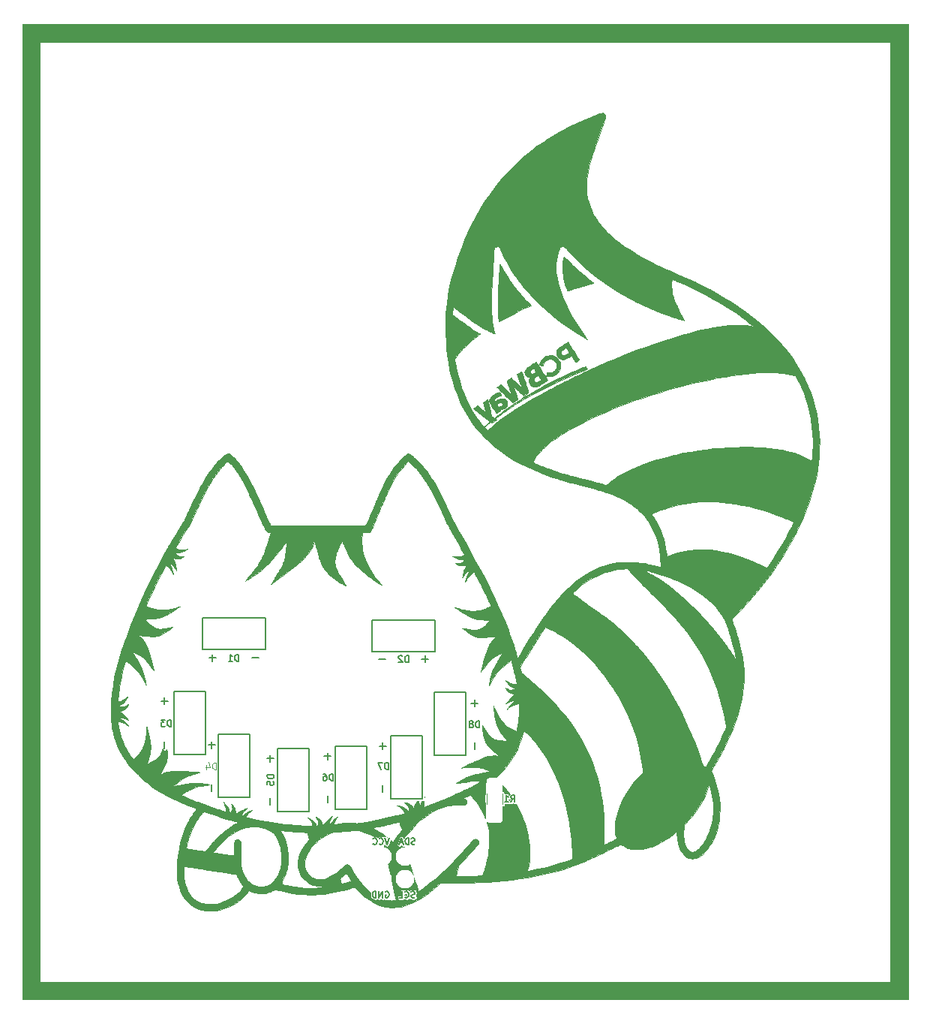
<source format=gbo>
G04 #@! TF.FileFunction,Legend,Bot*
%FSLAX46Y46*%
G04 Gerber Fmt 4.6, Leading zero omitted, Abs format (unit mm)*
G04 Created by KiCad (PCBNEW 4.0.7) date 06/27/18 23:59:29*
%MOMM*%
%LPD*%
G01*
G04 APERTURE LIST*
%ADD10C,0.100000*%
%ADD11C,0.150000*%
%ADD12C,0.120000*%
%ADD13C,0.010000*%
%ADD14C,0.125000*%
%ADD15C,2.800000*%
%ADD16R,1.600000X3.000000*%
%ADD17R,3.000000X1.600000*%
%ADD18R,1.700000X1.900000*%
%ADD19C,2.100000*%
%ADD20O,2.100000X2.100000*%
G04 APERTURE END LIST*
D10*
D11*
X125603000Y-111061500D02*
X132461000Y-111061500D01*
X132461000Y-111061500D02*
X132461000Y-107505500D01*
X132461000Y-107505500D02*
X125349000Y-107505500D01*
X125349000Y-107505500D02*
X125349000Y-111061500D01*
X125349000Y-111061500D02*
X125603000Y-111061500D01*
X151384000Y-107696000D02*
X144526000Y-107696000D01*
X144526000Y-107696000D02*
X144526000Y-111252000D01*
X144526000Y-111252000D02*
X151638000Y-111252000D01*
X151638000Y-111252000D02*
X151638000Y-107696000D01*
X151638000Y-107696000D02*
X151384000Y-107696000D01*
X122174000Y-116014500D02*
X122174000Y-122872500D01*
X122174000Y-122872500D02*
X125730000Y-122872500D01*
X125730000Y-122872500D02*
X125730000Y-115760500D01*
X125730000Y-115760500D02*
X122174000Y-115760500D01*
X122174000Y-115760500D02*
X122174000Y-116014500D01*
X127190500Y-120840500D02*
X127190500Y-127698500D01*
X127190500Y-127698500D02*
X130746500Y-127698500D01*
X130746500Y-127698500D02*
X130746500Y-120586500D01*
X130746500Y-120586500D02*
X127190500Y-120586500D01*
X127190500Y-120586500D02*
X127190500Y-120840500D01*
X133858000Y-122428000D02*
X133858000Y-129286000D01*
X133858000Y-129286000D02*
X137414000Y-129286000D01*
X137414000Y-129286000D02*
X137414000Y-122174000D01*
X137414000Y-122174000D02*
X133858000Y-122174000D01*
X133858000Y-122174000D02*
X133858000Y-122428000D01*
X140398500Y-122174000D02*
X140398500Y-129032000D01*
X140398500Y-129032000D02*
X143954500Y-129032000D01*
X143954500Y-129032000D02*
X143954500Y-121920000D01*
X143954500Y-121920000D02*
X140398500Y-121920000D01*
X140398500Y-121920000D02*
X140398500Y-122174000D01*
X146621500Y-121031000D02*
X146621500Y-127889000D01*
X146621500Y-127889000D02*
X150177500Y-127889000D01*
X150177500Y-127889000D02*
X150177500Y-120777000D01*
X150177500Y-120777000D02*
X146621500Y-120777000D01*
X146621500Y-120777000D02*
X146621500Y-121031000D01*
X151574500Y-116141500D02*
X151574500Y-122999500D01*
X151574500Y-122999500D02*
X155130500Y-122999500D01*
X155130500Y-122999500D02*
X155130500Y-115887500D01*
X155130500Y-115887500D02*
X151574500Y-115887500D01*
X151574500Y-115887500D02*
X151574500Y-116141500D01*
D12*
X157489000Y-127289000D02*
X157489000Y-128489000D01*
X159249000Y-128489000D02*
X159249000Y-127289000D01*
D13*
G36*
X205041500Y-150516166D02*
X105029000Y-150516166D01*
X105029000Y-120492260D01*
X107022492Y-120492260D01*
X107022496Y-121725495D01*
X107022508Y-122938574D01*
X107022528Y-124130929D01*
X107022557Y-125301995D01*
X107022593Y-126451203D01*
X107022637Y-127577988D01*
X107022688Y-128681782D01*
X107022748Y-129762019D01*
X107022815Y-130818131D01*
X107022889Y-131849553D01*
X107022972Y-132855717D01*
X107023062Y-133836057D01*
X107023159Y-134790005D01*
X107023264Y-135716995D01*
X107023376Y-136616461D01*
X107023495Y-137487834D01*
X107023622Y-138330549D01*
X107023756Y-139144039D01*
X107023898Y-139927737D01*
X107024046Y-140681076D01*
X107024201Y-141403489D01*
X107024364Y-142094409D01*
X107024534Y-142753270D01*
X107024710Y-143379506D01*
X107024893Y-143972548D01*
X107025084Y-144531830D01*
X107025281Y-145056786D01*
X107025484Y-145546849D01*
X107025695Y-146001452D01*
X107025912Y-146420027D01*
X107026136Y-146802009D01*
X107026366Y-147146831D01*
X107026603Y-147453925D01*
X107026846Y-147722725D01*
X107027096Y-147952664D01*
X107027352Y-148143176D01*
X107027614Y-148293693D01*
X107027882Y-148403648D01*
X107028157Y-148472476D01*
X107028438Y-148499608D01*
X107028474Y-148500041D01*
X107036000Y-148501024D01*
X107058118Y-148501983D01*
X107095271Y-148502920D01*
X107147898Y-148503834D01*
X107216442Y-148504725D01*
X107301345Y-148505595D01*
X107403047Y-148506442D01*
X107521991Y-148507268D01*
X107658616Y-148508073D01*
X107813366Y-148508856D01*
X107986681Y-148509619D01*
X108179003Y-148510361D01*
X108390774Y-148511082D01*
X108622434Y-148511783D01*
X108874425Y-148512465D01*
X109147189Y-148513126D01*
X109441167Y-148513768D01*
X109756800Y-148514391D01*
X110094531Y-148514995D01*
X110454799Y-148515581D01*
X110838048Y-148516148D01*
X111244718Y-148516696D01*
X111675250Y-148517227D01*
X112130087Y-148517740D01*
X112609669Y-148518235D01*
X113114438Y-148518713D01*
X113644836Y-148519174D01*
X114201304Y-148519619D01*
X114784283Y-148520047D01*
X115394215Y-148520458D01*
X116031541Y-148520854D01*
X116696702Y-148521233D01*
X117390141Y-148521597D01*
X118112299Y-148521946D01*
X118863616Y-148522280D01*
X119644535Y-148522599D01*
X120455497Y-148522903D01*
X121296943Y-148523193D01*
X122169314Y-148523469D01*
X123073053Y-148523731D01*
X124008601Y-148523980D01*
X124976399Y-148524215D01*
X125976888Y-148524437D01*
X127010510Y-148524646D01*
X128077707Y-148524843D01*
X129178920Y-148525027D01*
X130314589Y-148525199D01*
X131485158Y-148525359D01*
X132691067Y-148525507D01*
X133932757Y-148525644D01*
X135210671Y-148525770D01*
X136525248Y-148525885D01*
X137876932Y-148525989D01*
X139266164Y-148526083D01*
X140693384Y-148526166D01*
X142159034Y-148526240D01*
X143663556Y-148526304D01*
X145207391Y-148526358D01*
X146790981Y-148526403D01*
X148414767Y-148526440D01*
X150079190Y-148526467D01*
X151784692Y-148526486D01*
X153531715Y-148526497D01*
X155034585Y-148526500D01*
X203030666Y-148526500D01*
X203030666Y-42502657D01*
X155029958Y-42507953D01*
X107029250Y-42513250D01*
X107023847Y-95493416D01*
X107023698Y-96992546D01*
X107023558Y-98481721D01*
X107023427Y-99960376D01*
X107023304Y-101427942D01*
X107023191Y-102883855D01*
X107023086Y-104327546D01*
X107022990Y-105758449D01*
X107022903Y-107175996D01*
X107022824Y-108579623D01*
X107022753Y-109968761D01*
X107022692Y-111342843D01*
X107022638Y-112701303D01*
X107022593Y-114043575D01*
X107022556Y-115369090D01*
X107022528Y-116677284D01*
X107022508Y-117967588D01*
X107022496Y-119239435D01*
X107022492Y-120492260D01*
X105029000Y-120492260D01*
X105029000Y-40513000D01*
X205041500Y-40513000D01*
X205041500Y-150516166D01*
X205041500Y-150516166D01*
G37*
X205041500Y-150516166D02*
X105029000Y-150516166D01*
X105029000Y-120492260D01*
X107022492Y-120492260D01*
X107022496Y-121725495D01*
X107022508Y-122938574D01*
X107022528Y-124130929D01*
X107022557Y-125301995D01*
X107022593Y-126451203D01*
X107022637Y-127577988D01*
X107022688Y-128681782D01*
X107022748Y-129762019D01*
X107022815Y-130818131D01*
X107022889Y-131849553D01*
X107022972Y-132855717D01*
X107023062Y-133836057D01*
X107023159Y-134790005D01*
X107023264Y-135716995D01*
X107023376Y-136616461D01*
X107023495Y-137487834D01*
X107023622Y-138330549D01*
X107023756Y-139144039D01*
X107023898Y-139927737D01*
X107024046Y-140681076D01*
X107024201Y-141403489D01*
X107024364Y-142094409D01*
X107024534Y-142753270D01*
X107024710Y-143379506D01*
X107024893Y-143972548D01*
X107025084Y-144531830D01*
X107025281Y-145056786D01*
X107025484Y-145546849D01*
X107025695Y-146001452D01*
X107025912Y-146420027D01*
X107026136Y-146802009D01*
X107026366Y-147146831D01*
X107026603Y-147453925D01*
X107026846Y-147722725D01*
X107027096Y-147952664D01*
X107027352Y-148143176D01*
X107027614Y-148293693D01*
X107027882Y-148403648D01*
X107028157Y-148472476D01*
X107028438Y-148499608D01*
X107028474Y-148500041D01*
X107036000Y-148501024D01*
X107058118Y-148501983D01*
X107095271Y-148502920D01*
X107147898Y-148503834D01*
X107216442Y-148504725D01*
X107301345Y-148505595D01*
X107403047Y-148506442D01*
X107521991Y-148507268D01*
X107658616Y-148508073D01*
X107813366Y-148508856D01*
X107986681Y-148509619D01*
X108179003Y-148510361D01*
X108390774Y-148511082D01*
X108622434Y-148511783D01*
X108874425Y-148512465D01*
X109147189Y-148513126D01*
X109441167Y-148513768D01*
X109756800Y-148514391D01*
X110094531Y-148514995D01*
X110454799Y-148515581D01*
X110838048Y-148516148D01*
X111244718Y-148516696D01*
X111675250Y-148517227D01*
X112130087Y-148517740D01*
X112609669Y-148518235D01*
X113114438Y-148518713D01*
X113644836Y-148519174D01*
X114201304Y-148519619D01*
X114784283Y-148520047D01*
X115394215Y-148520458D01*
X116031541Y-148520854D01*
X116696702Y-148521233D01*
X117390141Y-148521597D01*
X118112299Y-148521946D01*
X118863616Y-148522280D01*
X119644535Y-148522599D01*
X120455497Y-148522903D01*
X121296943Y-148523193D01*
X122169314Y-148523469D01*
X123073053Y-148523731D01*
X124008601Y-148523980D01*
X124976399Y-148524215D01*
X125976888Y-148524437D01*
X127010510Y-148524646D01*
X128077707Y-148524843D01*
X129178920Y-148525027D01*
X130314589Y-148525199D01*
X131485158Y-148525359D01*
X132691067Y-148525507D01*
X133932757Y-148525644D01*
X135210671Y-148525770D01*
X136525248Y-148525885D01*
X137876932Y-148525989D01*
X139266164Y-148526083D01*
X140693384Y-148526166D01*
X142159034Y-148526240D01*
X143663556Y-148526304D01*
X145207391Y-148526358D01*
X146790981Y-148526403D01*
X148414767Y-148526440D01*
X150079190Y-148526467D01*
X151784692Y-148526486D01*
X153531715Y-148526497D01*
X155034585Y-148526500D01*
X203030666Y-148526500D01*
X203030666Y-42502657D01*
X155029958Y-42507953D01*
X107029250Y-42513250D01*
X107023847Y-95493416D01*
X107023698Y-96992546D01*
X107023558Y-98481721D01*
X107023427Y-99960376D01*
X107023304Y-101427942D01*
X107023191Y-102883855D01*
X107023086Y-104327546D01*
X107022990Y-105758449D01*
X107022903Y-107175996D01*
X107022824Y-108579623D01*
X107022753Y-109968761D01*
X107022692Y-111342843D01*
X107022638Y-112701303D01*
X107022593Y-114043575D01*
X107022556Y-115369090D01*
X107022528Y-116677284D01*
X107022508Y-117967588D01*
X107022496Y-119239435D01*
X107022492Y-120492260D01*
X105029000Y-120492260D01*
X105029000Y-40513000D01*
X205041500Y-40513000D01*
X205041500Y-150516166D01*
G36*
X170589312Y-50526147D02*
X170634547Y-50541004D01*
X170660640Y-50553380D01*
X170745055Y-50616942D01*
X170815330Y-50706701D01*
X170862665Y-50808641D01*
X170878381Y-50900091D01*
X170871394Y-50937142D01*
X170851021Y-51010652D01*
X170818386Y-51117308D01*
X170774612Y-51253800D01*
X170720824Y-51416817D01*
X170658145Y-51603047D01*
X170587698Y-51809179D01*
X170510609Y-52031903D01*
X170428000Y-52267906D01*
X170340995Y-52513879D01*
X170250719Y-52766510D01*
X170158294Y-53022487D01*
X170154447Y-53033083D01*
X169982198Y-53510098D01*
X169825222Y-53950891D01*
X169682694Y-54358394D01*
X169553787Y-54735537D01*
X169437676Y-55085251D01*
X169333535Y-55410466D01*
X169240538Y-55714115D01*
X169157858Y-55999126D01*
X169084671Y-56268433D01*
X169020151Y-56524965D01*
X168963470Y-56771653D01*
X168913804Y-57011428D01*
X168870327Y-57247221D01*
X168832212Y-57481963D01*
X168798634Y-57718584D01*
X168770654Y-57943750D01*
X168754143Y-58123253D01*
X168742322Y-58331510D01*
X168735201Y-58558308D01*
X168732789Y-58793437D01*
X168735094Y-59026686D01*
X168742126Y-59247845D01*
X168753893Y-59446702D01*
X168769198Y-59603513D01*
X168849689Y-60104089D01*
X168965281Y-60590094D01*
X169116823Y-61063143D01*
X169305161Y-61524850D01*
X169531142Y-61976830D01*
X169795615Y-62420696D01*
X170099426Y-62858065D01*
X170443423Y-63290549D01*
X170828453Y-63719765D01*
X171047467Y-63944500D01*
X171491193Y-64364964D01*
X171976976Y-64781934D01*
X172504673Y-65195315D01*
X173074145Y-65605012D01*
X173685251Y-66010931D01*
X174337850Y-66412979D01*
X175031802Y-66811060D01*
X175766966Y-67205081D01*
X176371250Y-67510691D01*
X176627568Y-67636393D01*
X176869885Y-67753514D01*
X177104357Y-67864840D01*
X177337142Y-67973157D01*
X177574398Y-68081251D01*
X177822283Y-68191909D01*
X178086954Y-68307916D01*
X178374569Y-68432057D01*
X178691285Y-68567120D01*
X178921833Y-68664688D01*
X179927769Y-69102722D01*
X180909032Y-69556919D01*
X181861918Y-70025425D01*
X182782720Y-70506388D01*
X183667735Y-70997952D01*
X184160583Y-71285640D01*
X185065317Y-71842485D01*
X185931872Y-72414265D01*
X186760082Y-73000813D01*
X187549781Y-73601962D01*
X188300803Y-74217546D01*
X189012983Y-74847398D01*
X189686154Y-75491350D01*
X190320150Y-76149237D01*
X190914807Y-76820891D01*
X191469958Y-77506146D01*
X191985436Y-78204834D01*
X192461078Y-78916790D01*
X192896716Y-79641846D01*
X193292185Y-80379835D01*
X193381822Y-80560333D01*
X193725653Y-81309394D01*
X194028290Y-82066767D01*
X194290428Y-82834639D01*
X194512762Y-83615193D01*
X194695986Y-84410613D01*
X194818169Y-85079416D01*
X194927222Y-85883147D01*
X194996510Y-86700368D01*
X195026017Y-87530001D01*
X195015728Y-88370967D01*
X194965627Y-89222191D01*
X194891082Y-89958333D01*
X194767154Y-90818831D01*
X194602247Y-91686867D01*
X194396858Y-92561516D01*
X194151488Y-93441852D01*
X193866634Y-94326951D01*
X193542797Y-95215888D01*
X193180476Y-96107738D01*
X192780168Y-97001578D01*
X192342374Y-97896480D01*
X191867593Y-98791522D01*
X191356322Y-99685779D01*
X190809063Y-100578324D01*
X190226313Y-101468235D01*
X189608571Y-102354585D01*
X188956337Y-103236450D01*
X188270110Y-104112906D01*
X187550388Y-104983027D01*
X186797671Y-105845889D01*
X186012458Y-106700567D01*
X185652833Y-107077909D01*
X185534212Y-107201171D01*
X185424654Y-107315366D01*
X185327712Y-107416764D01*
X185246938Y-107501633D01*
X185185887Y-107566242D01*
X185148110Y-107606863D01*
X185137276Y-107619218D01*
X185139262Y-107645784D01*
X185154876Y-107709878D01*
X185183414Y-107809198D01*
X185224173Y-107941438D01*
X185276449Y-108104295D01*
X185339538Y-108295464D01*
X185387256Y-108437498D01*
X185547551Y-108918497D01*
X185691410Y-109365417D01*
X185819917Y-109782715D01*
X185934155Y-110174848D01*
X186035211Y-110546276D01*
X186124167Y-110901454D01*
X186202110Y-111244842D01*
X186270123Y-111580896D01*
X186329290Y-111914074D01*
X186380697Y-112248834D01*
X186425428Y-112589634D01*
X186450483Y-112807750D01*
X186463263Y-112956070D01*
X186473593Y-113139346D01*
X186481475Y-113350271D01*
X186486909Y-113581538D01*
X186489895Y-113825839D01*
X186490434Y-114075868D01*
X186488526Y-114324318D01*
X186484172Y-114563881D01*
X186477372Y-114787252D01*
X186468127Y-114987123D01*
X186456437Y-115156188D01*
X186450328Y-115220750D01*
X186366484Y-115880220D01*
X186253053Y-116544276D01*
X186109480Y-117214394D01*
X185935207Y-117892052D01*
X185729679Y-118578726D01*
X185492340Y-119275892D01*
X185222633Y-119985028D01*
X184920003Y-120707611D01*
X184583894Y-121445116D01*
X184213748Y-122199021D01*
X183809011Y-122970803D01*
X183369127Y-123761939D01*
X182987561Y-124416466D01*
X182793224Y-124743350D01*
X182845325Y-124860966D01*
X183102189Y-125483301D01*
X183317762Y-126097981D01*
X183492152Y-126706200D01*
X183625468Y-127309152D01*
X183717815Y-127908028D01*
X183769303Y-128504023D01*
X183780040Y-129098330D01*
X183750132Y-129692142D01*
X183679687Y-130286651D01*
X183568814Y-130883052D01*
X183437098Y-131413250D01*
X183344882Y-131703841D01*
X183226677Y-132009241D01*
X183086512Y-132322214D01*
X182928417Y-132635522D01*
X182756421Y-132941930D01*
X182574554Y-133234200D01*
X182386846Y-133505097D01*
X182197325Y-133747385D01*
X182038806Y-133924405D01*
X181813470Y-134136546D01*
X181584396Y-134310390D01*
X181353314Y-134445712D01*
X181121954Y-134542285D01*
X180892046Y-134599882D01*
X180665319Y-134618278D01*
X180443503Y-134597245D01*
X180228329Y-134536556D01*
X180021526Y-134435987D01*
X179824825Y-134295309D01*
X179746025Y-134224580D01*
X179549608Y-134009348D01*
X179380450Y-133764716D01*
X179238317Y-133490025D01*
X179122973Y-133184615D01*
X179034183Y-132847827D01*
X178971713Y-132479001D01*
X178935329Y-132077478D01*
X178928713Y-131929087D01*
X178923896Y-131785159D01*
X179674520Y-131785159D01*
X179686101Y-132108363D01*
X179719289Y-132416544D01*
X179773154Y-132705746D01*
X179846767Y-132972016D01*
X179939199Y-133211401D01*
X180049521Y-133419945D01*
X180176804Y-133593696D01*
X180193299Y-133612158D01*
X180321494Y-133734096D01*
X180448935Y-133815704D01*
X180580964Y-133858545D01*
X180722917Y-133864181D01*
X180880135Y-133834175D01*
X180915455Y-133823535D01*
X181060839Y-133759576D01*
X181216066Y-133658404D01*
X181377939Y-133523084D01*
X181543263Y-133356680D01*
X181708841Y-133162253D01*
X181871478Y-132942869D01*
X181939465Y-132842000D01*
X182046895Y-132669916D01*
X182158343Y-132476866D01*
X182269562Y-132271335D01*
X182376306Y-132061810D01*
X182474327Y-131856778D01*
X182559378Y-131664725D01*
X182627212Y-131494138D01*
X182657183Y-131407790D01*
X182726959Y-131171454D01*
X182794752Y-130903558D01*
X182858250Y-130614876D01*
X182915140Y-130316182D01*
X182963110Y-130018248D01*
X182977351Y-129916241D01*
X182991486Y-129782791D01*
X183003338Y-129616254D01*
X183012727Y-129425825D01*
X183019476Y-129220697D01*
X183023409Y-129010066D01*
X183024347Y-128803124D01*
X183022112Y-128609066D01*
X183016527Y-128437087D01*
X183008420Y-128307955D01*
X182964598Y-127920065D01*
X182897496Y-127509979D01*
X182809431Y-127089220D01*
X182702721Y-126669308D01*
X182626336Y-126408354D01*
X182558046Y-126187125D01*
X182467165Y-126503964D01*
X182301787Y-127013086D01*
X182099444Y-127515289D01*
X181859396Y-128011768D01*
X181580906Y-128503720D01*
X181263236Y-128992339D01*
X180905647Y-129478822D01*
X180507402Y-129964364D01*
X180067762Y-130450160D01*
X179963351Y-130559322D01*
X179765926Y-130763729D01*
X179736449Y-130945824D01*
X179724113Y-131035390D01*
X179710937Y-131153390D01*
X179698317Y-131285987D01*
X179687652Y-131419340D01*
X179685474Y-131450884D01*
X179674520Y-131785159D01*
X178923896Y-131785159D01*
X178915514Y-131534757D01*
X178638215Y-131766081D01*
X178537688Y-131848621D01*
X178439457Y-131926117D01*
X178338567Y-132001971D01*
X178230062Y-132079582D01*
X178108987Y-132162351D01*
X177970387Y-132253679D01*
X177809307Y-132356965D01*
X177620790Y-132475611D01*
X177442780Y-132586423D01*
X177200879Y-132734032D01*
X176985722Y-132859325D01*
X176790240Y-132965453D01*
X176607359Y-133055567D01*
X176430010Y-133132819D01*
X176251120Y-133200359D01*
X176063619Y-133261339D01*
X175860435Y-133318910D01*
X175714885Y-133356426D01*
X175331237Y-133444051D01*
X174977745Y-133507075D01*
X174650199Y-133545613D01*
X174344387Y-133559782D01*
X174056096Y-133549697D01*
X173781117Y-133515474D01*
X173515236Y-133457228D01*
X173388314Y-133420366D01*
X173255047Y-133372018D01*
X173110644Y-133308707D01*
X172968200Y-133237011D01*
X172840812Y-133163509D01*
X172744120Y-133096788D01*
X172686869Y-133052511D01*
X172641127Y-133018413D01*
X172621774Y-133005070D01*
X172605888Y-133005055D01*
X172572013Y-133014754D01*
X172518106Y-133035103D01*
X172442122Y-133067034D01*
X172342017Y-133111484D01*
X172215747Y-133169385D01*
X172061268Y-133241673D01*
X171876535Y-133329281D01*
X171659505Y-133433144D01*
X171408133Y-133554197D01*
X171196000Y-133656751D01*
X170775752Y-133859645D01*
X170389818Y-134044758D01*
X170034819Y-134213586D01*
X169707378Y-134367624D01*
X169404118Y-134508368D01*
X169121662Y-134637313D01*
X168856633Y-134755955D01*
X168605653Y-134865788D01*
X168365344Y-134968309D01*
X168132330Y-135065013D01*
X167903234Y-135157394D01*
X167674677Y-135246949D01*
X167443283Y-135335174D01*
X167206401Y-135423295D01*
X166518643Y-135665073D01*
X165816679Y-135889300D01*
X165098507Y-136096304D01*
X164362126Y-136286413D01*
X163605534Y-136459956D01*
X162826729Y-136617260D01*
X162023710Y-136758654D01*
X161194474Y-136884465D01*
X160337020Y-136995023D01*
X159449347Y-137090654D01*
X158529452Y-137171687D01*
X157575335Y-137238451D01*
X156584992Y-137291272D01*
X155575000Y-137329902D01*
X155419050Y-137334078D01*
X155227443Y-137338060D01*
X155006856Y-137341767D01*
X154763965Y-137345123D01*
X154505445Y-137348047D01*
X154237975Y-137350462D01*
X153968229Y-137352288D01*
X153702885Y-137353448D01*
X153546181Y-137353794D01*
X152226445Y-137355522D01*
X152021763Y-137548802D01*
X151538882Y-137985749D01*
X151058343Y-138382522D01*
X150580484Y-138738968D01*
X150105647Y-139054932D01*
X149634170Y-139330262D01*
X149166392Y-139564801D01*
X148702654Y-139758397D01*
X148243293Y-139910896D01*
X147788651Y-140022142D01*
X147339065Y-140091982D01*
X146894876Y-140120262D01*
X146456423Y-140106828D01*
X146399250Y-140101954D01*
X146028500Y-140054715D01*
X145680497Y-139981561D01*
X145343610Y-139879184D01*
X145006208Y-139744278D01*
X144800794Y-139647393D01*
X144394600Y-139423658D01*
X143995254Y-139159569D01*
X143604895Y-138856843D01*
X143225665Y-138517198D01*
X142859702Y-138142352D01*
X142696807Y-137959041D01*
X142638490Y-137895186D01*
X142587519Y-137846057D01*
X142551888Y-137819094D01*
X142543280Y-137816166D01*
X142514254Y-137822014D01*
X142451612Y-137838284D01*
X142362236Y-137863068D01*
X142253008Y-137894455D01*
X142130809Y-137930537D01*
X142127823Y-137931430D01*
X141622483Y-138078405D01*
X141149528Y-138206831D01*
X140703758Y-138317644D01*
X140279977Y-138411778D01*
X139872985Y-138490170D01*
X139477584Y-138553755D01*
X139088576Y-138603469D01*
X138700763Y-138640247D01*
X138308946Y-138665024D01*
X137985500Y-138676929D01*
X137392502Y-138677583D01*
X136787613Y-138648930D01*
X136167619Y-138590582D01*
X135529306Y-138502154D01*
X134869460Y-138383258D01*
X134184868Y-138233508D01*
X134068084Y-138205510D01*
X133590252Y-138089564D01*
X133295501Y-138229294D01*
X133073494Y-138330639D01*
X132878008Y-138410242D01*
X132700503Y-138470090D01*
X132532444Y-138512170D01*
X132365293Y-138538471D01*
X132190514Y-138550981D01*
X131999568Y-138551686D01*
X131921250Y-138549283D01*
X131651555Y-138530340D01*
X131410181Y-138493791D01*
X131185860Y-138437025D01*
X130967327Y-138357433D01*
X130833729Y-138297363D01*
X130753702Y-138258924D01*
X130688645Y-138227490D01*
X130647619Y-138207451D01*
X130638497Y-138202828D01*
X130621730Y-138216002D01*
X130585313Y-138257112D01*
X130534512Y-138319871D01*
X130474593Y-138397992D01*
X130470982Y-138402818D01*
X130354588Y-138547337D01*
X130211558Y-138707044D01*
X130050416Y-138873555D01*
X129879688Y-139038484D01*
X129707899Y-139193446D01*
X129543574Y-139330056D01*
X129473472Y-139383952D01*
X129077016Y-139654681D01*
X128659879Y-139891721D01*
X128226187Y-140093369D01*
X127780066Y-140257923D01*
X127325644Y-140383682D01*
X126867046Y-140468943D01*
X126831292Y-140473831D01*
X126724266Y-140484442D01*
X126588155Y-140492483D01*
X126432856Y-140497891D01*
X126268261Y-140500602D01*
X126104267Y-140500555D01*
X125950767Y-140497685D01*
X125817656Y-140491930D01*
X125714829Y-140483227D01*
X125698250Y-140481053D01*
X125303645Y-140405356D01*
X124931544Y-140294298D01*
X124582658Y-140148334D01*
X124257701Y-139967919D01*
X123957388Y-139753509D01*
X123682431Y-139505559D01*
X123433545Y-139224524D01*
X123211442Y-138910860D01*
X123194373Y-138883599D01*
X123008351Y-138545536D01*
X122849576Y-138175192D01*
X122718097Y-137772727D01*
X122613963Y-137338299D01*
X122537221Y-136872068D01*
X122510571Y-136641416D01*
X122500789Y-136512630D01*
X122493452Y-136350674D01*
X122488565Y-136164644D01*
X122486132Y-135963632D01*
X122486158Y-135756732D01*
X122488647Y-135553039D01*
X122491023Y-135461256D01*
X123232333Y-135461256D01*
X123232351Y-135871419D01*
X123246281Y-136352831D01*
X123287924Y-136804374D01*
X123357120Y-137225705D01*
X123453713Y-137616481D01*
X123577543Y-137976360D01*
X123728452Y-138304997D01*
X123906282Y-138602051D01*
X124110874Y-138867177D01*
X124342071Y-139100033D01*
X124599714Y-139300275D01*
X124883644Y-139467561D01*
X124893916Y-139472745D01*
X125072757Y-139550910D01*
X125279910Y-139622057D01*
X125501460Y-139682164D01*
X125723494Y-139727212D01*
X125827552Y-139742482D01*
X125947606Y-139752168D01*
X126098247Y-139756024D01*
X126268193Y-139754466D01*
X126446160Y-139747911D01*
X126620865Y-139736773D01*
X126781027Y-139721468D01*
X126915333Y-139702417D01*
X127309518Y-139614527D01*
X127698676Y-139492302D01*
X128078395Y-139338393D01*
X128444262Y-139155453D01*
X128791867Y-138946132D01*
X129116798Y-138713083D01*
X129414644Y-138458958D01*
X129680993Y-138186408D01*
X129907174Y-137904032D01*
X130030932Y-137731645D01*
X129891383Y-137580920D01*
X129682562Y-137328144D01*
X129496589Y-137048212D01*
X129341054Y-136753258D01*
X129271788Y-136590449D01*
X129238813Y-136505708D01*
X129212158Y-136437365D01*
X129195137Y-136393906D01*
X129190709Y-136382793D01*
X129169925Y-136379085D01*
X129109679Y-136369325D01*
X129012354Y-136353882D01*
X128880332Y-136333127D01*
X128715995Y-136307428D01*
X128521724Y-136277157D01*
X128299901Y-136242682D01*
X128052910Y-136204374D01*
X127783130Y-136162603D01*
X127492945Y-136117739D01*
X127184737Y-136070152D01*
X126860887Y-136020210D01*
X126523778Y-135968286D01*
X126289821Y-135932285D01*
X125943553Y-135879019D01*
X125607954Y-135827390D01*
X125285492Y-135777776D01*
X124978634Y-135730558D01*
X124689846Y-135686116D01*
X124421596Y-135644830D01*
X124176351Y-135607078D01*
X123956578Y-135573241D01*
X123764744Y-135543700D01*
X123603316Y-135518832D01*
X123474762Y-135499019D01*
X123381547Y-135484640D01*
X123326141Y-135476075D01*
X123311708Y-135473828D01*
X123232333Y-135461256D01*
X122491023Y-135461256D01*
X122493602Y-135361646D01*
X122501030Y-135191647D01*
X122509827Y-135064500D01*
X122593569Y-134323346D01*
X122657856Y-133930009D01*
X126558612Y-133930009D01*
X126580460Y-133934237D01*
X126639514Y-133943796D01*
X126731206Y-133958018D01*
X126850963Y-133976231D01*
X126994218Y-133997768D01*
X127156398Y-134021958D01*
X127332934Y-134048132D01*
X127519257Y-134075621D01*
X127710795Y-134103756D01*
X127902979Y-134131866D01*
X128091239Y-134159282D01*
X128271004Y-134185335D01*
X128437704Y-134209356D01*
X128586770Y-134230675D01*
X128713630Y-134248622D01*
X128813716Y-134262529D01*
X128882456Y-134271725D01*
X128915281Y-134275542D01*
X128917445Y-134275535D01*
X128919056Y-134254041D01*
X128921730Y-134194937D01*
X128925297Y-134102928D01*
X128929591Y-133982719D01*
X128934444Y-133839016D01*
X128939687Y-133676524D01*
X128945153Y-133499948D01*
X128945414Y-133491334D01*
X128951878Y-133281016D01*
X128957745Y-133108614D01*
X128963675Y-132969730D01*
X128970331Y-132859964D01*
X128978374Y-132774918D01*
X128988467Y-132710194D01*
X129001272Y-132661392D01*
X129017449Y-132624115D01*
X129037663Y-132593962D01*
X129062573Y-132566537D01*
X129088318Y-132541721D01*
X129190159Y-132472519D01*
X129304953Y-132441254D01*
X129424575Y-132449434D01*
X129482802Y-132468430D01*
X129561407Y-132518460D01*
X129632671Y-132593347D01*
X129684234Y-132678257D01*
X129701079Y-132730422D01*
X129703734Y-132768629D01*
X129705016Y-132844166D01*
X129704979Y-132952050D01*
X129703677Y-133087302D01*
X129701165Y-133244940D01*
X129697497Y-133419985D01*
X129692728Y-133607456D01*
X129690721Y-133678083D01*
X129682153Y-134026281D01*
X129678227Y-134336798D01*
X129679309Y-134614070D01*
X129685765Y-134862531D01*
X129697960Y-135086617D01*
X129716259Y-135290763D01*
X129741028Y-135479406D01*
X129772632Y-135656980D01*
X129811438Y-135827920D01*
X129857809Y-135996663D01*
X129890424Y-136101831D01*
X130013533Y-136418695D01*
X130170440Y-136710166D01*
X130361467Y-136976766D01*
X130575894Y-137208481D01*
X130677096Y-137300839D01*
X130770655Y-137373780D01*
X130872768Y-137438801D01*
X130989916Y-137502401D01*
X131234115Y-137619217D01*
X131457265Y-137705348D01*
X131666042Y-137762100D01*
X131867120Y-137790783D01*
X132067173Y-137792704D01*
X132272876Y-137769171D01*
X132313729Y-137761820D01*
X132489361Y-137721496D01*
X132662913Y-137668890D01*
X132821393Y-137608472D01*
X132951813Y-137544714D01*
X132962434Y-137538550D01*
X133023582Y-137496180D01*
X133104158Y-137431492D01*
X133194349Y-137352777D01*
X133284343Y-137268330D01*
X133297654Y-137255250D01*
X133526501Y-137000043D01*
X133729187Y-136714866D01*
X133902927Y-136405042D01*
X134044939Y-136075896D01*
X134152437Y-135732750D01*
X134196498Y-135536589D01*
X134238393Y-135260416D01*
X134264541Y-134955073D01*
X134275137Y-134630607D01*
X134270379Y-134297062D01*
X134250465Y-133964485D01*
X134215591Y-133642921D01*
X134165953Y-133342416D01*
X134152162Y-133275916D01*
X134056010Y-132911935D01*
X133932000Y-132579816D01*
X133780231Y-132279630D01*
X133600800Y-132011447D01*
X133393804Y-131775338D01*
X133159339Y-131571374D01*
X132897503Y-131399625D01*
X132889931Y-131395972D01*
X134080250Y-131395972D01*
X134137736Y-131468111D01*
X134338999Y-131751905D01*
X134517022Y-132067562D01*
X134669664Y-132410247D01*
X134794790Y-132775126D01*
X134890261Y-133157364D01*
X134894984Y-133180666D01*
X134927173Y-133347164D01*
X134952977Y-133496033D01*
X134973063Y-133635315D01*
X134988102Y-133773052D01*
X134998763Y-133917287D01*
X135005716Y-134076062D01*
X135009629Y-134257419D01*
X135011172Y-134469402D01*
X135011272Y-134577666D01*
X135010383Y-134797737D01*
X135007483Y-134983150D01*
X135001877Y-135141562D01*
X134992866Y-135280628D01*
X134979756Y-135408003D01*
X134961849Y-135531343D01*
X134938449Y-135658304D01*
X134908860Y-135796542D01*
X134894779Y-135858250D01*
X134807778Y-136168399D01*
X134690946Y-136483469D01*
X134550813Y-136787497D01*
X134415443Y-137029915D01*
X134368007Y-137109085D01*
X134339087Y-137166282D01*
X134324512Y-137215273D01*
X134320110Y-137269826D01*
X134321569Y-137339774D01*
X134325274Y-137414212D01*
X134329964Y-137469948D01*
X134334658Y-137495486D01*
X134334895Y-137495784D01*
X134362163Y-137506595D01*
X134425547Y-137523588D01*
X134519460Y-137545651D01*
X134638319Y-137571670D01*
X134776537Y-137600533D01*
X134928532Y-137631127D01*
X135088716Y-137662339D01*
X135251505Y-137693056D01*
X135411315Y-137722165D01*
X135562561Y-137748553D01*
X135699657Y-137771108D01*
X135773583Y-137782454D01*
X136362487Y-137857971D01*
X136931477Y-137906217D01*
X137492585Y-137927690D01*
X138057849Y-137922891D01*
X138557000Y-137898098D01*
X138669773Y-137890237D01*
X138766413Y-137883012D01*
X138839610Y-137877009D01*
X138882054Y-137872814D01*
X138889687Y-137871452D01*
X138887169Y-137850487D01*
X138875073Y-137804537D01*
X138871709Y-137793350D01*
X138849126Y-137719770D01*
X138701830Y-137728093D01*
X138486119Y-137725428D01*
X138252051Y-137696261D01*
X138012062Y-137643140D01*
X137778587Y-137568615D01*
X137635369Y-137509518D01*
X137465637Y-137421845D01*
X137289816Y-137312553D01*
X137115575Y-137187848D01*
X136950585Y-137053931D01*
X136802516Y-136917007D01*
X136679039Y-136783279D01*
X136592050Y-136665719D01*
X136430398Y-136380929D01*
X136308115Y-136098378D01*
X136223212Y-135811270D01*
X136173700Y-135512807D01*
X136157591Y-135196193D01*
X136157599Y-135191763D01*
X136902146Y-135191763D01*
X136919787Y-135462429D01*
X136976676Y-135726215D01*
X137072740Y-135984731D01*
X137131196Y-136104480D01*
X137243712Y-136278347D01*
X137392886Y-136445194D01*
X137573084Y-136599888D01*
X137778674Y-136737296D01*
X137895951Y-136801332D01*
X138131204Y-136896952D01*
X138381039Y-136953883D01*
X138642567Y-136971998D01*
X138912900Y-136951169D01*
X139189147Y-136891266D01*
X139281435Y-136862796D01*
X139306551Y-136852922D01*
X140885333Y-136852922D01*
X140891150Y-136881309D01*
X140907107Y-136942050D01*
X140930962Y-137027018D01*
X140960476Y-137128084D01*
X140970000Y-137160000D01*
X141000577Y-137262440D01*
X141026240Y-137349323D01*
X141044792Y-137413137D01*
X141054034Y-137446371D01*
X141054666Y-137449335D01*
X141055466Y-137452718D01*
X141061021Y-137453892D01*
X141076068Y-137451600D01*
X141105340Y-137444587D01*
X141153573Y-137431596D01*
X141225503Y-137411371D01*
X141325863Y-137382656D01*
X141459390Y-137344195D01*
X141554856Y-137316651D01*
X141695239Y-137276132D01*
X141825569Y-137238499D01*
X141939158Y-137205684D01*
X142029316Y-137179619D01*
X142089356Y-137162237D01*
X142107708Y-137156906D01*
X142153954Y-137141172D01*
X142176158Y-137129203D01*
X142176500Y-137128247D01*
X142165387Y-137108784D01*
X142134380Y-137059469D01*
X142086977Y-136985735D01*
X142026674Y-136893014D01*
X141956970Y-136786738D01*
X141942065Y-136764117D01*
X141867152Y-136649928D01*
X141797471Y-136542639D01*
X141737474Y-136449191D01*
X141691614Y-136376522D01*
X141664344Y-136331572D01*
X141663001Y-136329208D01*
X141632836Y-136280628D01*
X141609898Y-136252575D01*
X141604833Y-136249833D01*
X141584376Y-136262826D01*
X141538815Y-136298171D01*
X141474967Y-136350413D01*
X141402356Y-136411782D01*
X141305586Y-136493432D01*
X141199272Y-136581072D01*
X141099351Y-136661648D01*
X141049375Y-136700956D01*
X140979385Y-136757617D01*
X140924275Y-136806761D01*
X140891371Y-136841599D01*
X140885333Y-136852922D01*
X139306551Y-136852922D01*
X139540621Y-136760904D01*
X139816813Y-136621614D01*
X140108790Y-136445739D01*
X140415333Y-136234090D01*
X140735221Y-135987479D01*
X141067232Y-135706717D01*
X141203513Y-135584710D01*
X141299680Y-135498823D01*
X141388765Y-135422119D01*
X141464714Y-135359589D01*
X141521475Y-135316223D01*
X141552013Y-135297359D01*
X141631389Y-135280085D01*
X141724504Y-135277881D01*
X141811103Y-135290175D01*
X141854759Y-135305905D01*
X141889741Y-135326615D01*
X141923121Y-135353485D01*
X141958514Y-135391360D01*
X141999540Y-135445085D01*
X142049816Y-135519506D01*
X142112959Y-135619469D01*
X142192587Y-135749817D01*
X142219735Y-135794750D01*
X142520458Y-136277558D01*
X142816155Y-136720395D01*
X143108140Y-137125145D01*
X143397726Y-137493691D01*
X143436152Y-137540106D01*
X143545374Y-137666963D01*
X143669265Y-137803785D01*
X143800283Y-137942794D01*
X143930889Y-138076212D01*
X144053542Y-138196261D01*
X144160702Y-138295164D01*
X144205837Y-138334024D01*
X144349518Y-138453709D01*
X144339991Y-138618278D01*
X144345116Y-138797567D01*
X144381740Y-138950996D01*
X144448452Y-139076890D01*
X144543842Y-139173577D01*
X144666497Y-139239382D01*
X144815008Y-139272631D01*
X144894895Y-139276536D01*
X144975011Y-139271477D01*
X145046343Y-139258570D01*
X145081264Y-139246228D01*
X145127266Y-139227928D01*
X145167986Y-139232479D01*
X145204816Y-139248829D01*
X145290868Y-139270931D01*
X145381365Y-139260896D01*
X145459006Y-139221040D01*
X145467374Y-139213676D01*
X145501382Y-139184649D01*
X145523337Y-139184362D01*
X145551911Y-139212424D01*
X145612542Y-139252306D01*
X145693216Y-139271294D01*
X145775191Y-139265466D01*
X145787691Y-139261797D01*
X145841957Y-139255050D01*
X145925050Y-139262945D01*
X146026952Y-139282496D01*
X146183769Y-139309912D01*
X146363701Y-139329954D01*
X146554607Y-139342184D01*
X146744345Y-139346163D01*
X146920773Y-139341451D01*
X147071750Y-139327609D01*
X147109979Y-139321661D01*
X147185708Y-139308416D01*
X147126012Y-139035117D01*
X147366430Y-139035117D01*
X147387589Y-139122733D01*
X147436968Y-139198178D01*
X147498829Y-139243827D01*
X147563862Y-139262872D01*
X147657223Y-139274241D01*
X147765628Y-139278043D01*
X147875795Y-139274391D01*
X147974439Y-139263393D01*
X148048277Y-139245161D01*
X148061980Y-139239144D01*
X148109679Y-139217461D01*
X148147333Y-139212632D01*
X148194206Y-139224524D01*
X148230497Y-139237993D01*
X148371364Y-139270334D01*
X148512823Y-139261546D01*
X148649360Y-139212390D01*
X148717073Y-139170781D01*
X148777849Y-139127504D01*
X148875234Y-139196147D01*
X148938486Y-139235802D01*
X148998369Y-139258424D01*
X149073425Y-139269879D01*
X149118207Y-139273017D01*
X149263674Y-139268472D01*
X149389464Y-139238963D01*
X149488637Y-139186613D01*
X149531291Y-139146549D01*
X149575156Y-139065244D01*
X149586300Y-138973680D01*
X149564544Y-138885872D01*
X149535194Y-138840319D01*
X149485556Y-138782611D01*
X149534940Y-138696263D01*
X149579399Y-138578804D01*
X149585316Y-138456737D01*
X149554629Y-138337843D01*
X149489276Y-138229902D01*
X149397622Y-138145130D01*
X149347608Y-138112627D01*
X149302797Y-138093360D01*
X149249205Y-138083925D01*
X149172843Y-138080916D01*
X149133171Y-138080750D01*
X149035165Y-138083287D01*
X148962389Y-138093118D01*
X148897922Y-138113577D01*
X148846108Y-138137273D01*
X148782198Y-138167977D01*
X148742951Y-138181084D01*
X148715118Y-138177832D01*
X148685449Y-138159461D01*
X148676822Y-138153116D01*
X148624638Y-138125696D01*
X148550805Y-138099661D01*
X148502664Y-138087481D01*
X148428451Y-138074905D01*
X148368732Y-138075205D01*
X148302488Y-138089814D01*
X148256227Y-138104281D01*
X148185451Y-138126391D01*
X148140049Y-138134978D01*
X148105379Y-138130324D01*
X148066795Y-138112712D01*
X148058143Y-138108101D01*
X147984544Y-138077135D01*
X147919861Y-138074695D01*
X147844727Y-138100490D01*
X147835558Y-138104770D01*
X147783889Y-138135220D01*
X147747041Y-138174489D01*
X147722680Y-138229671D01*
X147708469Y-138307861D01*
X147702075Y-138416151D01*
X147701000Y-138513615D01*
X147701000Y-138768666D01*
X147647403Y-138768666D01*
X147565106Y-138783523D01*
X147480655Y-138821402D01*
X147418747Y-138869935D01*
X147375985Y-138946971D01*
X147366430Y-139035117D01*
X147126012Y-139035117D01*
X146513325Y-136230171D01*
X145840942Y-133151927D01*
X145891911Y-133091353D01*
X145942880Y-133030780D01*
X145972708Y-133102169D01*
X146029826Y-133191263D01*
X146110692Y-133246579D01*
X146209980Y-133265333D01*
X146275027Y-133260242D01*
X146328336Y-133241599D01*
X146373866Y-133204351D01*
X146415579Y-133143442D01*
X146457432Y-133053818D01*
X146465704Y-133031605D01*
X147341166Y-133031605D01*
X147357010Y-133102170D01*
X147397064Y-133175514D01*
X147450106Y-133231245D01*
X147451588Y-133232298D01*
X147528746Y-133262784D01*
X147618771Y-133263756D01*
X147706795Y-133237683D01*
X147777954Y-133187036D01*
X147786982Y-133176566D01*
X147808857Y-133152887D01*
X147829212Y-133150764D01*
X147860214Y-133173115D01*
X147891221Y-133201573D01*
X147937951Y-133240636D01*
X147980763Y-133259450D01*
X148037928Y-133263966D01*
X148078794Y-133262668D01*
X148195192Y-133257276D01*
X148931977Y-135658429D01*
X149027275Y-135969042D01*
X149119534Y-136269821D01*
X149207944Y-136558123D01*
X149291696Y-136831306D01*
X149369979Y-137086727D01*
X149441984Y-137321742D01*
X149506902Y-137533709D01*
X149563924Y-137719985D01*
X149612239Y-137877926D01*
X149651039Y-138004891D01*
X149679513Y-138098235D01*
X149696852Y-138155316D01*
X149701539Y-138170937D01*
X149734316Y-138282292D01*
X149855366Y-138205390D01*
X149924814Y-138160331D01*
X150015440Y-138100222D01*
X150113635Y-138034138D01*
X150177500Y-137990614D01*
X150633968Y-137663971D01*
X151107034Y-137298660D01*
X151596496Y-136894871D01*
X152102155Y-136452795D01*
X152623807Y-135972620D01*
X153161253Y-135454538D01*
X153714291Y-134898737D01*
X154282719Y-134305409D01*
X154866338Y-133674742D01*
X155464945Y-133006927D01*
X155508405Y-132957657D01*
X155616427Y-132836419D01*
X155719157Y-132723657D01*
X155812282Y-132623911D01*
X155891487Y-132541722D01*
X155952458Y-132481631D01*
X155990880Y-132448180D01*
X155995238Y-132445233D01*
X156100993Y-132403590D01*
X156214722Y-132399081D01*
X156326515Y-132430468D01*
X156426461Y-132496517D01*
X156429565Y-132499388D01*
X156503839Y-132595743D01*
X156542705Y-132707798D01*
X156544087Y-132826086D01*
X156520006Y-132911471D01*
X156496032Y-132949807D01*
X156445317Y-133016344D01*
X156370168Y-133108491D01*
X156272893Y-133223655D01*
X156155798Y-133359243D01*
X156021193Y-133512663D01*
X155871383Y-133681324D01*
X155708677Y-133862631D01*
X155535382Y-134053994D01*
X155353805Y-134252819D01*
X155166255Y-134456514D01*
X154975037Y-134662486D01*
X154782460Y-134868144D01*
X154709395Y-134945682D01*
X154252083Y-135430115D01*
X154225686Y-135612432D01*
X154181484Y-135852149D01*
X154119358Y-136095316D01*
X154044362Y-136323246D01*
X154009428Y-136411891D01*
X153926790Y-136609666D01*
X154184686Y-136609510D01*
X154298411Y-136608681D01*
X154447990Y-136606428D01*
X154626972Y-136602929D01*
X154828908Y-136598365D01*
X155047349Y-136592913D01*
X155275844Y-136586755D01*
X155507945Y-136580068D01*
X155737201Y-136573033D01*
X155957163Y-136565828D01*
X156161381Y-136558634D01*
X156343406Y-136551629D01*
X156484317Y-136545570D01*
X156659464Y-136536601D01*
X156794212Y-136527596D01*
X156890495Y-136518370D01*
X156950246Y-136508733D01*
X156975400Y-136498498D01*
X156975831Y-136497894D01*
X156990851Y-136463869D01*
X157016103Y-136395523D01*
X157049582Y-136299064D01*
X157089287Y-136180698D01*
X157133216Y-136046632D01*
X157179364Y-135903071D01*
X157225731Y-135756224D01*
X157270312Y-135612297D01*
X157311106Y-135477495D01*
X157346109Y-135358027D01*
X157363210Y-135297333D01*
X157497315Y-134770928D01*
X157602064Y-134266664D01*
X157678445Y-133777159D01*
X157727441Y-133295031D01*
X157750039Y-132812896D01*
X157749360Y-132403399D01*
X157727955Y-131950614D01*
X157684445Y-131527140D01*
X157617805Y-131125578D01*
X157527012Y-130738527D01*
X157510570Y-130678854D01*
X157487693Y-130596316D01*
X157469993Y-130530267D01*
X157460071Y-130490513D01*
X157458833Y-130483700D01*
X157474266Y-130487537D01*
X157513282Y-130510051D01*
X157535963Y-130524951D01*
X157579488Y-130552654D01*
X157622843Y-130574536D01*
X157671425Y-130591200D01*
X157730633Y-130603249D01*
X157805864Y-130611287D01*
X157902517Y-130615918D01*
X158025990Y-130617744D01*
X158181681Y-130617369D01*
X158347833Y-130615720D01*
X158929916Y-130608916D01*
X159026828Y-130551943D01*
X159098639Y-130498333D01*
X159165339Y-130430439D01*
X159185578Y-130403776D01*
X159247416Y-130312583D01*
X159258000Y-129530922D01*
X159268583Y-128749262D01*
X159329066Y-128733103D01*
X159413981Y-128692068D01*
X159471942Y-128619940D01*
X159494007Y-128564085D01*
X159517983Y-128484062D01*
X159774283Y-128474400D01*
X159875300Y-128470450D01*
X159961243Y-128466825D01*
X160023057Y-128463924D01*
X160051686Y-128462148D01*
X160051750Y-128462140D01*
X160083666Y-128463104D01*
X160141627Y-128468443D01*
X160180163Y-128472925D01*
X160248912Y-128478377D01*
X160294581Y-128470379D01*
X160335401Y-128444726D01*
X160347939Y-128434242D01*
X160408468Y-128382177D01*
X160484109Y-128433998D01*
X160540441Y-128466221D01*
X160595445Y-128478171D01*
X160666775Y-128475112D01*
X160773800Y-128464404D01*
X160935097Y-128774660D01*
X161240471Y-129402465D01*
X161512651Y-130046068D01*
X161749629Y-130699846D01*
X161949402Y-131358177D01*
X162109962Y-132015438D01*
X162136633Y-132143500D01*
X162228196Y-132656563D01*
X162292378Y-133153440D01*
X162329253Y-133632020D01*
X162338898Y-134090194D01*
X162321388Y-134525851D01*
X162276799Y-134936881D01*
X162205206Y-135321174D01*
X162106685Y-135676619D01*
X161999972Y-135958791D01*
X161994380Y-135974263D01*
X161995788Y-135985220D01*
X162008672Y-135991251D01*
X162037510Y-135991940D01*
X162086778Y-135986874D01*
X162160954Y-135975641D01*
X162264515Y-135957825D01*
X162401937Y-135933014D01*
X162526950Y-135910112D01*
X163225492Y-135773120D01*
X163917945Y-135620081D01*
X164597571Y-135452769D01*
X165257631Y-135272955D01*
X165891386Y-135082413D01*
X166492097Y-134882915D01*
X166665208Y-134821459D01*
X166785080Y-134778150D01*
X166892938Y-134739037D01*
X166981763Y-134706679D01*
X167044532Y-134683632D01*
X167073791Y-134672630D01*
X167086285Y-134664333D01*
X167095619Y-134647165D01*
X167102240Y-134615633D01*
X167106596Y-134564243D01*
X167109133Y-134487503D01*
X167110296Y-134379919D01*
X167110534Y-134235999D01*
X167110526Y-134220860D01*
X167100583Y-133685557D01*
X167072037Y-133119689D01*
X167025717Y-132530301D01*
X166962452Y-131924435D01*
X166883070Y-131309138D01*
X166788401Y-130691453D01*
X166679275Y-130078424D01*
X166556519Y-129477096D01*
X166547117Y-129434166D01*
X166341751Y-128570922D01*
X166111373Y-127733174D01*
X165856518Y-126922102D01*
X165577723Y-126138885D01*
X165275525Y-125384703D01*
X164950460Y-124660734D01*
X164603064Y-123968158D01*
X164233874Y-123308153D01*
X163843426Y-122681900D01*
X163432256Y-122090578D01*
X163000902Y-121535365D01*
X162898133Y-121412000D01*
X162789591Y-121287400D01*
X162660672Y-121145891D01*
X162517897Y-120994112D01*
X162367789Y-120838700D01*
X162216871Y-120686295D01*
X162071664Y-120543536D01*
X161938692Y-120417062D01*
X161824477Y-120313510D01*
X161788267Y-120282327D01*
X161619785Y-120139933D01*
X161532053Y-120495508D01*
X161358223Y-121117100D01*
X161148825Y-121716047D01*
X160903192Y-122293664D01*
X160620657Y-122851265D01*
X160300552Y-123390165D01*
X159942209Y-123911679D01*
X159544961Y-124417122D01*
X159535630Y-124428250D01*
X159474922Y-124497793D01*
X159390679Y-124590399D01*
X159289318Y-124699219D01*
X159177260Y-124817403D01*
X159060922Y-124938102D01*
X158987146Y-125013543D01*
X158598642Y-125408337D01*
X158150446Y-125416204D01*
X157984044Y-125419829D01*
X157853638Y-125425111D01*
X157752893Y-125433479D01*
X157675472Y-125446360D01*
X157615040Y-125465186D01*
X157565260Y-125491384D01*
X157519797Y-125526384D01*
X157475485Y-125568438D01*
X157440502Y-125604618D01*
X157412245Y-125639196D01*
X157389944Y-125677031D01*
X157372827Y-125722987D01*
X157360124Y-125781925D01*
X157351062Y-125858707D01*
X157344871Y-125958195D01*
X157340779Y-126085250D01*
X157338016Y-126244735D01*
X157335811Y-126441512D01*
X157335730Y-126449540D01*
X157333636Y-126637601D01*
X157331353Y-126787856D01*
X157328610Y-126904837D01*
X157325136Y-126993070D01*
X157320660Y-127057084D01*
X157314908Y-127101410D01*
X157307611Y-127130574D01*
X157298496Y-127149106D01*
X157293397Y-127155554D01*
X157283625Y-127169871D01*
X157275800Y-127191864D01*
X157269709Y-127225944D01*
X157265142Y-127276526D01*
X157261886Y-127348023D01*
X157259731Y-127444847D01*
X157258464Y-127571412D01*
X157257875Y-127732131D01*
X157257750Y-127899583D01*
X157257909Y-128092401D01*
X157258534Y-128247335D01*
X157259847Y-128368835D01*
X157262068Y-128461349D01*
X157265418Y-128529328D01*
X157270118Y-128577219D01*
X157276390Y-128609473D01*
X157284454Y-128630538D01*
X157294531Y-128644864D01*
X157294791Y-128645152D01*
X157304897Y-128659332D01*
X157312988Y-128680110D01*
X157319281Y-128711926D01*
X157323994Y-128759220D01*
X157327343Y-128826432D01*
X157329548Y-128918003D01*
X157330825Y-129038372D01*
X157331392Y-129191980D01*
X157331466Y-129383267D01*
X157331461Y-129393500D01*
X157331089Y-130100916D01*
X157245959Y-129889250D01*
X157050565Y-129451728D01*
X156817816Y-129015536D01*
X156552220Y-128588289D01*
X156258287Y-128177600D01*
X156152524Y-128042878D01*
X156072441Y-127945076D01*
X155986162Y-127842812D01*
X155898317Y-127741234D01*
X155813534Y-127645492D01*
X155736446Y-127560737D01*
X155671681Y-127492119D01*
X155623869Y-127444786D01*
X155597642Y-127423890D01*
X155595517Y-127423333D01*
X155568845Y-127432025D01*
X155512289Y-127455900D01*
X155432719Y-127491660D01*
X155337003Y-127536004D01*
X155232010Y-127585633D01*
X155124608Y-127637247D01*
X155021667Y-127687547D01*
X154930054Y-127733233D01*
X154856639Y-127771005D01*
X154808290Y-127797563D01*
X154791833Y-127809413D01*
X154810329Y-127820454D01*
X154855251Y-127825472D01*
X154859233Y-127825500D01*
X154920196Y-127834945D01*
X154992928Y-127858654D01*
X155018283Y-127869866D01*
X155110448Y-127935605D01*
X155173741Y-128024028D01*
X155207928Y-128126641D01*
X155212777Y-128234954D01*
X155188056Y-128340472D01*
X155133530Y-128434706D01*
X155048967Y-128509161D01*
X155036027Y-128516792D01*
X155009129Y-128531115D01*
X154982224Y-128542003D01*
X154949639Y-128549775D01*
X154905705Y-128554749D01*
X154844750Y-128557242D01*
X154761104Y-128557573D01*
X154649096Y-128556060D01*
X154503056Y-128553021D01*
X154422625Y-128551192D01*
X154172710Y-128547469D01*
X153955495Y-128549107D01*
X153761605Y-128556764D01*
X153581670Y-128571099D01*
X153406317Y-128592771D01*
X153226172Y-128622440D01*
X153119666Y-128642800D01*
X152977330Y-128672018D01*
X152852494Y-128700130D01*
X152737323Y-128729627D01*
X152623980Y-128762999D01*
X152504631Y-128802737D01*
X152371440Y-128851333D01*
X152216569Y-128911276D01*
X152032185Y-128985058D01*
X151992773Y-129001006D01*
X151638652Y-129158157D01*
X151288480Y-129341554D01*
X150940446Y-129552705D01*
X150592740Y-129793118D01*
X150243549Y-130064302D01*
X149891062Y-130367764D01*
X149533469Y-130705012D01*
X149168959Y-131077554D01*
X148795719Y-131486899D01*
X148411939Y-131934554D01*
X148284866Y-132088265D01*
X148096149Y-132318466D01*
X148054557Y-132230095D01*
X148015268Y-132167798D01*
X147967755Y-132120033D01*
X147953284Y-132110862D01*
X147861837Y-132083439D01*
X147767967Y-132088337D01*
X147683491Y-132122427D01*
X147620223Y-132182583D01*
X147608726Y-132202066D01*
X147589766Y-132246707D01*
X147562259Y-132321066D01*
X147528763Y-132417211D01*
X147491836Y-132527211D01*
X147454037Y-132643136D01*
X147417924Y-132757054D01*
X147386053Y-132861034D01*
X147360985Y-132947146D01*
X147345276Y-133007458D01*
X147341166Y-133031605D01*
X146465704Y-133031605D01*
X146503387Y-132930426D01*
X146527131Y-132860521D01*
X146626399Y-132562666D01*
X146725218Y-132660000D01*
X146777657Y-132709741D01*
X146818343Y-132744824D01*
X146837743Y-132757333D01*
X146854905Y-132741179D01*
X146890735Y-132697452D01*
X146939619Y-132633254D01*
X146984209Y-132572125D01*
X147142564Y-132354408D01*
X147315980Y-132121531D01*
X147492628Y-131889178D01*
X147660679Y-131673031D01*
X147696535Y-131627682D01*
X147895893Y-131376447D01*
X147731887Y-130918598D01*
X147685032Y-130787976D01*
X147643119Y-130671482D01*
X147608190Y-130574756D01*
X147582282Y-130503440D01*
X147567436Y-130463173D01*
X147564711Y-130456284D01*
X147544319Y-130459791D01*
X147490655Y-130472523D01*
X147411297Y-130492596D01*
X147313824Y-130518129D01*
X147287312Y-130525199D01*
X147131714Y-130565455D01*
X146942450Y-130612174D01*
X146727376Y-130663576D01*
X146494348Y-130717879D01*
X146251223Y-130773304D01*
X146005857Y-130828069D01*
X145766105Y-130880393D01*
X145539826Y-130928497D01*
X145334874Y-130970598D01*
X145235083Y-130990357D01*
X145092844Y-131018171D01*
X144963731Y-131043634D01*
X144853781Y-131065537D01*
X144769030Y-131082672D01*
X144715517Y-131093832D01*
X144699794Y-131097466D01*
X144688167Y-131113316D01*
X144700073Y-131151595D01*
X144720960Y-131191339D01*
X144754808Y-131240031D01*
X144802007Y-131284047D01*
X144871801Y-131330812D01*
X144949333Y-131374768D01*
X145198822Y-131514654D01*
X145439061Y-131657783D01*
X145661724Y-131798940D01*
X145858485Y-131932912D01*
X145963085Y-132009526D01*
X146056087Y-132080000D01*
X145973086Y-132080000D01*
X145905552Y-132088567D01*
X145848414Y-132109582D01*
X145842284Y-132113481D01*
X145809251Y-132132428D01*
X145775865Y-132135723D01*
X145726025Y-132123368D01*
X145696221Y-132113481D01*
X145575314Y-132087561D01*
X145449498Y-132086624D01*
X145331192Y-132109052D01*
X145232816Y-132153228D01*
X145200229Y-132178058D01*
X145171418Y-132198322D01*
X145143213Y-132194769D01*
X145103929Y-132170155D01*
X144983140Y-132109184D01*
X144841853Y-132081898D01*
X144787072Y-132080000D01*
X144729944Y-132076909D01*
X144673501Y-132065377D01*
X144607590Y-132042009D01*
X144522060Y-132003415D01*
X144446272Y-131966121D01*
X144207069Y-131854086D01*
X143943511Y-131744243D01*
X143673099Y-131643366D01*
X143413331Y-131558225D01*
X143328360Y-131533452D01*
X143175321Y-131490792D01*
X143051687Y-131458240D01*
X142948393Y-131435111D01*
X142856378Y-131420721D01*
X142766577Y-131414384D01*
X142669927Y-131415416D01*
X142557364Y-131423131D01*
X142419825Y-131436845D01*
X142269801Y-131453458D01*
X141942419Y-131488222D01*
X141590100Y-131522211D01*
X141228012Y-131554114D01*
X140871321Y-131582619D01*
X140535197Y-131606414D01*
X140409438Y-131614348D01*
X140273044Y-131622860D01*
X140170011Y-131630608D01*
X140091433Y-131639254D01*
X140028407Y-131650457D01*
X139972029Y-131665879D01*
X139913394Y-131687179D01*
X139843598Y-131716019D01*
X139827354Y-131722907D01*
X139485706Y-131884546D01*
X139137874Y-132080852D01*
X138791948Y-132306638D01*
X138456019Y-132556716D01*
X138218333Y-132754617D01*
X138025584Y-132927338D01*
X137862408Y-133084239D01*
X137722964Y-133232695D01*
X137601411Y-133380079D01*
X137491908Y-133533765D01*
X137388613Y-133701129D01*
X137285687Y-133889544D01*
X137225505Y-134008059D01*
X137085431Y-134322364D01*
X136984895Y-134623342D01*
X136923824Y-134912604D01*
X136902146Y-135191763D01*
X136157599Y-135191763D01*
X136157622Y-135180916D01*
X136167855Y-134927958D01*
X136197789Y-134686372D01*
X136249578Y-134448036D01*
X136325382Y-134204828D01*
X136427357Y-133948626D01*
X136557659Y-133671310D01*
X136559564Y-133667500D01*
X136722713Y-133360580D01*
X136884960Y-133094157D01*
X137047493Y-132866447D01*
X137211500Y-132675664D01*
X137238842Y-132647553D01*
X137421022Y-132463690D01*
X137331490Y-132128970D01*
X137291821Y-131978915D01*
X137261417Y-131864461D01*
X137237179Y-131780721D01*
X137216006Y-131722806D01*
X137194799Y-131685830D01*
X137170459Y-131664906D01*
X137139887Y-131655147D01*
X137099982Y-131651665D01*
X137047647Y-131649574D01*
X137026665Y-131648324D01*
X136949464Y-131643341D01*
X136840278Y-131636756D01*
X136709397Y-131629167D01*
X136567112Y-131621171D01*
X136429750Y-131613688D01*
X136245485Y-131602867D01*
X136041343Y-131589210D01*
X135822988Y-131573227D01*
X135596080Y-131555426D01*
X135366281Y-131536317D01*
X135139252Y-131516409D01*
X134920656Y-131496211D01*
X134716154Y-131476232D01*
X134531407Y-131456982D01*
X134372078Y-131438970D01*
X134243828Y-131422704D01*
X134154333Y-131409052D01*
X134080250Y-131395972D01*
X132889931Y-131395972D01*
X132608393Y-131260162D01*
X132292105Y-131153056D01*
X131948738Y-131078376D01*
X131578388Y-131036194D01*
X131181153Y-131026581D01*
X131064000Y-131029778D01*
X130772911Y-131046419D01*
X130512474Y-131073659D01*
X130272023Y-131112880D01*
X130065925Y-131159049D01*
X129714799Y-131268274D01*
X129360215Y-131419079D01*
X129003001Y-131610929D01*
X128643980Y-131843289D01*
X128283977Y-132115622D01*
X127923819Y-132427394D01*
X127564330Y-132778069D01*
X127552395Y-132790394D01*
X127459099Y-132888406D01*
X127356077Y-132999204D01*
X127246818Y-133118788D01*
X127134813Y-133243155D01*
X127023551Y-133368303D01*
X126916521Y-133490230D01*
X126817215Y-133604935D01*
X126729121Y-133708415D01*
X126655730Y-133796669D01*
X126600531Y-133865694D01*
X126567014Y-133911489D01*
X126558612Y-133930009D01*
X122657856Y-133930009D01*
X122716831Y-133569175D01*
X122745178Y-133435625D01*
X123512313Y-133435625D01*
X123512545Y-133460387D01*
X123534144Y-133467670D01*
X123592806Y-133480274D01*
X123683701Y-133497441D01*
X123801998Y-133518412D01*
X123942866Y-133542428D01*
X124101474Y-133568730D01*
X124272991Y-133596559D01*
X124452587Y-133625157D01*
X124635431Y-133653765D01*
X124816692Y-133681623D01*
X124991539Y-133707974D01*
X125155141Y-133732059D01*
X125302668Y-133753118D01*
X125429288Y-133770393D01*
X125530171Y-133783125D01*
X125600486Y-133790555D01*
X125624445Y-133792109D01*
X125666309Y-133789829D01*
X125700797Y-133775020D01*
X125738145Y-133740449D01*
X125788589Y-133678883D01*
X125793330Y-133672791D01*
X125879052Y-133564879D01*
X125986819Y-133433051D01*
X126110284Y-133284787D01*
X126243097Y-133127572D01*
X126378912Y-132968887D01*
X126511380Y-132816215D01*
X126634153Y-132677038D01*
X126705402Y-132597737D01*
X127089402Y-132192704D01*
X127469592Y-131828958D01*
X127846989Y-131505730D01*
X128222610Y-131222248D01*
X128597471Y-130977744D01*
X128972588Y-130771447D01*
X129328333Y-130610871D01*
X129406500Y-130576937D01*
X129458770Y-130549367D01*
X129479538Y-130531333D01*
X129476500Y-130526933D01*
X129446899Y-130518248D01*
X129383198Y-130500701D01*
X129292250Y-130476141D01*
X129180910Y-130446418D01*
X129056032Y-130413382D01*
X129042583Y-130409841D01*
X128543314Y-130273540D01*
X128016323Y-130120420D01*
X127471308Y-129953458D01*
X126917964Y-129775632D01*
X126365989Y-129589921D01*
X126312012Y-129571297D01*
X126164410Y-129520284D01*
X126024673Y-129472042D01*
X125899431Y-129428858D01*
X125795318Y-129393017D01*
X125718964Y-129366804D01*
X125680945Y-129353834D01*
X125618471Y-129334528D01*
X125575527Y-129331157D01*
X125531800Y-129345356D01*
X125484084Y-129369678D01*
X125403157Y-129423504D01*
X125306179Y-129505439D01*
X125200478Y-129608302D01*
X125093384Y-129724910D01*
X124992226Y-129848083D01*
X124981424Y-129862188D01*
X124917906Y-129952194D01*
X124839754Y-130073167D01*
X124751015Y-130218084D01*
X124655736Y-130379922D01*
X124557962Y-130551660D01*
X124461739Y-130726274D01*
X124371114Y-130896741D01*
X124290134Y-131056040D01*
X124270679Y-131095750D01*
X124084655Y-131505776D01*
X123918335Y-131926913D01*
X123776337Y-132346604D01*
X123667270Y-132736166D01*
X123615704Y-132946643D01*
X123574118Y-133123262D01*
X123542819Y-133264590D01*
X123522116Y-133369190D01*
X123512313Y-133435625D01*
X122745178Y-133435625D01*
X122879361Y-132803470D01*
X122926410Y-132609166D01*
X123071002Y-132093078D01*
X123248759Y-131578753D01*
X123461862Y-131060383D01*
X123689474Y-130577991D01*
X123836533Y-130291300D01*
X123974708Y-130038709D01*
X124107951Y-129813979D01*
X124240215Y-129610870D01*
X124375455Y-129423142D01*
X124517624Y-129244557D01*
X124583302Y-129167372D01*
X124732056Y-128995828D01*
X124294403Y-128820484D01*
X123738551Y-128594015D01*
X123205618Y-128369296D01*
X122697779Y-128147362D01*
X122217210Y-127929251D01*
X121766087Y-127715997D01*
X121346585Y-127508636D01*
X120960880Y-127308205D01*
X120611148Y-127115738D01*
X120299563Y-126932271D01*
X120205500Y-126873890D01*
X119879930Y-126657086D01*
X119537151Y-126406237D01*
X119180664Y-126124222D01*
X118813967Y-125813918D01*
X118440561Y-125478205D01*
X118063945Y-125119959D01*
X118018091Y-125074992D01*
X117628233Y-124677446D01*
X117275195Y-124287318D01*
X116955301Y-123899682D01*
X116664877Y-123509612D01*
X116400250Y-123112181D01*
X116157744Y-122702464D01*
X115941054Y-122290416D01*
X115728157Y-121831656D01*
X115546863Y-121375077D01*
X115395359Y-120913940D01*
X115271831Y-120441507D01*
X115174466Y-119951038D01*
X115101449Y-119435797D01*
X115070736Y-119121319D01*
X115818002Y-119121319D01*
X115832613Y-119255951D01*
X115913443Y-119829573D01*
X116029584Y-120382063D01*
X116182138Y-120917217D01*
X116372202Y-121438834D01*
X116600875Y-121950709D01*
X116628672Y-122007063D01*
X116724273Y-122188270D01*
X116840954Y-122392044D01*
X116972484Y-122608613D01*
X117112629Y-122828199D01*
X117255157Y-123041029D01*
X117393836Y-123237327D01*
X117517333Y-123400856D01*
X117570250Y-123468035D01*
X117882683Y-123133226D01*
X118037506Y-122964698D01*
X118166062Y-122818243D01*
X118273276Y-122687313D01*
X118364077Y-122565361D01*
X118443391Y-122445842D01*
X118516146Y-122322208D01*
X118572734Y-122216333D01*
X118683775Y-121981232D01*
X118778462Y-121736533D01*
X118857846Y-121477381D01*
X118922979Y-121198921D01*
X118974913Y-120896298D01*
X119014701Y-120564658D01*
X119043393Y-120199145D01*
X119054289Y-119993833D01*
X119060733Y-119867919D01*
X119066977Y-119781452D01*
X119073389Y-119731551D01*
X119080335Y-119715333D01*
X119087988Y-119729250D01*
X119119994Y-119843157D01*
X119157783Y-119986826D01*
X119199263Y-120151423D01*
X119242344Y-120328117D01*
X119284937Y-120508076D01*
X119324951Y-120682467D01*
X119360294Y-120842460D01*
X119388878Y-120979221D01*
X119408611Y-121083916D01*
X119444087Y-121301275D01*
X119470554Y-121487784D01*
X119488874Y-121653760D01*
X119499902Y-121809522D01*
X119504499Y-121965386D01*
X119503522Y-122131671D01*
X119501760Y-122203522D01*
X119494734Y-122375019D01*
X119483015Y-122523791D01*
X119464537Y-122660806D01*
X119437235Y-122797035D01*
X119399043Y-122943448D01*
X119347895Y-123111016D01*
X119307952Y-123232797D01*
X119254447Y-123396554D01*
X119208273Y-123544899D01*
X119170935Y-123672557D01*
X119143938Y-123774251D01*
X119128786Y-123844707D01*
X119126000Y-123870716D01*
X119130118Y-123888199D01*
X119148022Y-123891860D01*
X119188035Y-123880613D01*
X119258291Y-123853445D01*
X119394400Y-123795553D01*
X119545390Y-123726150D01*
X119701215Y-123650307D01*
X119851831Y-123573092D01*
X119987191Y-123499574D01*
X120097249Y-123434821D01*
X120131176Y-123413017D01*
X120334057Y-123254933D01*
X120503536Y-123072302D01*
X120640728Y-122863504D01*
X120746745Y-122626919D01*
X120806668Y-122429470D01*
X120856627Y-122229857D01*
X120891255Y-122296820D01*
X120951418Y-122372089D01*
X121031772Y-122415881D01*
X121122423Y-122426504D01*
X121213474Y-122402261D01*
X121273680Y-122362307D01*
X121317333Y-122325421D01*
X121344382Y-122305340D01*
X121348675Y-122304098D01*
X121351384Y-122326812D01*
X121358593Y-122382685D01*
X121369157Y-122462923D01*
X121380012Y-122544416D01*
X121403394Y-122766041D01*
X121409773Y-122964674D01*
X121399202Y-123156067D01*
X121382578Y-123288671D01*
X121359194Y-123420550D01*
X121328159Y-123548931D01*
X121286917Y-123680674D01*
X121232913Y-123822638D01*
X121163592Y-123981681D01*
X121076399Y-124164662D01*
X120997551Y-124322100D01*
X120910391Y-124496679D01*
X120833171Y-124657667D01*
X120767515Y-124801245D01*
X120715048Y-124923592D01*
X120677395Y-125020887D01*
X120656180Y-125089311D01*
X120653029Y-125125043D01*
X120654772Y-125127994D01*
X120676956Y-125123607D01*
X120726806Y-125102648D01*
X120795021Y-125069177D01*
X120821763Y-125055123D01*
X121057313Y-124945819D01*
X121314918Y-124858573D01*
X121597261Y-124792973D01*
X121907025Y-124748607D01*
X122246894Y-124725062D01*
X122619549Y-124721927D01*
X122921113Y-124732667D01*
X123088470Y-124742027D01*
X123283209Y-124753942D01*
X123490525Y-124767443D01*
X123695615Y-124781560D01*
X123883674Y-124795322D01*
X123920250Y-124798125D01*
X124085655Y-124810622D01*
X124255394Y-124822911D01*
X124419045Y-124834277D01*
X124566188Y-124844004D01*
X124686403Y-124851375D01*
X124730219Y-124853800D01*
X124832946Y-124859670D01*
X124917823Y-124865437D01*
X124977321Y-124870520D01*
X125003908Y-124874336D01*
X125004543Y-124875012D01*
X124983444Y-124882670D01*
X124927005Y-124901125D01*
X124840355Y-124928756D01*
X124728626Y-124963940D01*
X124596947Y-125005054D01*
X124450448Y-125050477D01*
X124416824Y-125060860D01*
X124256997Y-125110555D01*
X124101198Y-125159684D01*
X123956696Y-125205903D01*
X123830765Y-125246868D01*
X123730674Y-125280234D01*
X123663695Y-125303657D01*
X123662932Y-125303938D01*
X123456729Y-125387666D01*
X123264109Y-125483025D01*
X123078768Y-125594386D01*
X122894402Y-125726119D01*
X122704710Y-125882593D01*
X122503386Y-126068180D01*
X122368039Y-126201717D01*
X122149328Y-126422156D01*
X122346872Y-126392992D01*
X122425572Y-126380571D01*
X122536912Y-126361887D01*
X122671928Y-126338500D01*
X122821658Y-126311973D01*
X122977137Y-126283868D01*
X123052416Y-126270047D01*
X123277959Y-126228698D01*
X123468606Y-126194713D01*
X123631018Y-126167378D01*
X123771856Y-126145982D01*
X123897779Y-126129812D01*
X124015449Y-126118154D01*
X124131524Y-126110296D01*
X124252667Y-126105525D01*
X124385537Y-126103128D01*
X124536795Y-126102393D01*
X124618750Y-126102423D01*
X124859148Y-126104373D01*
X125063579Y-126109711D01*
X125238297Y-126118711D01*
X125389554Y-126131647D01*
X125452964Y-126138993D01*
X125631495Y-126162392D01*
X125790907Y-126184987D01*
X125927169Y-126206091D01*
X126036251Y-126225019D01*
X126114123Y-126241086D01*
X126156753Y-126253605D01*
X126163494Y-126259850D01*
X126139229Y-126269913D01*
X126085693Y-126280974D01*
X126032220Y-126288451D01*
X125883954Y-126307425D01*
X125713523Y-126332333D01*
X125532250Y-126361256D01*
X125351459Y-126392275D01*
X125182473Y-126423467D01*
X125036614Y-126452914D01*
X124957416Y-126470722D01*
X124654935Y-126552880D01*
X124366617Y-126652929D01*
X124075169Y-126777128D01*
X123962583Y-126830696D01*
X123876072Y-126874506D01*
X123771667Y-126929899D01*
X123654879Y-126993692D01*
X123531218Y-127062698D01*
X123406195Y-127133732D01*
X123285321Y-127203609D01*
X123174105Y-127269143D01*
X123078059Y-127327149D01*
X123002694Y-127374441D01*
X122953519Y-127407834D01*
X122936045Y-127424098D01*
X122955075Y-127437374D01*
X123009715Y-127464697D01*
X123096221Y-127504513D01*
X123210852Y-127555267D01*
X123349862Y-127615405D01*
X123509510Y-127683373D01*
X123686051Y-127757615D01*
X123875743Y-127836577D01*
X124074843Y-127918705D01*
X124279606Y-128002444D01*
X124486290Y-128086239D01*
X124691152Y-128168535D01*
X124890448Y-128247779D01*
X125080435Y-128322415D01*
X125257370Y-128390889D01*
X125338416Y-128421815D01*
X125523698Y-128491290D01*
X125725959Y-128565633D01*
X125940862Y-128643363D01*
X126164066Y-128722994D01*
X126391233Y-128803043D01*
X126618025Y-128882028D01*
X126840102Y-128958464D01*
X127053126Y-129030867D01*
X127252758Y-129097756D01*
X127434659Y-129157645D01*
X127594490Y-129209051D01*
X127727913Y-129250491D01*
X127830588Y-129280482D01*
X127898177Y-129297540D01*
X127901822Y-129298278D01*
X127947685Y-129303186D01*
X127969531Y-129286075D01*
X127981197Y-129243056D01*
X127994725Y-129090378D01*
X127980816Y-128913412D01*
X127940669Y-128719047D01*
X127875484Y-128514170D01*
X127837639Y-128418809D01*
X127804532Y-128339613D01*
X127778784Y-128276638D01*
X127764071Y-128238941D01*
X127762000Y-128232369D01*
X127774769Y-128243517D01*
X127808641Y-128279502D01*
X127856958Y-128333198D01*
X127870153Y-128348143D01*
X128028085Y-128536914D01*
X128153249Y-128708192D01*
X128248586Y-128867217D01*
X128317040Y-129019231D01*
X128361552Y-129169473D01*
X128376378Y-129249743D01*
X128391702Y-129335491D01*
X128409017Y-129405812D01*
X128425402Y-129449619D01*
X128431039Y-129457233D01*
X128462553Y-129457738D01*
X128508720Y-129422638D01*
X128566711Y-129354883D01*
X128633696Y-129257422D01*
X128653656Y-129225248D01*
X128697237Y-129140398D01*
X128723592Y-129053007D01*
X128732437Y-128956681D01*
X128723487Y-128845028D01*
X128696456Y-128711656D01*
X128651060Y-128550171D01*
X128619101Y-128449916D01*
X128626804Y-128446729D01*
X128658241Y-128470136D01*
X128708247Y-128515800D01*
X128764560Y-128572035D01*
X128881441Y-128705161D01*
X128968463Y-128831274D01*
X128992558Y-128875915D01*
X129022694Y-128940232D01*
X129042885Y-128995348D01*
X129055494Y-129053259D01*
X129062882Y-129125962D01*
X129067412Y-129225451D01*
X129068552Y-129261796D01*
X129072423Y-129366934D01*
X129077273Y-129462862D01*
X129082437Y-129537925D01*
X129086536Y-129576371D01*
X129097166Y-129644493D01*
X129228625Y-129511475D01*
X129306394Y-129439356D01*
X129391941Y-129370174D01*
X129468738Y-129317143D01*
X129479885Y-129310598D01*
X129527133Y-129286327D01*
X129601808Y-129250896D01*
X129696967Y-129207326D01*
X129805670Y-129158639D01*
X129920974Y-129107858D01*
X130035939Y-129058005D01*
X130143622Y-129012101D01*
X130237082Y-128973168D01*
X130309378Y-128944228D01*
X130353567Y-128928304D01*
X130362960Y-128926166D01*
X130354156Y-128940215D01*
X130320328Y-128978770D01*
X130266429Y-129036447D01*
X130197413Y-129107862D01*
X130173136Y-129132541D01*
X130070334Y-129241952D01*
X129986302Y-129342186D01*
X129926892Y-129426058D01*
X129910598Y-129454857D01*
X129878520Y-129523031D01*
X129845502Y-129600932D01*
X129815353Y-129678417D01*
X129791883Y-129745343D01*
X129778901Y-129791568D01*
X129778456Y-129806678D01*
X129796762Y-129797521D01*
X129841155Y-129768204D01*
X129903860Y-129723980D01*
X129942553Y-129695785D01*
X130083602Y-129593140D01*
X130199084Y-129512199D01*
X130296413Y-129448128D01*
X130383002Y-129396090D01*
X130466265Y-129351251D01*
X130486055Y-129341283D01*
X130564304Y-129304606D01*
X130653219Y-129266468D01*
X130744024Y-129230177D01*
X130827945Y-129199037D01*
X130896206Y-129176356D01*
X130940031Y-129165439D01*
X130951124Y-129166068D01*
X130938682Y-129181093D01*
X130898557Y-129215147D01*
X130837535Y-129262685D01*
X130784155Y-129302383D01*
X130697615Y-129368451D01*
X130613248Y-129437683D01*
X130544249Y-129499069D01*
X130520711Y-129522255D01*
X130478214Y-129570530D01*
X130426326Y-129635323D01*
X130370700Y-129708768D01*
X130316988Y-129782995D01*
X130270841Y-129850137D01*
X130237912Y-129902326D01*
X130223854Y-129931693D01*
X130224238Y-129934960D01*
X130251396Y-129945768D01*
X130316037Y-129963542D01*
X130414041Y-129987430D01*
X130541284Y-130016582D01*
X130693647Y-130050148D01*
X130867005Y-130087277D01*
X131057239Y-130127118D01*
X131260225Y-130168822D01*
X131471843Y-130211536D01*
X131687971Y-130254412D01*
X131904486Y-130296597D01*
X132117266Y-130337242D01*
X132322191Y-130375496D01*
X132515139Y-130410508D01*
X132609166Y-130427116D01*
X133087000Y-130505835D01*
X133590154Y-130579820D01*
X134111156Y-130648336D01*
X134642534Y-130710654D01*
X135176814Y-130766042D01*
X135706525Y-130813766D01*
X136224195Y-130853097D01*
X136722350Y-130883302D01*
X137193519Y-130903650D01*
X137567861Y-130912658D01*
X137795806Y-130915833D01*
X137783317Y-130857625D01*
X137720387Y-130646078D01*
X137623127Y-130443288D01*
X137488786Y-130244313D01*
X137353214Y-130085041D01*
X137307897Y-130034087D01*
X137279358Y-129997914D01*
X137273746Y-129984500D01*
X137296354Y-129994985D01*
X137346683Y-130023321D01*
X137416614Y-130064824D01*
X137476443Y-130101404D01*
X137667811Y-130226800D01*
X137824064Y-130345763D01*
X137950755Y-130463610D01*
X138053440Y-130585654D01*
X138137673Y-130717209D01*
X138156283Y-130751791D01*
X138200963Y-130833751D01*
X138234509Y-130883797D01*
X138262639Y-130908849D01*
X138291067Y-130915830D01*
X138291762Y-130915833D01*
X138320188Y-130910411D01*
X138342725Y-130888490D01*
X138365175Y-130841587D01*
X138389449Y-130772958D01*
X138423683Y-130652917D01*
X138438503Y-130547433D01*
X138432090Y-130447981D01*
X138402624Y-130346037D01*
X138348285Y-130233076D01*
X138267254Y-130100573D01*
X138235819Y-130053291D01*
X138191674Y-129985170D01*
X138160965Y-129932572D01*
X138148095Y-129903308D01*
X138149339Y-129899833D01*
X138181501Y-129911276D01*
X138238986Y-129941812D01*
X138312795Y-129985745D01*
X138393932Y-130037384D01*
X138473400Y-130091035D01*
X138542201Y-130141004D01*
X138583792Y-130174747D01*
X138660077Y-130250993D01*
X138724320Y-130337190D01*
X138781525Y-130442051D01*
X138836693Y-130574290D01*
X138874584Y-130681293D01*
X138906706Y-130771204D01*
X138936484Y-130844961D01*
X138960235Y-130893993D01*
X138972688Y-130909757D01*
X138993933Y-130897727D01*
X139011005Y-130858546D01*
X139033545Y-130790314D01*
X139069639Y-130718696D01*
X139121791Y-130641068D01*
X139192505Y-130554802D01*
X139284284Y-130457272D01*
X139399633Y-130345851D01*
X139541054Y-130217914D01*
X139711051Y-130070834D01*
X139912128Y-129901985D01*
X139963224Y-129859637D01*
X139987638Y-129840772D01*
X139991070Y-129845384D01*
X139973237Y-129878913D01*
X139961136Y-129899833D01*
X139866435Y-130068109D01*
X139794857Y-130207810D01*
X139743871Y-130324037D01*
X139724927Y-130376083D01*
X139707981Y-130439098D01*
X139692357Y-130519035D01*
X139678904Y-130607498D01*
X139668468Y-130696090D01*
X139661898Y-130776418D01*
X139660041Y-130840084D01*
X139663744Y-130878694D01*
X139673633Y-130884083D01*
X139694455Y-130858594D01*
X139733439Y-130807308D01*
X139784099Y-130738844D01*
X139817053Y-130693583D01*
X139936415Y-130532357D01*
X140041752Y-130399624D01*
X140140669Y-130287485D01*
X140240773Y-130188043D01*
X140349669Y-130093400D01*
X140474963Y-129995659D01*
X140524573Y-129958908D01*
X140566716Y-129928557D01*
X140591196Y-129913955D01*
X140596659Y-129918642D01*
X140581750Y-129946163D01*
X140545115Y-130000060D01*
X140485400Y-130083874D01*
X140467013Y-130109491D01*
X140355055Y-130277880D01*
X140270348Y-130435904D01*
X140205609Y-130597685D01*
X140189263Y-130648187D01*
X140167357Y-130719939D01*
X140151405Y-130773609D01*
X140144561Y-130798557D01*
X140144500Y-130799061D01*
X140163645Y-130796448D01*
X140215717Y-130785038D01*
X140292672Y-130766683D01*
X140382625Y-130744216D01*
X140865067Y-130642800D01*
X141352354Y-130582505D01*
X141841189Y-130563536D01*
X142328279Y-130586099D01*
X142545692Y-130609814D01*
X142624073Y-130619529D01*
X142689560Y-130625844D01*
X142750264Y-130628348D01*
X142814296Y-130626631D01*
X142889766Y-130620281D01*
X142984786Y-130608888D01*
X143107468Y-130592040D01*
X143223025Y-130575504D01*
X143942476Y-130463653D01*
X144680741Y-130333013D01*
X145424244Y-130186327D01*
X146159412Y-130026335D01*
X146872668Y-129855781D01*
X147194419Y-129773290D01*
X147429566Y-129711300D01*
X147626414Y-129658653D01*
X147787756Y-129614513D01*
X147916384Y-129578044D01*
X148015091Y-129548411D01*
X148086670Y-129524778D01*
X148133913Y-129506309D01*
X148159614Y-129492170D01*
X148166634Y-129482395D01*
X148155483Y-129435543D01*
X148125652Y-129364776D01*
X148082693Y-129280893D01*
X148032156Y-129194691D01*
X147979593Y-129116967D01*
X147976945Y-129113408D01*
X147864435Y-128986503D01*
X147714893Y-128855545D01*
X147532876Y-128724390D01*
X147467298Y-128682246D01*
X147402827Y-128640387D01*
X147360629Y-128609864D01*
X147346215Y-128594855D01*
X147351750Y-128594626D01*
X147560072Y-128650461D01*
X147732784Y-128699995D01*
X147875643Y-128745890D01*
X147994413Y-128790813D01*
X148094852Y-128837427D01*
X148182723Y-128888397D01*
X148263786Y-128946389D01*
X148343801Y-129014066D01*
X148425805Y-129091429D01*
X148497670Y-129159606D01*
X148558772Y-129213778D01*
X148602894Y-129248699D01*
X148623819Y-129259122D01*
X148624211Y-129258844D01*
X148629859Y-129233323D01*
X148634509Y-129175039D01*
X148637573Y-129093559D01*
X148638459Y-129027621D01*
X148634348Y-128892724D01*
X148617671Y-128782920D01*
X148583766Y-128689661D01*
X148527972Y-128604398D01*
X148445625Y-128518585D01*
X148332066Y-128423671D01*
X148292383Y-128393036D01*
X148229448Y-128342529D01*
X148185156Y-128302030D01*
X148165833Y-128277584D01*
X148167117Y-128273377D01*
X148205304Y-128273283D01*
X148272838Y-128284502D01*
X148359128Y-128304303D01*
X148453584Y-128329953D01*
X148545617Y-128358721D01*
X148624637Y-128387874D01*
X148645136Y-128396699D01*
X148761537Y-128459731D01*
X148865851Y-128540788D01*
X148966547Y-128647529D01*
X149063325Y-128775082D01*
X149118474Y-128851141D01*
X149169452Y-128917310D01*
X149208204Y-128963293D01*
X149219282Y-128974455D01*
X149241709Y-128992512D01*
X149255199Y-128992097D01*
X149263169Y-128966350D01*
X149269035Y-128908415D01*
X149271999Y-128868622D01*
X149297856Y-128721407D01*
X149353226Y-128557477D01*
X149434435Y-128386400D01*
X149499724Y-128275291D01*
X149583757Y-128143000D01*
X149796500Y-128143000D01*
X149796500Y-128263686D01*
X149800631Y-128328827D01*
X149811669Y-128410379D01*
X149827581Y-128499212D01*
X149846332Y-128586199D01*
X149865889Y-128662212D01*
X149884218Y-128718124D01*
X149899285Y-128744806D01*
X149903812Y-128745335D01*
X149915931Y-128722673D01*
X149938318Y-128667087D01*
X149968209Y-128585931D01*
X150002844Y-128486559D01*
X150018819Y-128439126D01*
X150117510Y-128143000D01*
X150191230Y-128143000D01*
X150252293Y-128137667D01*
X150299093Y-128124755D01*
X150300599Y-128123983D01*
X150314010Y-128119901D01*
X150323578Y-128128018D01*
X150329943Y-128154004D01*
X150333746Y-128203528D01*
X150335626Y-128282260D01*
X150336224Y-128395870D01*
X150336250Y-128439735D01*
X150337159Y-128554827D01*
X150339670Y-128654783D01*
X150343456Y-128732044D01*
X150348191Y-128779052D01*
X150351339Y-128789577D01*
X150374971Y-128787001D01*
X150432588Y-128770929D01*
X150518764Y-128743319D01*
X150628074Y-128706128D01*
X150755092Y-128661313D01*
X150894391Y-128610831D01*
X151040544Y-128556641D01*
X151188127Y-128500700D01*
X151331712Y-128444965D01*
X151465874Y-128391393D01*
X151542750Y-128359787D01*
X151676617Y-128305082D01*
X151829197Y-128244432D01*
X151980310Y-128185778D01*
X152093083Y-128143219D01*
X152315754Y-128058179D01*
X152563041Y-127959120D01*
X152830911Y-127847937D01*
X153115331Y-127726522D01*
X153412267Y-127596770D01*
X153717686Y-127460572D01*
X154027555Y-127319823D01*
X154337840Y-127176416D01*
X154644507Y-127032244D01*
X154943524Y-126889201D01*
X155230857Y-126749181D01*
X155502473Y-126614075D01*
X155754339Y-126485778D01*
X155982420Y-126366184D01*
X156182684Y-126257184D01*
X156351098Y-126160674D01*
X156463315Y-126091725D01*
X156568370Y-126023831D01*
X156664468Y-125960873D01*
X156744408Y-125907635D01*
X156800987Y-125868900D01*
X156823148Y-125852730D01*
X156876750Y-125810302D01*
X156389916Y-125820397D01*
X156226109Y-125824243D01*
X156092656Y-125828948D01*
X155978339Y-125835623D01*
X155871940Y-125845381D01*
X155762240Y-125859335D01*
X155638022Y-125878599D01*
X155488068Y-125904284D01*
X155416250Y-125916981D01*
X155022628Y-125982214D01*
X154660264Y-126032256D01*
X154321314Y-126068139D01*
X154178000Y-126079676D01*
X153998083Y-126092726D01*
X154103916Y-126024076D01*
X154190846Y-125970585D01*
X154306689Y-125903499D01*
X154442315Y-125827787D01*
X154588593Y-125748421D01*
X154736390Y-125670372D01*
X154876578Y-125598609D01*
X154971750Y-125551653D01*
X155210257Y-125441467D01*
X155443425Y-125344822D01*
X155679260Y-125259203D01*
X155925773Y-125182094D01*
X156190972Y-125110982D01*
X156482866Y-125043350D01*
X156792083Y-124980054D01*
X157049984Y-124929575D01*
X157267751Y-124886152D01*
X157446929Y-124849449D01*
X157589067Y-124819127D01*
X157695711Y-124794849D01*
X157768410Y-124776278D01*
X157808710Y-124763074D01*
X157818666Y-124756053D01*
X157799924Y-124741698D01*
X157748081Y-124715297D01*
X157669718Y-124679561D01*
X157571413Y-124637198D01*
X157459744Y-124590920D01*
X157341289Y-124543437D01*
X157222629Y-124497459D01*
X157110340Y-124455697D01*
X157011002Y-124420860D01*
X156981137Y-124411007D01*
X156818567Y-124362587D01*
X156661075Y-124325159D01*
X156501905Y-124298238D01*
X156334298Y-124281338D01*
X156151497Y-124273973D01*
X155946746Y-124275658D01*
X155713286Y-124285906D01*
X155469166Y-124302344D01*
X155321290Y-124313502D01*
X155172326Y-124324725D01*
X155033150Y-124335194D01*
X154914635Y-124344092D01*
X154828875Y-124350509D01*
X154741367Y-124356366D01*
X154672265Y-124359716D01*
X154630599Y-124360194D01*
X154622500Y-124358844D01*
X154640080Y-124347162D01*
X154685159Y-124324842D01*
X154723041Y-124307712D01*
X154764756Y-124288679D01*
X154839725Y-124253686D01*
X154943022Y-124205065D01*
X155069722Y-124145145D01*
X155214900Y-124076255D01*
X155373630Y-124000725D01*
X155540986Y-123920886D01*
X155553833Y-123914749D01*
X155864213Y-123767265D01*
X156140579Y-123637854D01*
X156386510Y-123525120D01*
X156605584Y-123427669D01*
X156801379Y-123344106D01*
X156977474Y-123273037D01*
X157137446Y-123213065D01*
X157284874Y-123162797D01*
X157423336Y-123120837D01*
X157556410Y-123085791D01*
X157687675Y-123056264D01*
X157820708Y-123030861D01*
X157821759Y-123030676D01*
X157917592Y-123018309D01*
X158039851Y-123009103D01*
X158177580Y-123003211D01*
X158319819Y-123000784D01*
X158455610Y-123001975D01*
X158573995Y-123006935D01*
X158664017Y-123015817D01*
X158681208Y-123018746D01*
X158735599Y-123026327D01*
X158767591Y-123025100D01*
X158771166Y-123021791D01*
X158756200Y-122994987D01*
X158714502Y-122944761D01*
X158650877Y-122875934D01*
X158570129Y-122793327D01*
X158477060Y-122701762D01*
X158376475Y-122606059D01*
X158273176Y-122511040D01*
X158180232Y-122428681D01*
X157991545Y-122261634D01*
X157833203Y-122113286D01*
X157700703Y-121978294D01*
X157589544Y-121851319D01*
X157495224Y-121727018D01*
X157413242Y-121600051D01*
X157339097Y-121465076D01*
X157298772Y-121382845D01*
X157210913Y-121173613D01*
X157138691Y-120948491D01*
X157080888Y-120701842D01*
X157036286Y-120428031D01*
X157003667Y-120121421D01*
X156992111Y-119964114D01*
X156984844Y-119842645D01*
X156979529Y-119736464D01*
X156976430Y-119652503D01*
X156975809Y-119597697D01*
X156977539Y-119579072D01*
X156991094Y-119592746D01*
X157021866Y-119636835D01*
X157065803Y-119705151D01*
X157118850Y-119791508D01*
X157141457Y-119829288D01*
X157300099Y-120091093D01*
X157444707Y-120317211D01*
X157578480Y-120510620D01*
X157704615Y-120674301D01*
X157826310Y-120811232D01*
X157946765Y-120924395D01*
X158069177Y-121016767D01*
X158196744Y-121091330D01*
X158332665Y-121151062D01*
X158480137Y-121198942D01*
X158642360Y-121237952D01*
X158656647Y-121240896D01*
X158729666Y-121253148D01*
X158828264Y-121265952D01*
X158945465Y-121278779D01*
X159074297Y-121291101D01*
X159207784Y-121302390D01*
X159338954Y-121312118D01*
X159460831Y-121319757D01*
X159566441Y-121324778D01*
X159648811Y-121326653D01*
X159700966Y-121324854D01*
X159715777Y-121321111D01*
X159713596Y-121299758D01*
X159687729Y-121253516D01*
X159637215Y-121181075D01*
X159561098Y-121081130D01*
X159458418Y-120952372D01*
X159335218Y-120801959D01*
X159245365Y-120691662D01*
X159157265Y-120580628D01*
X159077578Y-120477460D01*
X159012965Y-120390761D01*
X158975141Y-120336849D01*
X158837447Y-120102653D01*
X158712284Y-119832790D01*
X158599254Y-119526106D01*
X158497960Y-119181447D01*
X158408004Y-118797659D01*
X158360469Y-118554500D01*
X158344461Y-118461352D01*
X158326294Y-118346516D01*
X158306807Y-118216306D01*
X158286838Y-118077038D01*
X158267226Y-117935025D01*
X158248812Y-117796585D01*
X158232433Y-117668031D01*
X158218928Y-117555680D01*
X158209137Y-117465845D01*
X158203898Y-117404843D01*
X158204051Y-117378989D01*
X158204263Y-117378681D01*
X158214953Y-117393824D01*
X158238349Y-117440524D01*
X158270857Y-117511268D01*
X158304037Y-117587194D01*
X158380474Y-117758119D01*
X158469491Y-117944566D01*
X158565473Y-118135625D01*
X158662803Y-118320385D01*
X158755867Y-118487938D01*
X158839049Y-118627374D01*
X158841178Y-118630762D01*
X159061568Y-118954090D01*
X159292005Y-119238562D01*
X159535384Y-119487051D01*
X159794601Y-119702427D01*
X160072551Y-119887560D01*
X160158816Y-119936965D01*
X160250937Y-119986232D01*
X160354101Y-120038695D01*
X160461377Y-120091150D01*
X160565833Y-120140395D01*
X160660537Y-120183228D01*
X160738557Y-120216444D01*
X160792961Y-120236841D01*
X160816818Y-120241215D01*
X160816976Y-120241078D01*
X160830493Y-120210143D01*
X160848618Y-120142839D01*
X160870376Y-120044763D01*
X160894790Y-119921510D01*
X160920885Y-119778676D01*
X160947683Y-119621855D01*
X160974210Y-119456644D01*
X160999488Y-119288637D01*
X161022541Y-119123430D01*
X161042393Y-118966619D01*
X161048452Y-118914333D01*
X161056694Y-118823390D01*
X161064464Y-118703966D01*
X161071669Y-118561278D01*
X161078218Y-118400543D01*
X161084016Y-118226978D01*
X161088972Y-118045801D01*
X161092994Y-117862228D01*
X161095988Y-117681477D01*
X161097863Y-117508765D01*
X161098525Y-117349309D01*
X161097882Y-117208325D01*
X161095842Y-117091032D01*
X161092311Y-117002646D01*
X161087199Y-116948385D01*
X161083564Y-116934765D01*
X161069155Y-116917776D01*
X161058199Y-116932899D01*
X161047586Y-116979682D01*
X161023127Y-117072047D01*
X160992180Y-117124202D01*
X160964543Y-117136333D01*
X160926864Y-117143620D01*
X160858433Y-117163446D01*
X160767855Y-117192760D01*
X160663735Y-117228510D01*
X160554678Y-117267643D01*
X160449291Y-117307107D01*
X160356177Y-117343852D01*
X160283943Y-117374824D01*
X160260875Y-117385896D01*
X160184554Y-117430055D01*
X160092217Y-117491376D01*
X159999697Y-117559131D01*
X159966913Y-117585041D01*
X159869443Y-117663791D01*
X159800648Y-117718374D01*
X159756572Y-117751591D01*
X159733257Y-117766244D01*
X159726746Y-117765132D01*
X159733082Y-117751056D01*
X159733603Y-117750166D01*
X159890813Y-117512600D01*
X160074116Y-117291379D01*
X160289837Y-117079314D01*
X160427125Y-116961905D01*
X160505314Y-116897143D01*
X160569947Y-116842028D01*
X160614792Y-116801990D01*
X160633618Y-116782460D01*
X160633833Y-116781775D01*
X160614765Y-116775509D01*
X160564229Y-116776422D01*
X160492223Y-116783178D01*
X160408746Y-116794440D01*
X160323799Y-116808872D01*
X160247378Y-116825138D01*
X160192767Y-116840724D01*
X160127877Y-116868637D01*
X160039925Y-116913399D01*
X159941154Y-116968502D01*
X159856595Y-117019387D01*
X159771465Y-117072240D01*
X159700175Y-117115751D01*
X159649895Y-117145597D01*
X159627796Y-117157454D01*
X159627511Y-117157500D01*
X159636527Y-117141303D01*
X159666662Y-117096362D01*
X159714116Y-117028153D01*
X159775084Y-116942151D01*
X159835488Y-116858048D01*
X159984653Y-116658067D01*
X160118058Y-116493590D01*
X160238232Y-116361939D01*
X160347704Y-116260439D01*
X160449004Y-116186415D01*
X160495451Y-116159866D01*
X160559521Y-116123850D01*
X160603052Y-116093894D01*
X160617863Y-116075743D01*
X160617108Y-116074400D01*
X160591513Y-116063543D01*
X160533917Y-116045501D01*
X160453474Y-116022995D01*
X160379833Y-116003859D01*
X160228978Y-115963050D01*
X160110921Y-115923760D01*
X160016476Y-115882091D01*
X159936456Y-115834143D01*
X159880709Y-115791983D01*
X159814366Y-115728729D01*
X159737709Y-115642318D01*
X159661585Y-115546260D01*
X159596844Y-115454063D01*
X159562149Y-115395315D01*
X159550719Y-115370893D01*
X159551024Y-115358773D01*
X159568370Y-115360585D01*
X159608062Y-115377957D01*
X159675404Y-115412517D01*
X159753589Y-115454083D01*
X159890005Y-115522224D01*
X160002574Y-115565874D01*
X160100814Y-115586597D01*
X160194242Y-115585959D01*
X160292375Y-115565524D01*
X160339957Y-115550508D01*
X160427845Y-115517893D01*
X160515172Y-115481188D01*
X160567541Y-115456175D01*
X160660000Y-115407838D01*
X160472291Y-115328012D01*
X160330145Y-115263824D01*
X160216358Y-115202161D01*
X160118395Y-115134598D01*
X160023721Y-115052713D01*
X159942935Y-114972277D01*
X159881228Y-114905408D01*
X159812438Y-114826276D01*
X159742097Y-114741832D01*
X159675737Y-114659025D01*
X159618893Y-114584807D01*
X159577095Y-114526130D01*
X159555876Y-114489942D01*
X159554333Y-114484047D01*
X159569802Y-114489508D01*
X159610973Y-114515663D01*
X159669989Y-114557398D01*
X159691502Y-114573315D01*
X159828263Y-114666244D01*
X159976853Y-114751425D01*
X160124298Y-114822177D01*
X160257626Y-114871820D01*
X160287638Y-114880255D01*
X160363298Y-114894992D01*
X160454887Y-114905703D01*
X160553503Y-114912276D01*
X160650241Y-114914596D01*
X160736198Y-114912550D01*
X160802469Y-114906024D01*
X160840151Y-114894905D01*
X160845493Y-114887375D01*
X160840544Y-114843526D01*
X160826416Y-114763166D01*
X160804172Y-114650860D01*
X160774876Y-114511173D01*
X160739589Y-114348668D01*
X160699375Y-114167911D01*
X160655296Y-113973466D01*
X160608415Y-113769898D01*
X160559795Y-113561773D01*
X160510498Y-113353654D01*
X160461587Y-113150106D01*
X160428543Y-113014750D01*
X161203012Y-113014750D01*
X161283547Y-113351488D01*
X161364083Y-113688226D01*
X161766250Y-114013161D01*
X162524693Y-114640734D01*
X163242206Y-115265139D01*
X163919935Y-115887818D01*
X164559032Y-116510215D01*
X165160645Y-117133774D01*
X165725924Y-117759938D01*
X166256018Y-118390151D01*
X166752077Y-119025856D01*
X167215251Y-119668497D01*
X167646688Y-120319517D01*
X168047538Y-120980360D01*
X168418950Y-121652470D01*
X168762075Y-122337289D01*
X169078061Y-123036262D01*
X169218214Y-123371767D01*
X169472554Y-124028616D01*
X169700972Y-124687130D01*
X169904467Y-125351789D01*
X170084039Y-126027075D01*
X170240686Y-126717470D01*
X170375408Y-127427455D01*
X170489203Y-128161513D01*
X170583072Y-128924123D01*
X170658012Y-129719768D01*
X170671270Y-129889250D01*
X170676403Y-129979449D01*
X170681062Y-130104905D01*
X170685229Y-130260743D01*
X170688886Y-130442090D01*
X170692014Y-130644072D01*
X170694598Y-130861815D01*
X170696617Y-131090446D01*
X170698056Y-131325091D01*
X170698895Y-131560875D01*
X170699117Y-131792925D01*
X170698704Y-132016367D01*
X170697639Y-132226328D01*
X170695902Y-132417933D01*
X170693478Y-132586309D01*
X170690346Y-132726583D01*
X170686491Y-132833879D01*
X170682297Y-132899191D01*
X170666012Y-133072799D01*
X170769160Y-133026191D01*
X170813197Y-133005771D01*
X170889955Y-132969610D01*
X170993994Y-132920292D01*
X171119875Y-132860405D01*
X171262157Y-132792535D01*
X171415403Y-132719267D01*
X171507227Y-132675288D01*
X172142146Y-132370993D01*
X172080256Y-132223691D01*
X172048773Y-132139001D01*
X172013824Y-132029542D01*
X171980533Y-131911997D01*
X171962427Y-131840069D01*
X171943576Y-131757474D01*
X171929517Y-131685444D01*
X171919577Y-131615477D01*
X171913081Y-131539069D01*
X171909354Y-131447717D01*
X171907722Y-131332918D01*
X171907512Y-131186167D01*
X171907589Y-131148666D01*
X171910572Y-130927899D01*
X171919542Y-130737250D01*
X171936275Y-130564715D01*
X171962548Y-130398288D01*
X172000135Y-130225966D01*
X172050814Y-130035742D01*
X172093898Y-129889250D01*
X172315970Y-129211981D01*
X172562698Y-128569024D01*
X172834182Y-127960207D01*
X173130519Y-127385361D01*
X173451808Y-126844314D01*
X173798146Y-126336897D01*
X174169633Y-125862939D01*
X174566365Y-125422270D01*
X174801982Y-125187691D01*
X175092287Y-124909966D01*
X175049221Y-124536669D01*
X174919647Y-123596549D01*
X174749150Y-122667082D01*
X174537920Y-121748823D01*
X174286144Y-120842325D01*
X173994013Y-119948143D01*
X173661715Y-119066833D01*
X173289438Y-118198947D01*
X172877372Y-117345041D01*
X172425705Y-116505670D01*
X172157984Y-116046250D01*
X171705926Y-115324865D01*
X171225776Y-114622303D01*
X170719632Y-113940721D01*
X170189590Y-113282278D01*
X169637746Y-112649133D01*
X169066196Y-112043445D01*
X168477037Y-111467372D01*
X167872365Y-110923073D01*
X167254277Y-110412707D01*
X166624868Y-109938432D01*
X165986235Y-109502407D01*
X165523333Y-109214230D01*
X165359738Y-109119156D01*
X165175400Y-109016540D01*
X164979556Y-108911188D01*
X164781446Y-108807904D01*
X164590309Y-108711494D01*
X164415383Y-108626761D01*
X164265906Y-108558510D01*
X164245314Y-108549588D01*
X164073416Y-108475784D01*
X164031083Y-108531309D01*
X163984190Y-108596431D01*
X163915890Y-108696759D01*
X163826788Y-108831336D01*
X163717490Y-108999207D01*
X163588601Y-109199416D01*
X163440725Y-109431008D01*
X163274469Y-109693027D01*
X163090437Y-109984518D01*
X162889235Y-110304525D01*
X162671467Y-110652093D01*
X162437740Y-111026267D01*
X162188658Y-111426090D01*
X161924827Y-111850607D01*
X161746127Y-112138666D01*
X161203012Y-113014750D01*
X160428543Y-113014750D01*
X160414125Y-112955694D01*
X160369175Y-112774983D01*
X160327799Y-112612538D01*
X160291060Y-112472923D01*
X160260021Y-112360702D01*
X160246716Y-112315449D01*
X160219432Y-112225316D01*
X159922437Y-112453033D01*
X159646622Y-112667576D01*
X159402761Y-112864801D01*
X159186689Y-113049479D01*
X158994244Y-113226375D01*
X158821263Y-113400260D01*
X158663584Y-113575902D01*
X158517043Y-113758068D01*
X158377478Y-113951528D01*
X158240726Y-114161050D01*
X158102625Y-114391403D01*
X157959010Y-114647354D01*
X157881356Y-114791052D01*
X157824094Y-114897481D01*
X157774033Y-114989311D01*
X157734410Y-115060705D01*
X157708461Y-115105824D01*
X157699466Y-115119135D01*
X157700785Y-115096784D01*
X157709485Y-115040418D01*
X157724153Y-114957431D01*
X157743377Y-114855218D01*
X157765747Y-114741174D01*
X157789850Y-114622693D01*
X157814275Y-114507171D01*
X157829697Y-114436985D01*
X157902346Y-114138179D01*
X157983899Y-113855416D01*
X158077323Y-113581558D01*
X158185585Y-113309469D01*
X158311654Y-113032012D01*
X158458497Y-112742049D01*
X158629082Y-112432443D01*
X158749146Y-112225666D01*
X158831217Y-112086097D01*
X158911700Y-111948178D01*
X158986325Y-111819304D01*
X159050824Y-111706870D01*
X159100927Y-111618269D01*
X159125071Y-111574532D01*
X159219788Y-111399647D01*
X159159519Y-111422368D01*
X159121169Y-111439000D01*
X159052436Y-111470937D01*
X158960828Y-111514608D01*
X158853852Y-111566440D01*
X158760583Y-111612205D01*
X158581828Y-111702751D01*
X158422413Y-111789583D01*
X158278256Y-111876437D01*
X158145277Y-111967049D01*
X158019397Y-112065156D01*
X157896535Y-112174493D01*
X157772611Y-112298796D01*
X157643545Y-112441802D01*
X157505256Y-112607248D01*
X157353665Y-112798868D01*
X157184691Y-113020400D01*
X157101417Y-113131483D01*
X157016325Y-113244679D01*
X156939715Y-113345121D01*
X156875134Y-113428279D01*
X156826130Y-113489620D01*
X156796252Y-113524613D01*
X156788617Y-113531006D01*
X156789101Y-113507502D01*
X156800546Y-113469492D01*
X156810351Y-113438484D01*
X156830293Y-113371102D01*
X156859113Y-113271742D01*
X156895552Y-113144803D01*
X156938352Y-112994681D01*
X156986253Y-112825773D01*
X157037997Y-112642476D01*
X157077559Y-112501809D01*
X157164460Y-112194722D01*
X157242437Y-111924711D01*
X157312828Y-111687781D01*
X157376971Y-111479937D01*
X157436201Y-111297184D01*
X157491858Y-111135527D01*
X157545278Y-110990970D01*
X157597798Y-110859520D01*
X157650756Y-110737181D01*
X157705489Y-110619958D01*
X157712060Y-110606416D01*
X157840180Y-110362864D01*
X157973048Y-110151640D01*
X158117712Y-109962802D01*
X158281222Y-109786409D01*
X158320395Y-109748313D01*
X158518768Y-109558666D01*
X158306560Y-109558666D01*
X158215949Y-109561654D01*
X158094784Y-109569950D01*
X157954367Y-109582550D01*
X157806003Y-109598451D01*
X157676050Y-109614618D01*
X157383548Y-109648898D01*
X157124739Y-109668255D01*
X156893595Y-109672404D01*
X156684088Y-109661061D01*
X156490188Y-109633941D01*
X156305869Y-109590761D01*
X156157083Y-109542966D01*
X156002232Y-109480298D01*
X155827467Y-109397721D01*
X155645760Y-109301977D01*
X155470083Y-109199811D01*
X155352750Y-109124815D01*
X155272636Y-109069448D01*
X155181478Y-109003677D01*
X155085055Y-108932004D01*
X154989147Y-108858932D01*
X154899532Y-108788964D01*
X154821989Y-108726602D01*
X154762298Y-108676348D01*
X154726237Y-108642707D01*
X154718424Y-108630592D01*
X154740452Y-108631761D01*
X154797306Y-108639527D01*
X154882177Y-108652831D01*
X154988253Y-108670610D01*
X155091963Y-108688798D01*
X155322987Y-108729124D01*
X155518160Y-108760926D01*
X155682946Y-108784908D01*
X155822807Y-108801775D01*
X155943208Y-108812232D01*
X156049612Y-108816984D01*
X156089184Y-108817445D01*
X156335067Y-108801411D01*
X156563590Y-108750756D01*
X156781247Y-108663256D01*
X156994530Y-108536687D01*
X157071858Y-108480854D01*
X157128885Y-108434354D01*
X157204899Y-108367444D01*
X157294283Y-108285577D01*
X157391423Y-108194203D01*
X157490702Y-108098776D01*
X157586504Y-108004745D01*
X157673215Y-107917564D01*
X157745218Y-107842683D01*
X157796898Y-107785554D01*
X157822211Y-107752413D01*
X157824028Y-107740162D01*
X157812183Y-107729665D01*
X157782990Y-107720532D01*
X157732764Y-107712372D01*
X157657818Y-107704794D01*
X157554468Y-107697408D01*
X157419028Y-107689824D01*
X157247811Y-107681650D01*
X157088416Y-107674673D01*
X156867983Y-107663126D01*
X156680502Y-107647936D01*
X156516647Y-107627548D01*
X156367088Y-107600411D01*
X156222496Y-107564971D01*
X156073545Y-107519676D01*
X155993011Y-107492321D01*
X155849100Y-107437004D01*
X155678986Y-107363349D01*
X155492044Y-107275960D01*
X155297649Y-107179440D01*
X155105178Y-107078393D01*
X154924005Y-106977420D01*
X154823583Y-106918157D01*
X154726099Y-106858168D01*
X154615160Y-106788264D01*
X154495820Y-106711804D01*
X154373136Y-106632145D01*
X154252163Y-106552645D01*
X154137956Y-106476661D01*
X154035570Y-106407550D01*
X153950061Y-106348671D01*
X153886486Y-106303381D01*
X153849898Y-106275037D01*
X153843119Y-106266991D01*
X153864998Y-106270214D01*
X153918476Y-106284800D01*
X153995134Y-106308305D01*
X154072590Y-106333592D01*
X154254271Y-106390526D01*
X154463525Y-106449702D01*
X154686005Y-106507464D01*
X154907364Y-106560154D01*
X155113253Y-106604115D01*
X155195121Y-106619728D01*
X155292109Y-106636254D01*
X155382663Y-106648634D01*
X155475678Y-106657448D01*
X155580051Y-106663275D01*
X155704677Y-106666694D01*
X155858450Y-106668283D01*
X155945416Y-106668566D01*
X156154045Y-106667059D01*
X156329929Y-106660792D01*
X156482521Y-106648344D01*
X156621279Y-106628293D01*
X156755656Y-106599215D01*
X156895110Y-106559690D01*
X157049095Y-106508295D01*
X157077218Y-106498339D01*
X157170252Y-106463807D01*
X157278905Y-106421261D01*
X157396771Y-106373460D01*
X157517444Y-106323162D01*
X157634519Y-106273124D01*
X157741590Y-106226106D01*
X157832252Y-106184864D01*
X157900098Y-106152158D01*
X157938723Y-106130745D01*
X157945213Y-106124594D01*
X157936096Y-106094683D01*
X157909114Y-106030263D01*
X157865827Y-105934437D01*
X157807795Y-105810309D01*
X157736580Y-105660981D01*
X157653742Y-105489558D01*
X157560841Y-105299142D01*
X157459439Y-105092838D01*
X157351095Y-104873749D01*
X157237371Y-104644978D01*
X157119826Y-104409629D01*
X157000023Y-104170805D01*
X156879521Y-103931610D01*
X156759881Y-103695146D01*
X156642664Y-103464519D01*
X156529430Y-103242831D01*
X156421740Y-103033185D01*
X156321154Y-102838685D01*
X156229234Y-102662435D01*
X156147540Y-102507537D01*
X156077632Y-102377096D01*
X156021071Y-102274215D01*
X155979418Y-102201997D01*
X155954233Y-102163546D01*
X155952002Y-102160916D01*
X155942206Y-102164123D01*
X155943223Y-102203309D01*
X155946206Y-102224502D01*
X155959745Y-102309254D01*
X155703841Y-102537660D01*
X155569481Y-102660925D01*
X155461885Y-102768740D01*
X155373515Y-102870466D01*
X155296831Y-102975460D01*
X155224295Y-103093082D01*
X155156472Y-103217201D01*
X155044262Y-103430916D01*
X155058011Y-103314500D01*
X155093453Y-103108102D01*
X155152746Y-102896861D01*
X155238587Y-102672442D01*
X155330492Y-102473125D01*
X155381566Y-102367381D01*
X155423958Y-102276176D01*
X155454956Y-102205640D01*
X155471844Y-102161905D01*
X155473375Y-102150333D01*
X155449156Y-102160374D01*
X155397954Y-102187178D01*
X155329111Y-102225769D01*
X155298918Y-102243279D01*
X155192100Y-102312344D01*
X155098704Y-102388979D01*
X155010639Y-102481457D01*
X154919813Y-102598047D01*
X154843061Y-102709220D01*
X154792154Y-102783679D01*
X154749919Y-102841637D01*
X154721583Y-102876153D01*
X154712622Y-102882511D01*
X154713519Y-102859295D01*
X154722925Y-102802453D01*
X154739170Y-102719449D01*
X154760584Y-102617748D01*
X154785497Y-102504814D01*
X154812239Y-102388112D01*
X154839141Y-102275107D01*
X154864532Y-102173263D01*
X154886743Y-102090046D01*
X154899677Y-102046327D01*
X154978305Y-101844229D01*
X155075265Y-101672618D01*
X155125453Y-101605291D01*
X155199099Y-101515333D01*
X155145971Y-101515333D01*
X155100786Y-101519247D01*
X155027834Y-101529645D01*
X154940819Y-101544512D01*
X154915879Y-101549185D01*
X154735307Y-101571956D01*
X154563591Y-101574110D01*
X154477988Y-101568041D01*
X154410139Y-101557128D01*
X154345639Y-101537144D01*
X154270081Y-101503861D01*
X154193175Y-101465425D01*
X154103141Y-101417248D01*
X154020689Y-101369335D01*
X153957640Y-101328734D01*
X153934583Y-101311280D01*
X153895544Y-101276865D01*
X153887333Y-101263793D01*
X153908426Y-101266102D01*
X153924000Y-101269817D01*
X153966900Y-101276480D01*
X154040438Y-101284148D01*
X154132970Y-101291712D01*
X154201191Y-101296252D01*
X154303812Y-101301652D01*
X154376095Y-101302266D01*
X154429900Y-101296715D01*
X154477085Y-101283617D01*
X154529509Y-101261592D01*
X154539858Y-101256832D01*
X154598444Y-101222473D01*
X154668696Y-101170628D01*
X154742706Y-101108579D01*
X154812570Y-101043606D01*
X154870380Y-100982990D01*
X154908232Y-100934011D01*
X154918833Y-100907820D01*
X154905355Y-100896092D01*
X154862140Y-100888427D01*
X154785018Y-100884421D01*
X154670125Y-100883667D01*
X154545669Y-100882507D01*
X154449892Y-100876441D01*
X154369269Y-100863917D01*
X154290278Y-100843382D01*
X154273250Y-100838102D01*
X154200261Y-100811809D01*
X154110234Y-100774570D01*
X154009904Y-100729748D01*
X153906010Y-100680704D01*
X153805290Y-100630799D01*
X153714481Y-100583397D01*
X153640321Y-100541859D01*
X153589547Y-100509547D01*
X153568898Y-100489822D01*
X153569494Y-100486949D01*
X153591946Y-100487845D01*
X153646435Y-100496149D01*
X153723619Y-100510327D01*
X153776826Y-100520993D01*
X153918885Y-100543714D01*
X154073124Y-100557356D01*
X154226205Y-100561548D01*
X154364792Y-100555921D01*
X154474333Y-100540377D01*
X154532183Y-100523070D01*
X154607942Y-100494566D01*
X154692538Y-100459043D01*
X154776903Y-100420677D01*
X154851967Y-100383645D01*
X154908661Y-100352123D01*
X154937914Y-100330289D01*
X154940000Y-100325930D01*
X154929775Y-100302748D01*
X154900266Y-100245946D01*
X154853217Y-100158642D01*
X154790375Y-100043955D01*
X154713486Y-99905006D01*
X154624295Y-99744913D01*
X154524549Y-99566794D01*
X154415993Y-99373771D01*
X154300374Y-99168960D01*
X154179436Y-98955483D01*
X154054926Y-98736457D01*
X153928590Y-98515003D01*
X153828610Y-98340333D01*
X153655365Y-98037127D01*
X153501159Y-97764737D01*
X153363193Y-97517711D01*
X153238670Y-97290597D01*
X153124789Y-97077944D01*
X153018754Y-96874302D01*
X152917765Y-96674219D01*
X152819023Y-96472244D01*
X152719731Y-96262926D01*
X152617090Y-96040814D01*
X152508302Y-95800455D01*
X152399667Y-95556916D01*
X152132335Y-94966165D01*
X151871810Y-94414564D01*
X151616789Y-93899715D01*
X151365971Y-93419218D01*
X151118055Y-92970675D01*
X150871738Y-92551686D01*
X150625719Y-92159853D01*
X150378696Y-91792776D01*
X150286422Y-91662250D01*
X150030436Y-91319951D01*
X149757460Y-90982577D01*
X149474568Y-90658128D01*
X149188837Y-90354606D01*
X148907344Y-90080013D01*
X148803477Y-89985378D01*
X148604205Y-89807557D01*
X148447339Y-89962320D01*
X148123096Y-90302302D01*
X147809984Y-90671922D01*
X147506782Y-91073053D01*
X147212267Y-91507567D01*
X146925217Y-91977339D01*
X146644409Y-92484241D01*
X146368623Y-93030146D01*
X146171372Y-93450833D01*
X146110801Y-93584787D01*
X146050470Y-93720074D01*
X145988580Y-93860928D01*
X145923333Y-94011578D01*
X145852930Y-94176257D01*
X145775571Y-94359195D01*
X145689457Y-94564623D01*
X145592789Y-94796774D01*
X145483769Y-95059877D01*
X145365924Y-95345250D01*
X145204217Y-95735202D01*
X145054184Y-96092632D01*
X144916162Y-96416788D01*
X144790490Y-96706923D01*
X144677506Y-96962286D01*
X144577547Y-97182130D01*
X144490951Y-97365704D01*
X144418057Y-97512261D01*
X144359203Y-97621050D01*
X144314726Y-97691323D01*
X144298310Y-97711442D01*
X144260669Y-97748958D01*
X144224533Y-97776985D01*
X144182952Y-97797130D01*
X144128978Y-97810994D01*
X144055659Y-97820183D01*
X143956048Y-97826300D01*
X143823195Y-97830950D01*
X143774583Y-97832333D01*
X143393583Y-97842916D01*
X143376790Y-98192166D01*
X143370336Y-98369866D01*
X143366900Y-98564412D01*
X143366314Y-98768364D01*
X143368409Y-98974286D01*
X143373016Y-99174741D01*
X143379968Y-99362292D01*
X143389095Y-99529500D01*
X143400228Y-99668928D01*
X143412543Y-99769083D01*
X143487136Y-100145221D01*
X143591256Y-100520977D01*
X143726010Y-100898449D01*
X143892504Y-101279736D01*
X144091845Y-101666937D01*
X144325138Y-102062151D01*
X144593491Y-102467477D01*
X144898010Y-102885013D01*
X145239801Y-103316858D01*
X145357623Y-103458887D01*
X145437664Y-103555519D01*
X145504632Y-103638656D01*
X145555141Y-103703894D01*
X145585805Y-103746831D01*
X145593236Y-103763061D01*
X145591060Y-103762426D01*
X145548275Y-103736821D01*
X145476197Y-103690866D01*
X145380360Y-103628281D01*
X145266296Y-103552785D01*
X145139539Y-103468095D01*
X145005620Y-103377932D01*
X144870074Y-103286014D01*
X144738434Y-103196060D01*
X144616231Y-103111788D01*
X144509000Y-103036918D01*
X144459524Y-103001889D01*
X144028447Y-102686038D01*
X143636690Y-102380647D01*
X143282897Y-102084442D01*
X142965712Y-101796148D01*
X142683779Y-101514491D01*
X142435743Y-101238197D01*
X142220249Y-100965990D01*
X142079278Y-100763916D01*
X141983733Y-100612031D01*
X141891637Y-100451349D01*
X141799526Y-100275053D01*
X141703938Y-100076328D01*
X141601408Y-99848359D01*
X141530740Y-99684416D01*
X141472017Y-99549237D01*
X141409691Y-99410854D01*
X141346428Y-99274680D01*
X141284896Y-99146130D01*
X141227760Y-99030618D01*
X141177685Y-98933559D01*
X141137340Y-98860368D01*
X141109389Y-98816458D01*
X141098182Y-98806000D01*
X141079676Y-98824727D01*
X141047506Y-98877449D01*
X141004030Y-98958976D01*
X140951603Y-99064118D01*
X140892584Y-99187686D01*
X140829329Y-99324489D01*
X140764196Y-99469338D01*
X140699541Y-99617042D01*
X140637723Y-99762413D01*
X140581097Y-99900260D01*
X140532021Y-100025394D01*
X140492853Y-100132624D01*
X140484500Y-100157178D01*
X140426118Y-100341105D01*
X140383275Y-100499948D01*
X140353396Y-100646886D01*
X140333906Y-100795097D01*
X140322229Y-100957758D01*
X140320455Y-100996750D01*
X140317974Y-101147353D01*
X140324322Y-101292812D01*
X140340873Y-101436449D01*
X140368999Y-101581585D01*
X140410074Y-101731540D01*
X140465472Y-101889637D01*
X140536565Y-102059197D01*
X140624727Y-102243541D01*
X140731332Y-102445990D01*
X140857753Y-102669866D01*
X141005362Y-102918490D01*
X141175535Y-103195184D01*
X141333032Y-103445595D01*
X141405851Y-103561004D01*
X141470361Y-103664247D01*
X141523312Y-103750045D01*
X141561457Y-103813113D01*
X141581548Y-103848170D01*
X141583833Y-103853410D01*
X141566653Y-103852482D01*
X141518440Y-103832132D01*
X141444185Y-103795174D01*
X141348878Y-103744421D01*
X141237511Y-103682687D01*
X141115073Y-103612785D01*
X140986555Y-103537529D01*
X140856948Y-103459733D01*
X140731243Y-103382210D01*
X140614429Y-103307773D01*
X140604285Y-103301166D01*
X140246707Y-103055090D01*
X139928776Y-102808807D01*
X139647880Y-102559618D01*
X139401406Y-102304826D01*
X139186742Y-102041732D01*
X139001275Y-101767639D01*
X138844245Y-101483583D01*
X138785011Y-101360400D01*
X138731964Y-101240300D01*
X138683021Y-101117016D01*
X138636103Y-100984279D01*
X138589128Y-100835821D01*
X138540015Y-100665374D01*
X138486684Y-100466669D01*
X138427053Y-100233439D01*
X138420353Y-100206738D01*
X138356271Y-99955719D01*
X138298669Y-99740908D01*
X138245887Y-99556969D01*
X138196269Y-99398566D01*
X138148154Y-99260364D01*
X138099885Y-99137027D01*
X138058101Y-99041213D01*
X137978209Y-98866438D01*
X137898807Y-99092084D01*
X137786782Y-99373982D01*
X137650512Y-99649733D01*
X137488023Y-99921758D01*
X137297341Y-100192473D01*
X137076493Y-100464300D01*
X136823504Y-100739655D01*
X136536400Y-101020960D01*
X136213208Y-101310631D01*
X135851954Y-101611088D01*
X135826500Y-101631536D01*
X135741547Y-101698546D01*
X135626069Y-101787949D01*
X135483637Y-101897051D01*
X135317824Y-102023157D01*
X135132203Y-102163573D01*
X134930345Y-102315604D01*
X134715822Y-102476556D01*
X134492209Y-102643734D01*
X134263076Y-102814444D01*
X134031997Y-102985991D01*
X133963833Y-103036472D01*
X133896657Y-103086661D01*
X133804241Y-103156369D01*
X133694892Y-103239294D01*
X133576917Y-103329137D01*
X133458623Y-103419597D01*
X133451921Y-103424735D01*
X133346388Y-103505269D01*
X133252406Y-103576270D01*
X133175064Y-103633953D01*
X133119448Y-103674533D01*
X133090647Y-103694227D01*
X133087937Y-103695500D01*
X133096384Y-103678214D01*
X133125048Y-103628892D01*
X133171610Y-103551331D01*
X133233751Y-103449332D01*
X133309152Y-103326693D01*
X133395494Y-103187214D01*
X133490459Y-103034694D01*
X133523935Y-102981125D01*
X133708383Y-102684628D01*
X133870791Y-102419633D01*
X134012875Y-102182601D01*
X134136352Y-101969993D01*
X134242937Y-101778271D01*
X134334346Y-101603897D01*
X134412295Y-101443332D01*
X134478499Y-101293037D01*
X134534675Y-101149474D01*
X134582538Y-101009105D01*
X134623805Y-100868391D01*
X134660190Y-100723794D01*
X134693411Y-100571774D01*
X134694256Y-100567650D01*
X134715894Y-100449185D01*
X134738056Y-100305046D01*
X134760059Y-100142136D01*
X134781217Y-99967359D01*
X134800846Y-99787617D01*
X134818262Y-99609813D01*
X134832779Y-99440852D01*
X134843715Y-99287635D01*
X134850383Y-99157066D01*
X134852099Y-99056048D01*
X134849526Y-99001884D01*
X134842250Y-98933186D01*
X134683500Y-99118273D01*
X134635987Y-99174816D01*
X134565811Y-99259913D01*
X134476676Y-99369000D01*
X134372284Y-99497513D01*
X134256339Y-99640885D01*
X134132546Y-99794552D01*
X134004608Y-99953950D01*
X133940828Y-100033638D01*
X133760984Y-100257800D01*
X133603090Y-100452730D01*
X133463338Y-100622791D01*
X133337919Y-100772348D01*
X133223027Y-100905763D01*
X133114854Y-101027401D01*
X133009592Y-101141625D01*
X132903434Y-101252799D01*
X132792571Y-101365287D01*
X132691144Y-101465834D01*
X132394807Y-101744279D01*
X132077920Y-102016641D01*
X131736194Y-102286190D01*
X131365344Y-102556195D01*
X130961081Y-102829927D01*
X130601927Y-103059287D01*
X130492190Y-103127290D01*
X130393156Y-103187880D01*
X130311035Y-103237319D01*
X130252039Y-103271870D01*
X130222378Y-103287794D01*
X130221816Y-103288019D01*
X130224596Y-103277060D01*
X130252001Y-103238899D01*
X130300496Y-103177942D01*
X130366546Y-103098593D01*
X130446614Y-103005258D01*
X130473447Y-102974495D01*
X130752716Y-102651584D01*
X131003353Y-102352399D01*
X131228082Y-102072222D01*
X131429624Y-101806334D01*
X131610702Y-101550019D01*
X131774039Y-101298557D01*
X131922355Y-101047230D01*
X132058374Y-100791320D01*
X132184818Y-100526109D01*
X132304409Y-100246879D01*
X132419870Y-99948911D01*
X132533922Y-99627488D01*
X132649288Y-99277891D01*
X132701483Y-99112916D01*
X132739372Y-98990687D01*
X132781464Y-98852967D01*
X132826096Y-98705397D01*
X132871601Y-98553618D01*
X132916317Y-98403273D01*
X132958578Y-98260002D01*
X132996719Y-98129447D01*
X133029077Y-98017250D01*
X133053985Y-97929053D01*
X133069781Y-97870496D01*
X133074833Y-97847616D01*
X133055421Y-97841495D01*
X133004149Y-97835125D01*
X132931467Y-97829752D01*
X132919408Y-97829111D01*
X132819359Y-97818177D01*
X132738704Y-97792861D01*
X132669437Y-97747365D01*
X132603553Y-97675890D01*
X132533046Y-97572636D01*
X132507471Y-97530720D01*
X132451705Y-97436471D01*
X132398220Y-97343400D01*
X132345503Y-97248332D01*
X132292040Y-97148092D01*
X132236317Y-97039503D01*
X132176821Y-96919391D01*
X132112038Y-96784579D01*
X132040454Y-96631891D01*
X131960555Y-96458154D01*
X131870828Y-96260190D01*
X131769759Y-96034824D01*
X131655834Y-95778881D01*
X131527539Y-95489186D01*
X131442009Y-95295520D01*
X131295770Y-94964644D01*
X131164468Y-94668760D01*
X131046317Y-94403972D01*
X130939525Y-94166384D01*
X130842305Y-93952101D01*
X130752866Y-93757226D01*
X130669420Y-93577863D01*
X130590177Y-93410116D01*
X130513349Y-93250090D01*
X130437145Y-93093887D01*
X130359778Y-92937614D01*
X130351825Y-92921666D01*
X130096755Y-92423909D01*
X129848214Y-91966372D01*
X129605259Y-91547607D01*
X129366949Y-91166166D01*
X129132341Y-90820599D01*
X128900493Y-90509460D01*
X128670463Y-90231299D01*
X128441308Y-89984668D01*
X128441165Y-89984523D01*
X128358105Y-89902190D01*
X128298392Y-89847387D01*
X128256977Y-89816248D01*
X128228809Y-89804905D01*
X128210901Y-89808267D01*
X128173174Y-89835694D01*
X128111522Y-89888285D01*
X128031489Y-89960808D01*
X127938618Y-90048034D01*
X127838452Y-90144732D01*
X127736535Y-90245671D01*
X127638409Y-90345621D01*
X127609256Y-90375975D01*
X127342427Y-90673851D01*
X127070992Y-91013250D01*
X126795312Y-91393655D01*
X126515747Y-91814548D01*
X126232660Y-92275411D01*
X125994766Y-92688833D01*
X125921103Y-92823826D01*
X125831770Y-92993212D01*
X125728778Y-93192920D01*
X125614141Y-93418882D01*
X125489873Y-93667028D01*
X125357986Y-93933286D01*
X125220494Y-94213589D01*
X125079410Y-94503865D01*
X124936747Y-94800046D01*
X124794518Y-95098060D01*
X124654736Y-95393839D01*
X124617928Y-95472250D01*
X124501306Y-95720302D01*
X124395368Y-95943532D01*
X124297604Y-96146525D01*
X124205502Y-96333863D01*
X124116551Y-96510132D01*
X124028239Y-96679914D01*
X123938054Y-96847795D01*
X123843485Y-97018357D01*
X123742022Y-97196186D01*
X123631151Y-97385864D01*
X123508362Y-97591976D01*
X123371143Y-97819106D01*
X123216982Y-98071838D01*
X123043369Y-98354755D01*
X123000163Y-98425000D01*
X122847614Y-98673209D01*
X122716552Y-98887068D01*
X122606042Y-99068134D01*
X122515148Y-99217964D01*
X122442934Y-99338114D01*
X122388466Y-99430140D01*
X122350806Y-99495601D01*
X122329019Y-99536052D01*
X122322166Y-99552917D01*
X122340286Y-99569134D01*
X122388365Y-99596538D01*
X122456983Y-99630778D01*
X122536719Y-99667506D01*
X122618153Y-99702372D01*
X122691865Y-99731028D01*
X122745500Y-99748363D01*
X122856569Y-99767700D01*
X122996162Y-99776786D01*
X123151763Y-99775757D01*
X123310856Y-99764752D01*
X123460927Y-99743907D01*
X123480063Y-99740298D01*
X123562974Y-99725267D01*
X123626450Y-99716027D01*
X123661963Y-99713693D01*
X123666388Y-99715943D01*
X123642807Y-99732839D01*
X123588271Y-99763180D01*
X123510520Y-99803244D01*
X123417298Y-99849313D01*
X123316345Y-99897666D01*
X123215403Y-99944582D01*
X123122215Y-99986344D01*
X123044522Y-100019229D01*
X122999500Y-100036380D01*
X122931604Y-100057267D01*
X122862942Y-100071524D01*
X122782523Y-100080475D01*
X122679354Y-100085447D01*
X122576166Y-100087412D01*
X122455605Y-100089803D01*
X122372471Y-100093977D01*
X122321876Y-100100463D01*
X122298932Y-100109790D01*
X122296532Y-100117625D01*
X122317164Y-100156599D01*
X122361026Y-100213627D01*
X122419344Y-100279050D01*
X122483346Y-100343206D01*
X122544263Y-100396436D01*
X122561565Y-100409508D01*
X122642736Y-100459888D01*
X122726811Y-100493090D01*
X122823690Y-100511068D01*
X122943276Y-100515777D01*
X123073583Y-100510597D01*
X123306416Y-100496069D01*
X123232333Y-100551977D01*
X123119424Y-100623756D01*
X122982733Y-100690548D01*
X122840558Y-100744436D01*
X122711336Y-100777474D01*
X122639143Y-100788188D01*
X122576729Y-100791925D01*
X122510994Y-100787980D01*
X122428837Y-100775649D01*
X122331073Y-100757005D01*
X122230849Y-100738116D01*
X122140319Y-100722984D01*
X122070948Y-100713418D01*
X122039245Y-100710983D01*
X121978573Y-100711000D01*
X122054203Y-100794712D01*
X122110513Y-100864142D01*
X122159655Y-100942026D01*
X122203554Y-101033777D01*
X122244137Y-101144807D01*
X122283332Y-101280532D01*
X122323066Y-101446362D01*
X122365265Y-101647713D01*
X122374547Y-101694646D01*
X122398313Y-101816816D01*
X122418953Y-101924851D01*
X122435170Y-102011808D01*
X122445669Y-102070746D01*
X122449166Y-102094428D01*
X122438291Y-102084785D01*
X122408345Y-102045279D01*
X122363350Y-101981532D01*
X122307325Y-101899161D01*
X122278509Y-101855889D01*
X122200312Y-101740893D01*
X122135837Y-101654587D01*
X122078084Y-101588744D01*
X122020053Y-101535141D01*
X121976884Y-101501502D01*
X121889535Y-101440020D01*
X121811583Y-101390401D01*
X121748779Y-101355726D01*
X121706873Y-101339078D01*
X121691616Y-101343541D01*
X121693036Y-101349320D01*
X121705785Y-101377894D01*
X121732800Y-101437279D01*
X121770598Y-101519852D01*
X121815695Y-101617991D01*
X121835646Y-101661307D01*
X121951677Y-101943472D01*
X122031311Y-102207286D01*
X122074249Y-102451729D01*
X122076809Y-102478416D01*
X122082470Y-102552742D01*
X122082537Y-102589819D01*
X122076390Y-102594436D01*
X122064491Y-102573666D01*
X121986944Y-102413389D01*
X121923223Y-102286928D01*
X121870618Y-102189128D01*
X121826420Y-102114835D01*
X121810491Y-102090551D01*
X121774520Y-102044547D01*
X121718125Y-101980712D01*
X121647114Y-101904809D01*
X121567296Y-101822601D01*
X121484481Y-101739854D01*
X121404478Y-101662329D01*
X121333095Y-101595792D01*
X121276143Y-101546005D01*
X121239429Y-101518734D01*
X121230755Y-101515333D01*
X121211141Y-101534052D01*
X121174932Y-101588399D01*
X121123474Y-101675658D01*
X121058110Y-101793111D01*
X120980186Y-101938042D01*
X120891047Y-102107734D01*
X120792037Y-102299472D01*
X120684502Y-102510538D01*
X120569785Y-102738216D01*
X120449233Y-102979789D01*
X120324189Y-103232541D01*
X120195998Y-103493754D01*
X120066006Y-103760714D01*
X119935556Y-104030702D01*
X119805995Y-104301003D01*
X119678666Y-104568900D01*
X119554915Y-104831676D01*
X119436086Y-105086615D01*
X119323524Y-105331000D01*
X119218574Y-105562115D01*
X119136376Y-105746054D01*
X119077967Y-105879643D01*
X119036300Y-105979594D01*
X119009799Y-106050438D01*
X118996889Y-106096701D01*
X118995995Y-106122912D01*
X119002087Y-106132028D01*
X119039443Y-106151145D01*
X119107426Y-106181849D01*
X119197175Y-106220473D01*
X119299829Y-106263347D01*
X119406525Y-106306803D01*
X119508403Y-106347171D01*
X119596601Y-106380784D01*
X119644583Y-106398029D01*
X119962648Y-106488693D01*
X120296132Y-106546099D01*
X120646552Y-106570165D01*
X121015425Y-106560812D01*
X121404270Y-106517958D01*
X121814602Y-106441521D01*
X122247941Y-106331420D01*
X122537752Y-106243348D01*
X122642576Y-106210292D01*
X122732265Y-106183333D01*
X122799552Y-106164551D01*
X122837169Y-106156027D01*
X122842478Y-106156089D01*
X122828570Y-106170012D01*
X122783778Y-106203272D01*
X122713036Y-106252643D01*
X122621279Y-106314896D01*
X122513442Y-106386805D01*
X122394459Y-106465143D01*
X122269265Y-106546682D01*
X122142793Y-106628195D01*
X122019979Y-106706455D01*
X121905757Y-106778235D01*
X121805061Y-106840308D01*
X121722825Y-106889446D01*
X121708333Y-106897837D01*
X121506485Y-107009303D01*
X121296616Y-107116968D01*
X121088586Y-107216191D01*
X120892257Y-107302333D01*
X120717488Y-107370754D01*
X120663114Y-107389697D01*
X120514682Y-107436657D01*
X120374671Y-107474376D01*
X120234763Y-107504127D01*
X120086638Y-107527182D01*
X119921978Y-107544815D01*
X119732464Y-107558297D01*
X119509777Y-107568903D01*
X119485833Y-107569837D01*
X119338362Y-107576093D01*
X119201974Y-107583010D01*
X119083350Y-107590159D01*
X118989169Y-107597111D01*
X118926113Y-107603438D01*
X118904519Y-107607138D01*
X118841788Y-107624551D01*
X119116185Y-107906234D01*
X119289434Y-108079277D01*
X119443385Y-108222113D01*
X119583331Y-108338996D01*
X119714564Y-108434178D01*
X119842377Y-108511913D01*
X119919693Y-108551982D01*
X120044686Y-108609490D01*
X120153963Y-108650354D01*
X120259740Y-108677099D01*
X120374234Y-108692248D01*
X120509661Y-108698325D01*
X120628833Y-108698482D01*
X120738450Y-108695259D01*
X120856487Y-108687212D01*
X120987981Y-108673643D01*
X121137968Y-108653856D01*
X121311484Y-108627155D01*
X121513565Y-108592842D01*
X121749247Y-108550221D01*
X121888250Y-108524261D01*
X121994083Y-108504324D01*
X121909416Y-108578581D01*
X121820079Y-108652933D01*
X121705675Y-108742296D01*
X121576814Y-108838897D01*
X121444111Y-108934964D01*
X121318178Y-109022726D01*
X121209626Y-109094411D01*
X121179166Y-109113373D01*
X120899401Y-109269708D01*
X120629016Y-109390753D01*
X120359903Y-109479770D01*
X120145857Y-109529030D01*
X120028191Y-109544168D01*
X119878974Y-109552537D01*
X119708408Y-109554348D01*
X119526697Y-109549812D01*
X119344042Y-109539140D01*
X119170647Y-109522542D01*
X119053691Y-109506473D01*
X118909438Y-109486201D01*
X118756646Y-109469546D01*
X118605707Y-109457234D01*
X118467013Y-109449992D01*
X118350955Y-109448546D01*
X118278756Y-109452320D01*
X118173936Y-109463416D01*
X118290256Y-109558666D01*
X118429958Y-109688118D01*
X118572657Y-109848159D01*
X118709647Y-110028693D01*
X118760902Y-110104395D01*
X118846156Y-110242902D01*
X118928490Y-110394208D01*
X119009161Y-110561662D01*
X119089428Y-110748612D01*
X119170549Y-110958409D01*
X119253782Y-111194400D01*
X119340385Y-111459934D01*
X119431615Y-111758360D01*
X119528732Y-112093028D01*
X119590072Y-112311615D01*
X119638799Y-112486694D01*
X119686869Y-112658575D01*
X119732360Y-112820444D01*
X119773350Y-112965489D01*
X119807917Y-113086897D01*
X119834137Y-113177857D01*
X119843838Y-113210873D01*
X119869287Y-113298173D01*
X119888862Y-113368613D01*
X119900217Y-113413539D01*
X119901963Y-113425259D01*
X119888619Y-113410250D01*
X119853212Y-113365736D01*
X119799096Y-113296066D01*
X119729626Y-113205585D01*
X119648157Y-113098641D01*
X119559443Y-112981435D01*
X119395093Y-112765330D01*
X119251163Y-112580274D01*
X119124058Y-112422457D01*
X119010181Y-112288065D01*
X118905937Y-112173286D01*
X118807731Y-112074309D01*
X118711968Y-111987320D01*
X118615053Y-111908507D01*
X118513389Y-111834058D01*
X118414536Y-111767421D01*
X118355063Y-111731225D01*
X118271147Y-111683733D01*
X118169291Y-111628274D01*
X118055998Y-111568176D01*
X117937771Y-111506768D01*
X117821113Y-111447378D01*
X117712527Y-111393334D01*
X117618516Y-111347966D01*
X117545583Y-111314600D01*
X117500231Y-111296566D01*
X117490218Y-111294333D01*
X117489425Y-111308760D01*
X117507654Y-111352732D01*
X117545472Y-111427282D01*
X117603445Y-111533447D01*
X117682139Y-111672259D01*
X117782123Y-111844754D01*
X117903961Y-112051966D01*
X117919062Y-112077500D01*
X118103153Y-112396351D01*
X118262523Y-112690591D01*
X118400112Y-112967657D01*
X118518863Y-113234983D01*
X118621716Y-113500003D01*
X118711613Y-113770153D01*
X118791495Y-114052868D01*
X118864303Y-114355583D01*
X118915004Y-114595089D01*
X118940104Y-114721021D01*
X118961654Y-114831881D01*
X118978467Y-114921337D01*
X118989358Y-114983057D01*
X118993140Y-115010707D01*
X118992992Y-115011562D01*
X118981942Y-114995508D01*
X118954304Y-114947882D01*
X118913337Y-114874510D01*
X118862294Y-114781215D01*
X118810269Y-114684723D01*
X118653918Y-114399231D01*
X118508184Y-114147827D01*
X118368839Y-113924957D01*
X118231660Y-113725061D01*
X118092421Y-113542583D01*
X117946896Y-113371966D01*
X117790860Y-113207652D01*
X117620088Y-113044085D01*
X117443250Y-112886824D01*
X117357397Y-112813849D01*
X117259053Y-112732165D01*
X117153749Y-112646161D01*
X117047019Y-112560223D01*
X116944393Y-112478739D01*
X116851404Y-112406097D01*
X116773584Y-112346684D01*
X116716464Y-112304889D01*
X116685577Y-112285097D01*
X116683586Y-112284309D01*
X116675729Y-112285282D01*
X116666903Y-112295698D01*
X116655817Y-112319688D01*
X116641180Y-112361382D01*
X116621702Y-112424908D01*
X116596093Y-112514396D01*
X116563063Y-112633977D01*
X116521320Y-112787781D01*
X116490266Y-112903000D01*
X116340699Y-113495449D01*
X116204496Y-114108803D01*
X116085274Y-114725473D01*
X115986650Y-115327869D01*
X115974523Y-115411250D01*
X115953783Y-115562018D01*
X115932387Y-115727899D01*
X115911059Y-115902266D01*
X115890522Y-116078493D01*
X115871499Y-116249954D01*
X115854715Y-116410022D01*
X115840892Y-116552072D01*
X115830753Y-116669477D01*
X115825022Y-116755610D01*
X115824000Y-116790133D01*
X115824000Y-116867306D01*
X115966875Y-116855279D01*
X116121220Y-116831517D01*
X116271886Y-116784813D01*
X116425342Y-116712051D01*
X116588064Y-116610116D01*
X116766522Y-116475893D01*
X116783328Y-116462324D01*
X116948907Y-116327970D01*
X116891181Y-116419943D01*
X116767678Y-116610755D01*
X116656695Y-116768025D01*
X116553452Y-116896853D01*
X116453171Y-117002336D01*
X116351075Y-117089571D01*
X116242385Y-117163656D01*
X116141107Y-117220168D01*
X116055742Y-117265097D01*
X115984985Y-117304371D01*
X115937027Y-117333312D01*
X115920352Y-117346216D01*
X115930332Y-117365087D01*
X115972690Y-117389824D01*
X116038438Y-117417298D01*
X116118588Y-117444379D01*
X116204153Y-117467936D01*
X116286143Y-117484840D01*
X116336134Y-117491003D01*
X116428272Y-117493193D01*
X116510351Y-117482216D01*
X116592808Y-117454520D01*
X116686079Y-117406553D01*
X116800598Y-117334762D01*
X116806419Y-117330914D01*
X116878810Y-117283072D01*
X116939797Y-117242941D01*
X116979067Y-117217299D01*
X116985292Y-117213306D01*
X116996044Y-117215583D01*
X116986868Y-117245733D01*
X116961877Y-117296785D01*
X116925184Y-117361766D01*
X116880902Y-117433705D01*
X116833142Y-117505630D01*
X116786017Y-117570568D01*
X116745981Y-117619002D01*
X116658911Y-117706555D01*
X116570777Y-117775909D01*
X116471099Y-117833183D01*
X116349399Y-117884495D01*
X116212064Y-117930733D01*
X116100660Y-117967483D01*
X116017935Y-117998874D01*
X115966834Y-118023461D01*
X115950302Y-118039798D01*
X115971283Y-118046439D01*
X115976209Y-118046516D01*
X116033763Y-118060008D01*
X116113175Y-118096712D01*
X116205265Y-118151053D01*
X116300852Y-118217456D01*
X116390758Y-118290344D01*
X116416901Y-118314196D01*
X116470729Y-118367757D01*
X116541595Y-118442284D01*
X116623801Y-118531352D01*
X116711647Y-118628540D01*
X116799434Y-118727424D01*
X116881464Y-118821580D01*
X116952038Y-118904585D01*
X117005457Y-118970016D01*
X117036023Y-119011451D01*
X117037179Y-119013320D01*
X117026198Y-119013900D01*
X116985024Y-118996731D01*
X116920326Y-118964882D01*
X116845580Y-118925155D01*
X116689236Y-118844604D01*
X116553083Y-118786979D01*
X116424624Y-118748303D01*
X116291366Y-118724597D01*
X116183833Y-118714455D01*
X116104501Y-118708765D01*
X116049607Y-118706284D01*
X116020568Y-118710339D01*
X116018799Y-118724258D01*
X116045715Y-118751367D01*
X116102731Y-118794992D01*
X116191264Y-118858461D01*
X116268500Y-118913444D01*
X116362214Y-118982184D01*
X116455630Y-119053833D01*
X116535959Y-119118431D01*
X116577695Y-119154249D01*
X116653497Y-119228719D01*
X116740498Y-119323844D01*
X116827980Y-119427016D01*
X116905226Y-119525627D01*
X116958520Y-119602250D01*
X116998414Y-119665750D01*
X116924498Y-119610516D01*
X116776412Y-119503179D01*
X116644981Y-119414585D01*
X116535460Y-119348148D01*
X116466108Y-119312782D01*
X116396908Y-119285900D01*
X116299181Y-119252709D01*
X116185501Y-119217048D01*
X116068439Y-119182754D01*
X115960569Y-119153667D01*
X115889792Y-119136824D01*
X115818002Y-119121319D01*
X115070736Y-119121319D01*
X115060856Y-119020166D01*
X115053396Y-118898082D01*
X115047443Y-118740951D01*
X115042996Y-118556032D01*
X115040052Y-118350585D01*
X115038609Y-118131869D01*
X115038666Y-117907143D01*
X115040219Y-117683667D01*
X115043268Y-117468700D01*
X115047809Y-117269501D01*
X115053840Y-117093331D01*
X115061361Y-116947447D01*
X115061465Y-116945833D01*
X115142554Y-116016697D01*
X115265552Y-115084323D01*
X115430256Y-114149776D01*
X115636459Y-113214124D01*
X115883959Y-112278431D01*
X116082172Y-111622416D01*
X116127145Y-111483531D01*
X116184186Y-111311601D01*
X116250957Y-111113385D01*
X116325121Y-110895645D01*
X116404341Y-110665141D01*
X116486278Y-110428635D01*
X116568595Y-110192887D01*
X116648955Y-109964658D01*
X116725020Y-109750710D01*
X116794452Y-109557802D01*
X116824982Y-109474000D01*
X117362697Y-108053565D01*
X117924728Y-106664593D01*
X118513186Y-105302504D01*
X119130181Y-103962718D01*
X119777826Y-102640655D01*
X120458231Y-101331735D01*
X121173508Y-100031377D01*
X121196160Y-99991333D01*
X121328919Y-99758267D01*
X121462413Y-99526962D01*
X121599944Y-99291867D01*
X121744818Y-99047431D01*
X121900340Y-98788104D01*
X122069813Y-98508334D01*
X122256543Y-98202571D01*
X122404600Y-97961470D01*
X122578989Y-97677429D01*
X122733651Y-97423790D01*
X122871492Y-97195179D01*
X122995413Y-96986222D01*
X123108321Y-96791544D01*
X123213120Y-96605772D01*
X123312713Y-96423531D01*
X123410006Y-96239447D01*
X123507901Y-96048145D01*
X123609305Y-95844252D01*
X123717121Y-95622394D01*
X123834253Y-95377196D01*
X123963607Y-95103284D01*
X124058685Y-94900750D01*
X124303869Y-94381914D01*
X124535806Y-93900359D01*
X124755930Y-93453658D01*
X124965673Y-93039385D01*
X125166472Y-92655115D01*
X125359759Y-92298423D01*
X125546968Y-91966881D01*
X125729534Y-91658064D01*
X125908890Y-91369547D01*
X126086471Y-91098904D01*
X126263710Y-90843708D01*
X126442042Y-90601534D01*
X126622901Y-90369957D01*
X126807719Y-90146550D01*
X126997430Y-89929448D01*
X127113706Y-89804622D01*
X127243939Y-89673035D01*
X127382620Y-89539573D01*
X127524238Y-89409121D01*
X127663283Y-89286563D01*
X127794244Y-89176784D01*
X127911612Y-89084670D01*
X128009875Y-89015106D01*
X128067569Y-88980748D01*
X128156324Y-88949869D01*
X128256150Y-88938171D01*
X128349271Y-88946559D01*
X128399119Y-88963896D01*
X128483194Y-89017160D01*
X128588429Y-89098924D01*
X128709877Y-89204369D01*
X128842586Y-89328673D01*
X128981607Y-89467015D01*
X129121991Y-89614576D01*
X129258788Y-89766534D01*
X129387047Y-89918068D01*
X129417618Y-89955845D01*
X129584469Y-90169874D01*
X129748206Y-90392076D01*
X129910098Y-90624798D01*
X130071414Y-90870384D01*
X130233423Y-91131180D01*
X130397395Y-91409530D01*
X130564598Y-91707780D01*
X130736302Y-92028275D01*
X130913776Y-92373361D01*
X131098288Y-92745381D01*
X131291108Y-93146682D01*
X131493506Y-93579609D01*
X131706749Y-94046507D01*
X131932108Y-94549721D01*
X132059227Y-94837250D01*
X132215716Y-95191754D01*
X132356730Y-95509235D01*
X132483203Y-95791695D01*
X132596070Y-96041134D01*
X132696263Y-96259556D01*
X132784716Y-96448960D01*
X132862363Y-96611349D01*
X132930137Y-96748723D01*
X132988971Y-96863085D01*
X133039800Y-96956436D01*
X133078596Y-97022708D01*
X133120619Y-97091500D01*
X143788192Y-97091500D01*
X143911274Y-96832208D01*
X143985790Y-96672112D01*
X144069432Y-96486415D01*
X144163154Y-96272891D01*
X144267913Y-96029314D01*
X144384663Y-95753456D01*
X144514361Y-95443091D01*
X144657960Y-95095993D01*
X144698136Y-94998375D01*
X144836734Y-94662076D01*
X144961558Y-94361079D01*
X145074395Y-94091319D01*
X145177038Y-93848730D01*
X145271276Y-93629246D01*
X145358900Y-93428803D01*
X145441699Y-93243335D01*
X145521465Y-93068775D01*
X145599987Y-92901059D01*
X145679055Y-92736122D01*
X145760461Y-92569897D01*
X145822208Y-92445771D01*
X146058402Y-91988611D01*
X146291958Y-91568024D01*
X146526571Y-91178726D01*
X146765938Y-90815435D01*
X147013754Y-90472865D01*
X147273716Y-90145734D01*
X147549519Y-89828758D01*
X147844859Y-89516654D01*
X147933308Y-89427675D01*
X148088841Y-89274044D01*
X148219999Y-89150243D01*
X148331954Y-89055783D01*
X148429878Y-88990176D01*
X148518944Y-88952934D01*
X148604323Y-88943572D01*
X148691188Y-88961599D01*
X148784711Y-89006530D01*
X148890063Y-89077876D01*
X149012418Y-89175149D01*
X149156947Y-89297863D01*
X149172083Y-89310882D01*
X149488536Y-89595203D01*
X149795227Y-89895761D01*
X150093480Y-90214570D01*
X150384619Y-90553642D01*
X150669969Y-90914992D01*
X150950853Y-91300633D01*
X151228595Y-91712579D01*
X151504520Y-92152843D01*
X151779951Y-92623439D01*
X152056214Y-93126381D01*
X152334632Y-93663681D01*
X152616529Y-94237354D01*
X152903229Y-94849413D01*
X153098566Y-95281750D01*
X153212846Y-95536585D01*
X153318925Y-95769390D01*
X153419581Y-95985551D01*
X153517591Y-96190458D01*
X153615734Y-96389500D01*
X153716785Y-96588066D01*
X153823524Y-96791544D01*
X153938726Y-97005323D01*
X154065170Y-97234792D01*
X154205633Y-97485340D01*
X154362893Y-97762356D01*
X154505874Y-98012250D01*
X154995178Y-98870094D01*
X155460131Y-99695446D01*
X155901527Y-100489867D01*
X156320159Y-101254920D01*
X156716822Y-101992169D01*
X157092309Y-102703176D01*
X157447415Y-103389504D01*
X157782933Y-104052716D01*
X158099658Y-104694375D01*
X158398383Y-105316044D01*
X158679903Y-105919285D01*
X158945012Y-106505662D01*
X159194502Y-107076737D01*
X159429170Y-107634074D01*
X159571899Y-107984169D01*
X159728559Y-108381589D01*
X159888248Y-108801990D01*
X160048114Y-109237163D01*
X160205300Y-109678898D01*
X160356954Y-110118987D01*
X160500222Y-110549221D01*
X160632248Y-110961392D01*
X160750181Y-111347290D01*
X160798216Y-111511312D01*
X160943195Y-112014042D01*
X161247018Y-111521896D01*
X161546088Y-111038306D01*
X161825151Y-110588923D01*
X162085684Y-110171477D01*
X162329167Y-109783697D01*
X162557078Y-109423314D01*
X162770894Y-109088059D01*
X162972095Y-108775662D01*
X163162157Y-108483852D01*
X163342561Y-108210361D01*
X163514783Y-107952919D01*
X163680302Y-107709256D01*
X163840596Y-107477103D01*
X163997144Y-107254189D01*
X164151423Y-107038245D01*
X164304059Y-106828166D01*
X164782693Y-106194008D01*
X165259378Y-105601323D01*
X165735025Y-105049351D01*
X166052297Y-104707724D01*
X167106188Y-104707724D01*
X167304302Y-104853790D01*
X167373845Y-104904466D01*
X167460485Y-104966496D01*
X167566265Y-105041301D01*
X167693229Y-105130303D01*
X167843423Y-105234921D01*
X168018888Y-105356578D01*
X168221670Y-105496694D01*
X168453813Y-105656691D01*
X168717359Y-105837988D01*
X168940570Y-105991344D01*
X169449886Y-106344461D01*
X169925352Y-106681356D01*
X170370785Y-107005123D01*
X170790005Y-107318861D01*
X171186827Y-107625666D01*
X171565071Y-107928634D01*
X171928555Y-108230861D01*
X172281095Y-108535445D01*
X172626510Y-108845482D01*
X172968617Y-109164068D01*
X173311235Y-109494300D01*
X173546549Y-109727185D01*
X173811193Y-109993983D01*
X174051193Y-110241038D01*
X174273932Y-110476286D01*
X174486794Y-110707666D01*
X174697165Y-110943115D01*
X174912428Y-111190570D01*
X174965102Y-111252000D01*
X175598712Y-112020353D01*
X176214053Y-112822600D01*
X176811390Y-113659223D01*
X177390985Y-114530703D01*
X177953101Y-115437523D01*
X178498002Y-116380163D01*
X179025949Y-117359107D01*
X179537205Y-118374834D01*
X180032035Y-119427828D01*
X180510700Y-120518570D01*
X180973463Y-121647541D01*
X181420589Y-122815224D01*
X181705519Y-123602439D01*
X181922685Y-124215963D01*
X182015051Y-124240653D01*
X182080005Y-124257557D01*
X182129205Y-124265352D01*
X182168742Y-124259693D01*
X182204705Y-124236237D01*
X182243186Y-124190641D01*
X182290275Y-124118561D01*
X182352064Y-124015653D01*
X182367881Y-123989041D01*
X182640085Y-123523393D01*
X182908531Y-123048770D01*
X183169004Y-122573046D01*
X183417288Y-122104097D01*
X183649166Y-121649795D01*
X183860424Y-121218017D01*
X183928872Y-121073333D01*
X184014360Y-120888850D01*
X184098349Y-120703819D01*
X184178974Y-120522658D01*
X184254370Y-120349784D01*
X184322671Y-120189617D01*
X184382014Y-120046574D01*
X184430533Y-119925074D01*
X184466364Y-119829534D01*
X184487641Y-119764373D01*
X184492928Y-119736992D01*
X184488186Y-119692694D01*
X184475838Y-119612797D01*
X184457003Y-119503130D01*
X184432794Y-119369519D01*
X184404328Y-119217791D01*
X184372722Y-119053775D01*
X184339089Y-118883297D01*
X184304547Y-118712184D01*
X184270211Y-118546264D01*
X184237197Y-118391364D01*
X184221932Y-118321666D01*
X183991289Y-117355696D01*
X183733499Y-116420989D01*
X183447641Y-115515578D01*
X183132795Y-114637494D01*
X182788041Y-113784769D01*
X182412456Y-112955435D01*
X182005120Y-112147524D01*
X181565113Y-111359068D01*
X181091513Y-110588099D01*
X180583400Y-109832649D01*
X180039852Y-109090750D01*
X179698208Y-108653641D01*
X179552097Y-108471876D01*
X179411151Y-108298518D01*
X179273308Y-108131341D01*
X179136503Y-107968124D01*
X178998674Y-107806642D01*
X178857757Y-107644673D01*
X178711689Y-107479992D01*
X178558406Y-107310377D01*
X178395844Y-107133604D01*
X178221941Y-106947450D01*
X178034634Y-106749692D01*
X177831858Y-106538105D01*
X177611550Y-106310467D01*
X177371648Y-106064555D01*
X177110087Y-105798144D01*
X176824805Y-105509012D01*
X176513737Y-105194935D01*
X176174821Y-104853690D01*
X176128144Y-104806750D01*
X175835807Y-104512651D01*
X175571259Y-104246163D01*
X175332300Y-104005015D01*
X175116732Y-103786935D01*
X174922356Y-103589652D01*
X174746973Y-103410896D01*
X174588384Y-103248396D01*
X174444391Y-103099882D01*
X174312795Y-102963081D01*
X174191397Y-102835724D01*
X174077998Y-102715539D01*
X173970399Y-102600257D01*
X173866401Y-102487604D01*
X173763806Y-102375312D01*
X173660416Y-102261109D01*
X173622607Y-102219125D01*
X173466075Y-102045087D01*
X175080083Y-102045087D01*
X175091437Y-102054362D01*
X175135320Y-102079962D01*
X175206518Y-102119037D01*
X175299819Y-102168741D01*
X175410007Y-102226224D01*
X175439916Y-102241649D01*
X175577409Y-102312524D01*
X175689073Y-102370607D01*
X175783731Y-102420792D01*
X175870201Y-102467976D01*
X175957305Y-102517054D01*
X176053862Y-102572921D01*
X176168692Y-102640472D01*
X176310616Y-102724603D01*
X176318333Y-102729185D01*
X176904958Y-103094410D01*
X177500787Y-103498514D01*
X178103632Y-103939601D01*
X178711305Y-104415777D01*
X179321621Y-104925148D01*
X179932392Y-105465820D01*
X180541431Y-106035898D01*
X181146551Y-106633488D01*
X181745565Y-107256695D01*
X182336286Y-107903626D01*
X182480281Y-108066416D01*
X182796052Y-108432601D01*
X183124389Y-108826385D01*
X183457629Y-109238180D01*
X183788112Y-109658395D01*
X184108177Y-110077442D01*
X184379704Y-110443889D01*
X184454199Y-110547457D01*
X184543209Y-110673558D01*
X184643541Y-110817468D01*
X184751999Y-110974465D01*
X184865386Y-111139826D01*
X184980508Y-111308828D01*
X185094168Y-111476748D01*
X185203172Y-111638863D01*
X185304324Y-111790451D01*
X185394428Y-111926788D01*
X185470288Y-112043151D01*
X185528709Y-112134818D01*
X185566496Y-112197065D01*
X185569545Y-112202428D01*
X185599129Y-112251783D01*
X185619579Y-112279830D01*
X185624216Y-112282505D01*
X185623030Y-112260613D01*
X185615649Y-112204422D01*
X185603157Y-112121333D01*
X185586642Y-112018750D01*
X185577448Y-111963836D01*
X185529228Y-111695361D01*
X185474880Y-111424455D01*
X185413380Y-111147488D01*
X185343706Y-110860829D01*
X185264835Y-110560846D01*
X185175744Y-110243909D01*
X185075409Y-109906387D01*
X184962808Y-109544649D01*
X184836918Y-109155065D01*
X184696715Y-108734002D01*
X184541177Y-108277831D01*
X184528829Y-108241997D01*
X184467795Y-108066398D01*
X184416156Y-107923019D01*
X184370036Y-107803880D01*
X184325557Y-107701002D01*
X184278843Y-107606404D01*
X184226019Y-107512108D01*
X184163206Y-107410134D01*
X184086529Y-107292502D01*
X184016784Y-107188000D01*
X183661056Y-106694240D01*
X183271465Y-106223675D01*
X182847482Y-105775825D01*
X182388575Y-105350207D01*
X181894214Y-104946342D01*
X181363868Y-104563748D01*
X180797007Y-104201944D01*
X180583416Y-104076416D01*
X180139857Y-103833342D01*
X179660713Y-103592973D01*
X179152732Y-103357974D01*
X178622660Y-103131009D01*
X178077247Y-102914743D01*
X177523241Y-102711840D01*
X176967388Y-102524966D01*
X176416437Y-102356785D01*
X175877136Y-102209961D01*
X175820916Y-102195756D01*
X175719461Y-102171346D01*
X175603873Y-102145189D01*
X175482414Y-102118965D01*
X175363348Y-102094354D01*
X175254939Y-102073037D01*
X175165449Y-102056695D01*
X175103143Y-102047007D01*
X175080083Y-102045087D01*
X173466075Y-102045087D01*
X173351320Y-101917500D01*
X173130308Y-101917500D01*
X172857414Y-101926757D01*
X172555879Y-101953425D01*
X172234858Y-101995853D01*
X171903506Y-102052385D01*
X171570980Y-102121368D01*
X171246434Y-102201150D01*
X170939024Y-102290076D01*
X170783250Y-102341359D01*
X170245216Y-102548606D01*
X169712820Y-102796454D01*
X169188947Y-103083263D01*
X168676480Y-103407389D01*
X168178303Y-103767193D01*
X167925750Y-103967932D01*
X167836576Y-104042450D01*
X167732878Y-104131239D01*
X167621313Y-104228381D01*
X167508538Y-104327955D01*
X167401211Y-104424042D01*
X167305990Y-104510722D01*
X167229531Y-104582076D01*
X167178493Y-104632185D01*
X167177302Y-104633426D01*
X167106188Y-104707724D01*
X166052297Y-104707724D01*
X166210546Y-104537328D01*
X166686853Y-104064492D01*
X167164858Y-103630081D01*
X167645472Y-103233332D01*
X168129608Y-102873484D01*
X168618177Y-102549774D01*
X169112091Y-102261439D01*
X169612261Y-102007717D01*
X170119600Y-101787846D01*
X170502764Y-101645594D01*
X170918423Y-101513257D01*
X171339359Y-101402384D01*
X171774975Y-101310927D01*
X172234671Y-101236836D01*
X172571833Y-101194654D01*
X172681747Y-101185515D01*
X172826125Y-101178259D01*
X172997143Y-101172888D01*
X173186974Y-101169405D01*
X173387790Y-101167812D01*
X173591767Y-101168112D01*
X173791077Y-101170308D01*
X173977894Y-101174403D01*
X174144391Y-101180399D01*
X174282744Y-101188299D01*
X174349833Y-101194039D01*
X174823848Y-101251493D01*
X175308163Y-101327605D01*
X175791373Y-101420087D01*
X176262071Y-101526649D01*
X176708850Y-101645002D01*
X176937458Y-101713418D01*
X177101500Y-101764737D01*
X177101424Y-101613576D01*
X177099193Y-101498988D01*
X177093022Y-101352063D01*
X177083559Y-101182551D01*
X177071449Y-101000200D01*
X177057339Y-100814758D01*
X177041873Y-100635974D01*
X177026192Y-100478166D01*
X176941020Y-99852913D01*
X176822745Y-99253957D01*
X176671295Y-98681115D01*
X176486598Y-98134205D01*
X176268580Y-97613046D01*
X176017170Y-97117455D01*
X175732294Y-96647250D01*
X175413881Y-96202249D01*
X175234608Y-95980250D01*
X175128207Y-95859866D01*
X175015925Y-95741078D01*
X176022000Y-95741078D01*
X176034101Y-95766709D01*
X176065961Y-95815301D01*
X176110911Y-95876742D01*
X176114979Y-95882049D01*
X176233361Y-96044680D01*
X176361914Y-96236642D01*
X176494751Y-96448096D01*
X176625984Y-96669203D01*
X176749727Y-96890125D01*
X176860091Y-97101024D01*
X176926947Y-97238952D01*
X177108250Y-97661695D01*
X177274197Y-98114977D01*
X177422136Y-98588955D01*
X177549416Y-99073786D01*
X177653387Y-99559626D01*
X177731396Y-100036632D01*
X177769987Y-100368950D01*
X177774625Y-100426483D01*
X177779719Y-100468716D01*
X177790553Y-100495849D01*
X177812409Y-100508083D01*
X177850568Y-100505616D01*
X177910314Y-100488649D01*
X177996929Y-100457380D01*
X178115695Y-100412011D01*
X178187156Y-100384720D01*
X178573143Y-100249673D01*
X178987444Y-100126133D01*
X179416825Y-100017486D01*
X179848053Y-99927120D01*
X180213000Y-99866215D01*
X180435130Y-99835867D01*
X180642707Y-99812081D01*
X180848194Y-99793841D01*
X181064054Y-99780133D01*
X181302751Y-99769942D01*
X181451250Y-99765388D01*
X182055939Y-99766531D01*
X182672512Y-99802778D01*
X183301814Y-99874349D01*
X183944691Y-99981465D01*
X184601987Y-100124344D01*
X185274547Y-100303206D01*
X185963218Y-100518270D01*
X186668844Y-100769758D01*
X187392271Y-101057887D01*
X188134343Y-101382879D01*
X188700833Y-101649584D01*
X188809989Y-101701857D01*
X188906784Y-101747083D01*
X188984450Y-101782192D01*
X189036220Y-101804110D01*
X189054335Y-101810078D01*
X189074150Y-101794021D01*
X189113261Y-101748508D01*
X189167262Y-101679164D01*
X189231747Y-101591610D01*
X189289448Y-101510041D01*
X189799165Y-100759166D01*
X190275099Y-100020866D01*
X190721196Y-99288516D01*
X191141401Y-98555492D01*
X191539661Y-97815170D01*
X191826065Y-97251683D01*
X191899665Y-97102864D01*
X191966837Y-96966196D01*
X192025350Y-96846283D01*
X192072973Y-96747730D01*
X192107478Y-96675140D01*
X192126634Y-96633119D01*
X192129833Y-96624534D01*
X192110785Y-96613097D01*
X192056523Y-96588246D01*
X191971369Y-96551698D01*
X191859647Y-96505171D01*
X191725678Y-96450380D01*
X191573786Y-96389043D01*
X191408292Y-96322878D01*
X191233520Y-96253600D01*
X191053793Y-96182929D01*
X190873432Y-96112580D01*
X190696760Y-96044270D01*
X190528101Y-95979717D01*
X190371776Y-95920638D01*
X190232108Y-95868750D01*
X190171916Y-95846780D01*
X189348056Y-95559927D01*
X188547400Y-95305179D01*
X187766505Y-95081747D01*
X187001933Y-94888838D01*
X186250242Y-94725661D01*
X185507991Y-94591427D01*
X184771739Y-94485342D01*
X184038046Y-94406618D01*
X183832500Y-94389362D01*
X183660510Y-94378241D01*
X183456729Y-94369125D01*
X183228767Y-94362047D01*
X182984233Y-94357037D01*
X182730737Y-94354128D01*
X182475886Y-94353351D01*
X182227291Y-94354738D01*
X181992560Y-94358321D01*
X181779303Y-94364131D01*
X181595129Y-94372201D01*
X181483000Y-94379570D01*
X180862739Y-94437436D01*
X180271879Y-94511645D01*
X179699994Y-94604189D01*
X179136658Y-94717059D01*
X178571443Y-94852247D01*
X177993925Y-95011746D01*
X177683583Y-95105485D01*
X177547656Y-95149055D01*
X177395959Y-95200070D01*
X177233160Y-95256741D01*
X177063931Y-95317284D01*
X176892940Y-95379912D01*
X176724860Y-95442837D01*
X176564360Y-95504275D01*
X176416110Y-95562437D01*
X176284780Y-95615538D01*
X176175041Y-95661792D01*
X176091564Y-95699411D01*
X176039017Y-95726610D01*
X176022000Y-95741078D01*
X175015925Y-95741078D01*
X174996906Y-95720957D01*
X174848869Y-95571434D01*
X174692259Y-95419208D01*
X174535239Y-95272192D01*
X174385973Y-95138296D01*
X174252625Y-95025434D01*
X174233416Y-95009940D01*
X173810508Y-94695060D01*
X173349115Y-94396248D01*
X172850108Y-94113972D01*
X172314354Y-93848697D01*
X171742725Y-93600892D01*
X171276141Y-93421356D01*
X171092807Y-93355406D01*
X170910497Y-93291948D01*
X170725852Y-93230029D01*
X170535509Y-93168692D01*
X170336108Y-93106982D01*
X170124287Y-93043945D01*
X169896685Y-92978624D01*
X169649941Y-92910065D01*
X169380695Y-92837313D01*
X169085584Y-92759412D01*
X168761248Y-92675407D01*
X168404326Y-92584342D01*
X168011456Y-92485263D01*
X167767000Y-92424049D01*
X167422751Y-92337527D01*
X167114133Y-92258804D01*
X166835485Y-92186342D01*
X166581148Y-92118603D01*
X166345461Y-92054047D01*
X166122766Y-91991136D01*
X165907401Y-91928331D01*
X165693707Y-91864093D01*
X165586833Y-91831300D01*
X164699364Y-91542631D01*
X163849285Y-91236012D01*
X163035351Y-90910807D01*
X162256319Y-90566376D01*
X161510947Y-90202082D01*
X161000838Y-89926766D01*
X162670487Y-89926766D01*
X162670733Y-89927027D01*
X162702281Y-89945215D01*
X162767897Y-89976920D01*
X162862352Y-90019914D01*
X162980421Y-90071968D01*
X163116873Y-90130851D01*
X163266483Y-90194336D01*
X163424022Y-90260192D01*
X163584262Y-90326191D01*
X163741976Y-90390104D01*
X163891936Y-90449701D01*
X163946416Y-90470992D01*
X164295612Y-90604033D01*
X164643047Y-90730743D01*
X164993512Y-90852584D01*
X165351795Y-90971021D01*
X165722689Y-91087517D01*
X166110982Y-91203537D01*
X166521465Y-91320544D01*
X166958927Y-91440002D01*
X167428159Y-91563376D01*
X167933952Y-91692130D01*
X167978666Y-91703339D01*
X168384110Y-91805277D01*
X168750933Y-91898390D01*
X169081764Y-91983375D01*
X169379230Y-92060927D01*
X169645961Y-92131745D01*
X169884583Y-92196524D01*
X170097725Y-92255962D01*
X170288016Y-92310755D01*
X170434000Y-92354270D01*
X170555755Y-92391197D01*
X170669559Y-92425694D01*
X170766596Y-92455090D01*
X170838049Y-92476714D01*
X170867916Y-92485733D01*
X170952583Y-92511243D01*
X171121916Y-92361375D01*
X171213364Y-92281929D01*
X171313657Y-92197145D01*
X171406244Y-92120941D01*
X171439416Y-92094394D01*
X171840630Y-91796842D01*
X172282121Y-91506196D01*
X172762300Y-91223108D01*
X173279576Y-90948232D01*
X173832358Y-90682220D01*
X174419055Y-90425724D01*
X175038078Y-90179396D01*
X175687834Y-89943889D01*
X176366734Y-89719855D01*
X177073187Y-89507947D01*
X177805602Y-89308816D01*
X178562388Y-89123115D01*
X178837166Y-89060420D01*
X179678340Y-88883061D01*
X180525650Y-88725644D01*
X181376171Y-88588275D01*
X182226975Y-88471060D01*
X183075135Y-88374106D01*
X183917724Y-88297520D01*
X184751816Y-88241407D01*
X185574483Y-88205875D01*
X186382799Y-88191029D01*
X187173837Y-88196976D01*
X187944669Y-88223822D01*
X188692369Y-88271674D01*
X189414010Y-88340639D01*
X190106666Y-88430821D01*
X190767408Y-88542329D01*
X191121086Y-88613847D01*
X191651774Y-88739619D01*
X192153827Y-88882281D01*
X192625045Y-89041001D01*
X193063225Y-89214950D01*
X193466168Y-89403298D01*
X193831673Y-89605213D01*
X193959349Y-89684720D01*
X194151250Y-89808326D01*
X194165904Y-89698121D01*
X194182506Y-89556018D01*
X194199366Y-89380111D01*
X194215881Y-89178922D01*
X194231446Y-88960973D01*
X194245457Y-88734783D01*
X194257310Y-88508875D01*
X194266400Y-88291769D01*
X194267149Y-88270413D01*
X194274758Y-87457343D01*
X194241655Y-86649674D01*
X194168106Y-85849127D01*
X194054378Y-85057422D01*
X193900739Y-84276280D01*
X193707456Y-83507420D01*
X193474796Y-82752563D01*
X193359180Y-82423000D01*
X193257540Y-82149515D01*
X193159773Y-81899225D01*
X193061154Y-81661220D01*
X192956959Y-81424592D01*
X192842462Y-81178432D01*
X192712938Y-80911831D01*
X192648668Y-80782639D01*
X192352083Y-80190029D01*
X192248656Y-80152233D01*
X192101440Y-80104774D01*
X191919075Y-80056357D01*
X191708677Y-80008400D01*
X191477364Y-79962321D01*
X191232254Y-79919538D01*
X190980463Y-79881469D01*
X190729664Y-79849596D01*
X190610851Y-79838881D01*
X190455911Y-79829331D01*
X190271038Y-79821024D01*
X190062423Y-79814040D01*
X189836260Y-79808457D01*
X189598742Y-79804352D01*
X189356062Y-79801805D01*
X189114412Y-79800893D01*
X188879985Y-79801697D01*
X188658974Y-79804292D01*
X188457572Y-79808760D01*
X188281971Y-79815176D01*
X188227722Y-79817899D01*
X187469700Y-79868842D01*
X186697577Y-79939940D01*
X185905681Y-80031841D01*
X185088341Y-80145190D01*
X184393416Y-80254884D01*
X183496507Y-80412930D01*
X182584753Y-80591408D01*
X181661036Y-80789324D01*
X180728236Y-81005681D01*
X179789234Y-81239484D01*
X178846911Y-81489738D01*
X177904148Y-81755447D01*
X176963827Y-82035617D01*
X176028827Y-82329251D01*
X175102030Y-82635354D01*
X174186317Y-82952931D01*
X173284568Y-83280987D01*
X172399666Y-83618525D01*
X171534490Y-83964551D01*
X170691921Y-84318070D01*
X169874841Y-84678085D01*
X169086131Y-85043602D01*
X168328671Y-85413624D01*
X167605342Y-85787157D01*
X166919025Y-86163206D01*
X166370000Y-86482233D01*
X166166638Y-86606193D01*
X165946444Y-86744627D01*
X165717597Y-86892111D01*
X165488280Y-87043220D01*
X165266676Y-87192530D01*
X165060967Y-87334618D01*
X164879334Y-87464059D01*
X164793083Y-87527582D01*
X164403308Y-87830436D01*
X164048791Y-88129812D01*
X163730596Y-88424639D01*
X163449783Y-88713846D01*
X163207414Y-88996362D01*
X163004551Y-89271114D01*
X162895636Y-89442901D01*
X162854592Y-89516176D01*
X162810128Y-89601799D01*
X162766073Y-89691531D01*
X162726254Y-89777133D01*
X162694498Y-89850366D01*
X162674633Y-89902990D01*
X162670487Y-89926766D01*
X161000838Y-89926766D01*
X160797991Y-89817286D01*
X160116207Y-89411350D01*
X159464352Y-88983636D01*
X158841183Y-88533505D01*
X158252583Y-88066249D01*
X158096022Y-87932189D01*
X157918766Y-87773806D01*
X157728384Y-87598292D01*
X157532444Y-87412842D01*
X157338516Y-87224648D01*
X157154166Y-87040905D01*
X156986964Y-86868804D01*
X156936175Y-86815083D01*
X156443845Y-86259286D01*
X155981535Y-85673986D01*
X155549669Y-85059949D01*
X155148672Y-84417942D01*
X154778968Y-83748729D01*
X154440980Y-83053076D01*
X154135134Y-82331750D01*
X153861852Y-81585516D01*
X153630431Y-80846057D01*
X153443070Y-80139143D01*
X153278627Y-79401701D01*
X153137597Y-78639109D01*
X153020475Y-77856746D01*
X152927756Y-77059992D01*
X152859935Y-76254224D01*
X152817507Y-75444821D01*
X152800966Y-74637163D01*
X152810808Y-73836628D01*
X152838478Y-73242792D01*
X153595916Y-73242792D01*
X153902833Y-73496021D01*
X154317009Y-73829122D01*
X154737594Y-74150752D01*
X155158498Y-74456627D01*
X155573631Y-74742464D01*
X155976903Y-75003977D01*
X156362224Y-75236885D01*
X156445995Y-75285005D01*
X156537435Y-75337918D01*
X156613948Y-75383950D01*
X156668797Y-75418916D01*
X156695251Y-75438629D01*
X156696652Y-75440823D01*
X156680643Y-75457946D01*
X156637156Y-75493938D01*
X156573237Y-75543168D01*
X156511625Y-75588665D01*
X156129376Y-75876276D01*
X155761145Y-76173438D01*
X155410386Y-76476779D01*
X155080556Y-76782924D01*
X154775112Y-77088499D01*
X154497509Y-77390130D01*
X154251203Y-77684442D01*
X154039650Y-77968062D01*
X153971715Y-78068341D01*
X153835668Y-78275098D01*
X153871028Y-78491674D01*
X153886120Y-78579281D01*
X153907747Y-78698259D01*
X153934009Y-78838495D01*
X153963007Y-78989876D01*
X153992843Y-79142287D01*
X153999125Y-79173916D01*
X154176962Y-79976255D01*
X154385189Y-80749474D01*
X154624042Y-81494171D01*
X154893762Y-82210942D01*
X155194586Y-82900385D01*
X155526753Y-83563096D01*
X155890501Y-84199673D01*
X156202596Y-84687833D01*
X156294750Y-84822675D01*
X156394551Y-84964340D01*
X156498869Y-85108776D01*
X156604572Y-85251937D01*
X156708528Y-85389773D01*
X156807607Y-85518235D01*
X156898676Y-85633275D01*
X156978605Y-85730843D01*
X157044262Y-85806891D01*
X157092516Y-85857371D01*
X157120235Y-85878232D01*
X157123387Y-85878412D01*
X157147104Y-85863105D01*
X157196295Y-85825722D01*
X157265101Y-85771137D01*
X157347663Y-85704222D01*
X157438123Y-85629851D01*
X157530622Y-85552898D01*
X157619303Y-85478235D01*
X157698305Y-85410736D01*
X157761770Y-85355274D01*
X157803841Y-85316723D01*
X157818666Y-85300062D01*
X157802260Y-85284414D01*
X157755061Y-85245659D01*
X157680104Y-85186150D01*
X157580420Y-85108236D01*
X157459042Y-85014268D01*
X157319002Y-84906598D01*
X157163332Y-84787574D01*
X156995066Y-84659550D01*
X156875828Y-84569180D01*
X156701291Y-84436606D01*
X156537817Y-84311474D01*
X156388374Y-84196118D01*
X156255926Y-84092876D01*
X156143442Y-84004083D01*
X156053886Y-83932077D01*
X155990226Y-83879193D01*
X155955428Y-83847767D01*
X155949787Y-83839826D01*
X155973099Y-83822915D01*
X156024784Y-83788072D01*
X156097536Y-83740147D01*
X156184050Y-83683993D01*
X156197056Y-83675615D01*
X156427530Y-83527287D01*
X156870670Y-83897849D01*
X156987250Y-83994617D01*
X157093157Y-84081152D01*
X157184122Y-84154077D01*
X157255875Y-84210014D01*
X157304148Y-84245585D01*
X157324671Y-84257412D01*
X157324953Y-84257268D01*
X157323073Y-84234560D01*
X157312026Y-84176360D01*
X157293043Y-84088212D01*
X157267355Y-83975661D01*
X157236192Y-83844250D01*
X157204309Y-83713745D01*
X157168594Y-83568753D01*
X157136350Y-83436489D01*
X157108967Y-83322764D01*
X157087833Y-83233387D01*
X157074339Y-83174168D01*
X157069886Y-83151624D01*
X157085437Y-83130692D01*
X157128934Y-83093820D01*
X157192651Y-83046144D01*
X157268861Y-82992803D01*
X157349838Y-82938934D01*
X157427857Y-82889675D01*
X157495190Y-82850163D01*
X157544113Y-82825537D01*
X157566897Y-82820935D01*
X157567005Y-82821050D01*
X157573946Y-82844195D01*
X157588624Y-82904525D01*
X157610094Y-82997789D01*
X157637410Y-83119738D01*
X157669629Y-83266124D01*
X157705803Y-83432696D01*
X157744990Y-83615206D01*
X157775048Y-83756500D01*
X157815857Y-83947876D01*
X157854401Y-84126328D01*
X157889728Y-84287622D01*
X157920890Y-84427524D01*
X157946935Y-84541800D01*
X157966914Y-84626216D01*
X157979876Y-84676538D01*
X157984375Y-84689323D01*
X158006880Y-84706469D01*
X158055027Y-84742093D01*
X158120186Y-84789826D01*
X158152354Y-84813267D01*
X158306126Y-84925138D01*
X158459271Y-84805281D01*
X158979354Y-84405780D01*
X159503286Y-84018760D01*
X160038477Y-83639061D01*
X160592335Y-83261524D01*
X161172272Y-82880988D01*
X161736172Y-82523212D01*
X162124028Y-82286367D01*
X162546973Y-82038426D01*
X163000028Y-81781952D01*
X163478215Y-81519510D01*
X163976553Y-81253664D01*
X164490064Y-80986979D01*
X165013769Y-80722020D01*
X165542689Y-80461351D01*
X166071845Y-80207536D01*
X166596257Y-79963141D01*
X167110947Y-79730728D01*
X167428333Y-79591457D01*
X167621681Y-79508217D01*
X167808652Y-79428843D01*
X167985115Y-79355005D01*
X168146945Y-79288372D01*
X168290011Y-79230613D01*
X168410187Y-79183399D01*
X168503344Y-79148398D01*
X168565354Y-79127280D01*
X168590488Y-79121492D01*
X168619861Y-79136707D01*
X168667077Y-79176549D01*
X168722936Y-79233072D01*
X168734564Y-79245936D01*
X168844878Y-79369888D01*
X168279480Y-79598068D01*
X167458040Y-79935161D01*
X166673826Y-80268620D01*
X165922143Y-80600691D01*
X165198293Y-80933617D01*
X164497580Y-81269643D01*
X163815307Y-81611012D01*
X163146778Y-81959968D01*
X162487296Y-82318756D01*
X161946166Y-82624057D01*
X161560991Y-82847079D01*
X161208029Y-83056350D01*
X160881036Y-83255817D01*
X160573768Y-83449428D01*
X160279982Y-83641130D01*
X159993435Y-83834872D01*
X159707883Y-84034601D01*
X159649583Y-84076155D01*
X159510377Y-84176432D01*
X159364904Y-84282578D01*
X159217195Y-84391530D01*
X159071280Y-84500222D01*
X158931190Y-84605591D01*
X158800955Y-84704573D01*
X158684605Y-84794103D01*
X158586172Y-84871119D01*
X158509685Y-84932555D01*
X158459175Y-84975348D01*
X158438672Y-84996434D01*
X158438515Y-84996836D01*
X158449800Y-85021902D01*
X158486951Y-85057189D01*
X158505731Y-85070919D01*
X158550276Y-85105824D01*
X158573575Y-85133156D01*
X158574620Y-85139419D01*
X158555633Y-85156703D01*
X158507487Y-85191942D01*
X158436819Y-85240497D01*
X158350270Y-85297727D01*
X158320957Y-85316695D01*
X158073028Y-85476300D01*
X158004056Y-85424167D01*
X157935083Y-85372035D01*
X157564666Y-85655656D01*
X157456543Y-85738957D01*
X157360325Y-85814067D01*
X157280931Y-85877065D01*
X157223282Y-85924029D01*
X157192295Y-85951039D01*
X157188383Y-85955571D01*
X157199411Y-85976713D01*
X157233766Y-86022462D01*
X157286189Y-86086200D01*
X157351423Y-86161310D01*
X157355217Y-86165571D01*
X157527917Y-86359276D01*
X157755993Y-86140725D01*
X157864571Y-86038998D01*
X157989930Y-85925176D01*
X158116286Y-85813411D01*
X158224318Y-85720817D01*
X158634831Y-85388509D01*
X159085928Y-85045636D01*
X159577255Y-84692423D01*
X160108460Y-84329092D01*
X160679191Y-83955867D01*
X161289094Y-83572972D01*
X161937819Y-83180630D01*
X162625011Y-82779064D01*
X163350319Y-82368497D01*
X164113390Y-81949154D01*
X164528500Y-81725828D01*
X164708392Y-81630781D01*
X164921303Y-81520077D01*
X165162046Y-81396302D01*
X165425438Y-81262039D01*
X165706294Y-81119874D01*
X165999430Y-80972392D01*
X166299662Y-80822177D01*
X166601805Y-80671814D01*
X166900675Y-80523887D01*
X167191087Y-80380982D01*
X167467858Y-80245683D01*
X167725803Y-80120575D01*
X167959737Y-80008243D01*
X168164476Y-79911271D01*
X168222083Y-79884324D01*
X169164746Y-79450858D01*
X170099450Y-79032759D01*
X171025014Y-78630383D01*
X171940258Y-78244085D01*
X172844003Y-77874220D01*
X173735068Y-77521144D01*
X174612273Y-77185212D01*
X175474440Y-76866780D01*
X176320386Y-76566203D01*
X177148934Y-76283836D01*
X177958902Y-76020035D01*
X178749111Y-75775155D01*
X179518381Y-75549551D01*
X180265532Y-75343580D01*
X180989383Y-75157596D01*
X181688756Y-74991954D01*
X182362469Y-74847011D01*
X183009344Y-74723121D01*
X183628199Y-74620640D01*
X184217856Y-74539924D01*
X184777134Y-74481327D01*
X185304853Y-74445205D01*
X185799834Y-74431913D01*
X186260896Y-74441808D01*
X186287585Y-74443153D01*
X186563992Y-74461967D01*
X186832928Y-74488720D01*
X187084924Y-74522211D01*
X187310508Y-74561235D01*
X187441324Y-74589679D01*
X187519763Y-74607746D01*
X187580353Y-74620250D01*
X187613097Y-74625178D01*
X187616070Y-74624818D01*
X187602530Y-74609951D01*
X187559673Y-74572672D01*
X187491763Y-74516349D01*
X187403060Y-74444351D01*
X187297826Y-74360047D01*
X187180325Y-74266804D01*
X187054817Y-74167992D01*
X186925564Y-74066977D01*
X186796829Y-73967130D01*
X186672873Y-73871818D01*
X186557958Y-73784410D01*
X186457166Y-73708882D01*
X185639034Y-73123825D01*
X184781125Y-72552982D01*
X183883565Y-71996421D01*
X182946479Y-71454214D01*
X181969992Y-70926431D01*
X180954229Y-70413143D01*
X179899315Y-69914418D01*
X178987037Y-69508534D01*
X178840522Y-69445333D01*
X178706572Y-69387962D01*
X178590109Y-69338495D01*
X178496050Y-69299008D01*
X178429317Y-69271574D01*
X178394828Y-69258270D01*
X178391340Y-69257333D01*
X178377361Y-69277446D01*
X178362743Y-69333625D01*
X178348364Y-69419631D01*
X178335103Y-69529223D01*
X178323839Y-69656161D01*
X178315452Y-69794206D01*
X178315317Y-69797083D01*
X178316960Y-70140024D01*
X178353131Y-70500553D01*
X178424069Y-70879759D01*
X178530013Y-71278734D01*
X178671201Y-71698571D01*
X178805586Y-72040358D01*
X178867666Y-72183400D01*
X178946581Y-72355741D01*
X179038545Y-72549713D01*
X179139768Y-72757645D01*
X179246463Y-72971868D01*
X179354842Y-73184712D01*
X179461117Y-73388508D01*
X179561500Y-73575584D01*
X179584583Y-73617666D01*
X179637777Y-73716132D01*
X179681397Y-73800679D01*
X179712287Y-73864872D01*
X179727290Y-73902278D01*
X179727550Y-73909137D01*
X179701259Y-73905629D01*
X179639540Y-73890611D01*
X179547257Y-73865551D01*
X179429278Y-73831914D01*
X179290468Y-73791167D01*
X179135694Y-73744777D01*
X178969823Y-73694210D01*
X178797719Y-73640933D01*
X178624251Y-73586413D01*
X178454283Y-73532116D01*
X178292683Y-73479509D01*
X178199711Y-73448680D01*
X177202901Y-73094151D01*
X176218535Y-72701555D01*
X175248569Y-72272093D01*
X174294963Y-71806968D01*
X173359675Y-71307382D01*
X172444660Y-70774538D01*
X171551879Y-70209637D01*
X170683288Y-69613883D01*
X169840845Y-68988477D01*
X169026508Y-68334622D01*
X168242234Y-67653520D01*
X167489983Y-66946374D01*
X167290750Y-66749265D01*
X167151862Y-66609504D01*
X167011242Y-66466486D01*
X166874507Y-66326033D01*
X166747275Y-66193966D01*
X166635164Y-66076105D01*
X166543793Y-65978273D01*
X166497000Y-65926855D01*
X166413283Y-65835162D01*
X166335475Y-65753283D01*
X166269430Y-65687126D01*
X166221002Y-65642601D01*
X166199935Y-65627045D01*
X166079565Y-65586077D01*
X165959485Y-65586651D01*
X165844174Y-65628184D01*
X165766137Y-65683544D01*
X165715016Y-65746649D01*
X165660458Y-65846754D01*
X165604001Y-65978820D01*
X165547185Y-66137805D01*
X165491549Y-66318671D01*
X165438631Y-66516376D01*
X165389969Y-66725882D01*
X165347103Y-66942148D01*
X165311572Y-67160135D01*
X165308318Y-67183000D01*
X165296260Y-67300823D01*
X165287585Y-67452057D01*
X165282229Y-67627922D01*
X165280126Y-67819637D01*
X165281209Y-68018420D01*
X165285415Y-68215490D01*
X165292676Y-68402067D01*
X165302927Y-68569369D01*
X165316103Y-68708616D01*
X165319946Y-68738750D01*
X165400735Y-69229600D01*
X165510357Y-69726064D01*
X165649615Y-70230181D01*
X165819313Y-70743991D01*
X166020253Y-71269533D01*
X166253240Y-71808847D01*
X166519077Y-72363973D01*
X166818568Y-72936950D01*
X167152515Y-73529819D01*
X167316957Y-73808166D01*
X167451270Y-74028343D01*
X167605168Y-74273704D01*
X167772912Y-74535507D01*
X167948763Y-74805012D01*
X168126983Y-75073479D01*
X168301833Y-75332167D01*
X168467573Y-75572336D01*
X168578499Y-75729522D01*
X168659636Y-75845074D01*
X168721696Y-75937425D01*
X168763042Y-76003943D01*
X168782036Y-76041994D01*
X168777215Y-76049038D01*
X168728433Y-76021683D01*
X168649364Y-75975489D01*
X168545707Y-75913915D01*
X168423161Y-75840420D01*
X168287426Y-75758462D01*
X168144201Y-75671498D01*
X167999184Y-75582989D01*
X167858074Y-75496390D01*
X167726571Y-75415162D01*
X167610373Y-75342762D01*
X167534166Y-75294729D01*
X166776369Y-74796363D01*
X166038633Y-74276495D01*
X165323587Y-73737427D01*
X164633859Y-73181460D01*
X163972079Y-72610896D01*
X163340874Y-72028036D01*
X162742874Y-71435182D01*
X162180708Y-70834635D01*
X161657003Y-70228698D01*
X161432667Y-69952471D01*
X161245884Y-69715109D01*
X161078566Y-69496221D01*
X160922311Y-69284231D01*
X160768718Y-69067566D01*
X160609386Y-68834652D01*
X160474835Y-68632916D01*
X160120362Y-68075828D01*
X159802028Y-67531037D01*
X159517249Y-66993731D01*
X159263442Y-66459097D01*
X159089818Y-66051953D01*
X159037216Y-65924061D01*
X158995921Y-65829296D01*
X158962163Y-65761225D01*
X158932172Y-65713418D01*
X158902180Y-65679442D01*
X158868416Y-65652868D01*
X158848351Y-65639983D01*
X158735613Y-65592573D01*
X158620958Y-65582582D01*
X158511817Y-65606858D01*
X158415620Y-65662247D01*
X158339798Y-65745597D01*
X158291782Y-65853756D01*
X158286079Y-65878547D01*
X158279205Y-65930023D01*
X158271303Y-66016487D01*
X158262881Y-66130621D01*
X158254449Y-66265106D01*
X158246517Y-66412624D01*
X158241686Y-66516250D01*
X158235467Y-66646943D01*
X158226745Y-66812934D01*
X158215929Y-67007285D01*
X158203427Y-67223060D01*
X158189647Y-67453321D01*
X158174997Y-67691134D01*
X158159884Y-67929560D01*
X158146453Y-68135500D01*
X158111769Y-68668131D01*
X158080911Y-69161262D01*
X158053830Y-69617546D01*
X158030474Y-70039639D01*
X158010793Y-70430195D01*
X157994737Y-70791868D01*
X157982256Y-71127314D01*
X157973298Y-71439186D01*
X157967815Y-71730140D01*
X157965754Y-72002830D01*
X157967066Y-72259911D01*
X157971701Y-72504037D01*
X157979608Y-72737862D01*
X157990737Y-72964043D01*
X158005037Y-73185232D01*
X158022457Y-73404085D01*
X158042391Y-73617666D01*
X158068712Y-73853583D01*
X158101231Y-74099107D01*
X158138586Y-74346474D01*
X158179414Y-74587921D01*
X158222354Y-74815685D01*
X158266044Y-75022004D01*
X158309122Y-75199114D01*
X158337283Y-75298614D01*
X158353839Y-75359028D01*
X158361624Y-75400470D01*
X158360840Y-75410882D01*
X158338658Y-75405937D01*
X158284224Y-75384373D01*
X158203000Y-75348794D01*
X158100451Y-75301809D01*
X157982038Y-75246023D01*
X157853226Y-75184043D01*
X157719476Y-75118477D01*
X157586251Y-75051929D01*
X157459016Y-74987008D01*
X157343232Y-74926320D01*
X157326076Y-74917146D01*
X156864092Y-74660084D01*
X156412688Y-74389701D01*
X155966760Y-74102425D01*
X155521202Y-73794683D01*
X155070908Y-73462902D01*
X154610773Y-73103511D01*
X154135693Y-72712936D01*
X153945777Y-72551833D01*
X153856696Y-72476341D01*
X153778761Y-72411603D01*
X153717633Y-72362216D01*
X153678970Y-72332777D01*
X153668368Y-72326500D01*
X153662451Y-72346358D01*
X153654516Y-72400873D01*
X153645230Y-72482452D01*
X153635258Y-72583502D01*
X153625269Y-72696432D01*
X153615926Y-72813650D01*
X153607899Y-72927563D01*
X153601852Y-73030579D01*
X153598452Y-73115107D01*
X153598210Y-73125770D01*
X153595916Y-73242792D01*
X152838478Y-73242792D01*
X152847528Y-73048595D01*
X152876652Y-72654583D01*
X152951638Y-71925788D01*
X153054655Y-71192426D01*
X153183994Y-70463552D01*
X153337941Y-69748223D01*
X153514788Y-69055494D01*
X153634517Y-68643500D01*
X153805168Y-68090186D01*
X153968435Y-67574022D01*
X154125928Y-67090789D01*
X154279259Y-66636270D01*
X154430041Y-66206247D01*
X154579885Y-65796503D01*
X154730402Y-65402820D01*
X154883204Y-65020981D01*
X155039903Y-64646769D01*
X155202111Y-64275965D01*
X155371438Y-63904353D01*
X155549498Y-63527714D01*
X155733485Y-63150750D01*
X156208582Y-62234724D01*
X156711503Y-61350399D01*
X157242854Y-60497047D01*
X157803245Y-59673944D01*
X158393280Y-58880365D01*
X159013568Y-58115584D01*
X159664716Y-57378876D01*
X160347331Y-56669515D01*
X161062020Y-55986778D01*
X161809390Y-55329937D01*
X162590048Y-54698268D01*
X163184416Y-54250347D01*
X163326356Y-54148608D01*
X163497272Y-54029487D01*
X163690035Y-53897702D01*
X163897514Y-53757970D01*
X164112579Y-53615011D01*
X164328100Y-53473541D01*
X164536947Y-53338278D01*
X164731989Y-53213941D01*
X164906097Y-53105247D01*
X165016198Y-53038299D01*
X165924910Y-52517623D01*
X166864861Y-52025269D01*
X167835659Y-51561423D01*
X168836911Y-51126274D01*
X169855464Y-50724791D01*
X170039021Y-50656745D01*
X170188237Y-50603646D01*
X170307972Y-50564460D01*
X170403088Y-50538151D01*
X170478442Y-50523686D01*
X170538897Y-50520030D01*
X170589312Y-50526147D01*
X170589312Y-50526147D01*
G37*
X170589312Y-50526147D02*
X170634547Y-50541004D01*
X170660640Y-50553380D01*
X170745055Y-50616942D01*
X170815330Y-50706701D01*
X170862665Y-50808641D01*
X170878381Y-50900091D01*
X170871394Y-50937142D01*
X170851021Y-51010652D01*
X170818386Y-51117308D01*
X170774612Y-51253800D01*
X170720824Y-51416817D01*
X170658145Y-51603047D01*
X170587698Y-51809179D01*
X170510609Y-52031903D01*
X170428000Y-52267906D01*
X170340995Y-52513879D01*
X170250719Y-52766510D01*
X170158294Y-53022487D01*
X170154447Y-53033083D01*
X169982198Y-53510098D01*
X169825222Y-53950891D01*
X169682694Y-54358394D01*
X169553787Y-54735537D01*
X169437676Y-55085251D01*
X169333535Y-55410466D01*
X169240538Y-55714115D01*
X169157858Y-55999126D01*
X169084671Y-56268433D01*
X169020151Y-56524965D01*
X168963470Y-56771653D01*
X168913804Y-57011428D01*
X168870327Y-57247221D01*
X168832212Y-57481963D01*
X168798634Y-57718584D01*
X168770654Y-57943750D01*
X168754143Y-58123253D01*
X168742322Y-58331510D01*
X168735201Y-58558308D01*
X168732789Y-58793437D01*
X168735094Y-59026686D01*
X168742126Y-59247845D01*
X168753893Y-59446702D01*
X168769198Y-59603513D01*
X168849689Y-60104089D01*
X168965281Y-60590094D01*
X169116823Y-61063143D01*
X169305161Y-61524850D01*
X169531142Y-61976830D01*
X169795615Y-62420696D01*
X170099426Y-62858065D01*
X170443423Y-63290549D01*
X170828453Y-63719765D01*
X171047467Y-63944500D01*
X171491193Y-64364964D01*
X171976976Y-64781934D01*
X172504673Y-65195315D01*
X173074145Y-65605012D01*
X173685251Y-66010931D01*
X174337850Y-66412979D01*
X175031802Y-66811060D01*
X175766966Y-67205081D01*
X176371250Y-67510691D01*
X176627568Y-67636393D01*
X176869885Y-67753514D01*
X177104357Y-67864840D01*
X177337142Y-67973157D01*
X177574398Y-68081251D01*
X177822283Y-68191909D01*
X178086954Y-68307916D01*
X178374569Y-68432057D01*
X178691285Y-68567120D01*
X178921833Y-68664688D01*
X179927769Y-69102722D01*
X180909032Y-69556919D01*
X181861918Y-70025425D01*
X182782720Y-70506388D01*
X183667735Y-70997952D01*
X184160583Y-71285640D01*
X185065317Y-71842485D01*
X185931872Y-72414265D01*
X186760082Y-73000813D01*
X187549781Y-73601962D01*
X188300803Y-74217546D01*
X189012983Y-74847398D01*
X189686154Y-75491350D01*
X190320150Y-76149237D01*
X190914807Y-76820891D01*
X191469958Y-77506146D01*
X191985436Y-78204834D01*
X192461078Y-78916790D01*
X192896716Y-79641846D01*
X193292185Y-80379835D01*
X193381822Y-80560333D01*
X193725653Y-81309394D01*
X194028290Y-82066767D01*
X194290428Y-82834639D01*
X194512762Y-83615193D01*
X194695986Y-84410613D01*
X194818169Y-85079416D01*
X194927222Y-85883147D01*
X194996510Y-86700368D01*
X195026017Y-87530001D01*
X195015728Y-88370967D01*
X194965627Y-89222191D01*
X194891082Y-89958333D01*
X194767154Y-90818831D01*
X194602247Y-91686867D01*
X194396858Y-92561516D01*
X194151488Y-93441852D01*
X193866634Y-94326951D01*
X193542797Y-95215888D01*
X193180476Y-96107738D01*
X192780168Y-97001578D01*
X192342374Y-97896480D01*
X191867593Y-98791522D01*
X191356322Y-99685779D01*
X190809063Y-100578324D01*
X190226313Y-101468235D01*
X189608571Y-102354585D01*
X188956337Y-103236450D01*
X188270110Y-104112906D01*
X187550388Y-104983027D01*
X186797671Y-105845889D01*
X186012458Y-106700567D01*
X185652833Y-107077909D01*
X185534212Y-107201171D01*
X185424654Y-107315366D01*
X185327712Y-107416764D01*
X185246938Y-107501633D01*
X185185887Y-107566242D01*
X185148110Y-107606863D01*
X185137276Y-107619218D01*
X185139262Y-107645784D01*
X185154876Y-107709878D01*
X185183414Y-107809198D01*
X185224173Y-107941438D01*
X185276449Y-108104295D01*
X185339538Y-108295464D01*
X185387256Y-108437498D01*
X185547551Y-108918497D01*
X185691410Y-109365417D01*
X185819917Y-109782715D01*
X185934155Y-110174848D01*
X186035211Y-110546276D01*
X186124167Y-110901454D01*
X186202110Y-111244842D01*
X186270123Y-111580896D01*
X186329290Y-111914074D01*
X186380697Y-112248834D01*
X186425428Y-112589634D01*
X186450483Y-112807750D01*
X186463263Y-112956070D01*
X186473593Y-113139346D01*
X186481475Y-113350271D01*
X186486909Y-113581538D01*
X186489895Y-113825839D01*
X186490434Y-114075868D01*
X186488526Y-114324318D01*
X186484172Y-114563881D01*
X186477372Y-114787252D01*
X186468127Y-114987123D01*
X186456437Y-115156188D01*
X186450328Y-115220750D01*
X186366484Y-115880220D01*
X186253053Y-116544276D01*
X186109480Y-117214394D01*
X185935207Y-117892052D01*
X185729679Y-118578726D01*
X185492340Y-119275892D01*
X185222633Y-119985028D01*
X184920003Y-120707611D01*
X184583894Y-121445116D01*
X184213748Y-122199021D01*
X183809011Y-122970803D01*
X183369127Y-123761939D01*
X182987561Y-124416466D01*
X182793224Y-124743350D01*
X182845325Y-124860966D01*
X183102189Y-125483301D01*
X183317762Y-126097981D01*
X183492152Y-126706200D01*
X183625468Y-127309152D01*
X183717815Y-127908028D01*
X183769303Y-128504023D01*
X183780040Y-129098330D01*
X183750132Y-129692142D01*
X183679687Y-130286651D01*
X183568814Y-130883052D01*
X183437098Y-131413250D01*
X183344882Y-131703841D01*
X183226677Y-132009241D01*
X183086512Y-132322214D01*
X182928417Y-132635522D01*
X182756421Y-132941930D01*
X182574554Y-133234200D01*
X182386846Y-133505097D01*
X182197325Y-133747385D01*
X182038806Y-133924405D01*
X181813470Y-134136546D01*
X181584396Y-134310390D01*
X181353314Y-134445712D01*
X181121954Y-134542285D01*
X180892046Y-134599882D01*
X180665319Y-134618278D01*
X180443503Y-134597245D01*
X180228329Y-134536556D01*
X180021526Y-134435987D01*
X179824825Y-134295309D01*
X179746025Y-134224580D01*
X179549608Y-134009348D01*
X179380450Y-133764716D01*
X179238317Y-133490025D01*
X179122973Y-133184615D01*
X179034183Y-132847827D01*
X178971713Y-132479001D01*
X178935329Y-132077478D01*
X178928713Y-131929087D01*
X178923896Y-131785159D01*
X179674520Y-131785159D01*
X179686101Y-132108363D01*
X179719289Y-132416544D01*
X179773154Y-132705746D01*
X179846767Y-132972016D01*
X179939199Y-133211401D01*
X180049521Y-133419945D01*
X180176804Y-133593696D01*
X180193299Y-133612158D01*
X180321494Y-133734096D01*
X180448935Y-133815704D01*
X180580964Y-133858545D01*
X180722917Y-133864181D01*
X180880135Y-133834175D01*
X180915455Y-133823535D01*
X181060839Y-133759576D01*
X181216066Y-133658404D01*
X181377939Y-133523084D01*
X181543263Y-133356680D01*
X181708841Y-133162253D01*
X181871478Y-132942869D01*
X181939465Y-132842000D01*
X182046895Y-132669916D01*
X182158343Y-132476866D01*
X182269562Y-132271335D01*
X182376306Y-132061810D01*
X182474327Y-131856778D01*
X182559378Y-131664725D01*
X182627212Y-131494138D01*
X182657183Y-131407790D01*
X182726959Y-131171454D01*
X182794752Y-130903558D01*
X182858250Y-130614876D01*
X182915140Y-130316182D01*
X182963110Y-130018248D01*
X182977351Y-129916241D01*
X182991486Y-129782791D01*
X183003338Y-129616254D01*
X183012727Y-129425825D01*
X183019476Y-129220697D01*
X183023409Y-129010066D01*
X183024347Y-128803124D01*
X183022112Y-128609066D01*
X183016527Y-128437087D01*
X183008420Y-128307955D01*
X182964598Y-127920065D01*
X182897496Y-127509979D01*
X182809431Y-127089220D01*
X182702721Y-126669308D01*
X182626336Y-126408354D01*
X182558046Y-126187125D01*
X182467165Y-126503964D01*
X182301787Y-127013086D01*
X182099444Y-127515289D01*
X181859396Y-128011768D01*
X181580906Y-128503720D01*
X181263236Y-128992339D01*
X180905647Y-129478822D01*
X180507402Y-129964364D01*
X180067762Y-130450160D01*
X179963351Y-130559322D01*
X179765926Y-130763729D01*
X179736449Y-130945824D01*
X179724113Y-131035390D01*
X179710937Y-131153390D01*
X179698317Y-131285987D01*
X179687652Y-131419340D01*
X179685474Y-131450884D01*
X179674520Y-131785159D01*
X178923896Y-131785159D01*
X178915514Y-131534757D01*
X178638215Y-131766081D01*
X178537688Y-131848621D01*
X178439457Y-131926117D01*
X178338567Y-132001971D01*
X178230062Y-132079582D01*
X178108987Y-132162351D01*
X177970387Y-132253679D01*
X177809307Y-132356965D01*
X177620790Y-132475611D01*
X177442780Y-132586423D01*
X177200879Y-132734032D01*
X176985722Y-132859325D01*
X176790240Y-132965453D01*
X176607359Y-133055567D01*
X176430010Y-133132819D01*
X176251120Y-133200359D01*
X176063619Y-133261339D01*
X175860435Y-133318910D01*
X175714885Y-133356426D01*
X175331237Y-133444051D01*
X174977745Y-133507075D01*
X174650199Y-133545613D01*
X174344387Y-133559782D01*
X174056096Y-133549697D01*
X173781117Y-133515474D01*
X173515236Y-133457228D01*
X173388314Y-133420366D01*
X173255047Y-133372018D01*
X173110644Y-133308707D01*
X172968200Y-133237011D01*
X172840812Y-133163509D01*
X172744120Y-133096788D01*
X172686869Y-133052511D01*
X172641127Y-133018413D01*
X172621774Y-133005070D01*
X172605888Y-133005055D01*
X172572013Y-133014754D01*
X172518106Y-133035103D01*
X172442122Y-133067034D01*
X172342017Y-133111484D01*
X172215747Y-133169385D01*
X172061268Y-133241673D01*
X171876535Y-133329281D01*
X171659505Y-133433144D01*
X171408133Y-133554197D01*
X171196000Y-133656751D01*
X170775752Y-133859645D01*
X170389818Y-134044758D01*
X170034819Y-134213586D01*
X169707378Y-134367624D01*
X169404118Y-134508368D01*
X169121662Y-134637313D01*
X168856633Y-134755955D01*
X168605653Y-134865788D01*
X168365344Y-134968309D01*
X168132330Y-135065013D01*
X167903234Y-135157394D01*
X167674677Y-135246949D01*
X167443283Y-135335174D01*
X167206401Y-135423295D01*
X166518643Y-135665073D01*
X165816679Y-135889300D01*
X165098507Y-136096304D01*
X164362126Y-136286413D01*
X163605534Y-136459956D01*
X162826729Y-136617260D01*
X162023710Y-136758654D01*
X161194474Y-136884465D01*
X160337020Y-136995023D01*
X159449347Y-137090654D01*
X158529452Y-137171687D01*
X157575335Y-137238451D01*
X156584992Y-137291272D01*
X155575000Y-137329902D01*
X155419050Y-137334078D01*
X155227443Y-137338060D01*
X155006856Y-137341767D01*
X154763965Y-137345123D01*
X154505445Y-137348047D01*
X154237975Y-137350462D01*
X153968229Y-137352288D01*
X153702885Y-137353448D01*
X153546181Y-137353794D01*
X152226445Y-137355522D01*
X152021763Y-137548802D01*
X151538882Y-137985749D01*
X151058343Y-138382522D01*
X150580484Y-138738968D01*
X150105647Y-139054932D01*
X149634170Y-139330262D01*
X149166392Y-139564801D01*
X148702654Y-139758397D01*
X148243293Y-139910896D01*
X147788651Y-140022142D01*
X147339065Y-140091982D01*
X146894876Y-140120262D01*
X146456423Y-140106828D01*
X146399250Y-140101954D01*
X146028500Y-140054715D01*
X145680497Y-139981561D01*
X145343610Y-139879184D01*
X145006208Y-139744278D01*
X144800794Y-139647393D01*
X144394600Y-139423658D01*
X143995254Y-139159569D01*
X143604895Y-138856843D01*
X143225665Y-138517198D01*
X142859702Y-138142352D01*
X142696807Y-137959041D01*
X142638490Y-137895186D01*
X142587519Y-137846057D01*
X142551888Y-137819094D01*
X142543280Y-137816166D01*
X142514254Y-137822014D01*
X142451612Y-137838284D01*
X142362236Y-137863068D01*
X142253008Y-137894455D01*
X142130809Y-137930537D01*
X142127823Y-137931430D01*
X141622483Y-138078405D01*
X141149528Y-138206831D01*
X140703758Y-138317644D01*
X140279977Y-138411778D01*
X139872985Y-138490170D01*
X139477584Y-138553755D01*
X139088576Y-138603469D01*
X138700763Y-138640247D01*
X138308946Y-138665024D01*
X137985500Y-138676929D01*
X137392502Y-138677583D01*
X136787613Y-138648930D01*
X136167619Y-138590582D01*
X135529306Y-138502154D01*
X134869460Y-138383258D01*
X134184868Y-138233508D01*
X134068084Y-138205510D01*
X133590252Y-138089564D01*
X133295501Y-138229294D01*
X133073494Y-138330639D01*
X132878008Y-138410242D01*
X132700503Y-138470090D01*
X132532444Y-138512170D01*
X132365293Y-138538471D01*
X132190514Y-138550981D01*
X131999568Y-138551686D01*
X131921250Y-138549283D01*
X131651555Y-138530340D01*
X131410181Y-138493791D01*
X131185860Y-138437025D01*
X130967327Y-138357433D01*
X130833729Y-138297363D01*
X130753702Y-138258924D01*
X130688645Y-138227490D01*
X130647619Y-138207451D01*
X130638497Y-138202828D01*
X130621730Y-138216002D01*
X130585313Y-138257112D01*
X130534512Y-138319871D01*
X130474593Y-138397992D01*
X130470982Y-138402818D01*
X130354588Y-138547337D01*
X130211558Y-138707044D01*
X130050416Y-138873555D01*
X129879688Y-139038484D01*
X129707899Y-139193446D01*
X129543574Y-139330056D01*
X129473472Y-139383952D01*
X129077016Y-139654681D01*
X128659879Y-139891721D01*
X128226187Y-140093369D01*
X127780066Y-140257923D01*
X127325644Y-140383682D01*
X126867046Y-140468943D01*
X126831292Y-140473831D01*
X126724266Y-140484442D01*
X126588155Y-140492483D01*
X126432856Y-140497891D01*
X126268261Y-140500602D01*
X126104267Y-140500555D01*
X125950767Y-140497685D01*
X125817656Y-140491930D01*
X125714829Y-140483227D01*
X125698250Y-140481053D01*
X125303645Y-140405356D01*
X124931544Y-140294298D01*
X124582658Y-140148334D01*
X124257701Y-139967919D01*
X123957388Y-139753509D01*
X123682431Y-139505559D01*
X123433545Y-139224524D01*
X123211442Y-138910860D01*
X123194373Y-138883599D01*
X123008351Y-138545536D01*
X122849576Y-138175192D01*
X122718097Y-137772727D01*
X122613963Y-137338299D01*
X122537221Y-136872068D01*
X122510571Y-136641416D01*
X122500789Y-136512630D01*
X122493452Y-136350674D01*
X122488565Y-136164644D01*
X122486132Y-135963632D01*
X122486158Y-135756732D01*
X122488647Y-135553039D01*
X122491023Y-135461256D01*
X123232333Y-135461256D01*
X123232351Y-135871419D01*
X123246281Y-136352831D01*
X123287924Y-136804374D01*
X123357120Y-137225705D01*
X123453713Y-137616481D01*
X123577543Y-137976360D01*
X123728452Y-138304997D01*
X123906282Y-138602051D01*
X124110874Y-138867177D01*
X124342071Y-139100033D01*
X124599714Y-139300275D01*
X124883644Y-139467561D01*
X124893916Y-139472745D01*
X125072757Y-139550910D01*
X125279910Y-139622057D01*
X125501460Y-139682164D01*
X125723494Y-139727212D01*
X125827552Y-139742482D01*
X125947606Y-139752168D01*
X126098247Y-139756024D01*
X126268193Y-139754466D01*
X126446160Y-139747911D01*
X126620865Y-139736773D01*
X126781027Y-139721468D01*
X126915333Y-139702417D01*
X127309518Y-139614527D01*
X127698676Y-139492302D01*
X128078395Y-139338393D01*
X128444262Y-139155453D01*
X128791867Y-138946132D01*
X129116798Y-138713083D01*
X129414644Y-138458958D01*
X129680993Y-138186408D01*
X129907174Y-137904032D01*
X130030932Y-137731645D01*
X129891383Y-137580920D01*
X129682562Y-137328144D01*
X129496589Y-137048212D01*
X129341054Y-136753258D01*
X129271788Y-136590449D01*
X129238813Y-136505708D01*
X129212158Y-136437365D01*
X129195137Y-136393906D01*
X129190709Y-136382793D01*
X129169925Y-136379085D01*
X129109679Y-136369325D01*
X129012354Y-136353882D01*
X128880332Y-136333127D01*
X128715995Y-136307428D01*
X128521724Y-136277157D01*
X128299901Y-136242682D01*
X128052910Y-136204374D01*
X127783130Y-136162603D01*
X127492945Y-136117739D01*
X127184737Y-136070152D01*
X126860887Y-136020210D01*
X126523778Y-135968286D01*
X126289821Y-135932285D01*
X125943553Y-135879019D01*
X125607954Y-135827390D01*
X125285492Y-135777776D01*
X124978634Y-135730558D01*
X124689846Y-135686116D01*
X124421596Y-135644830D01*
X124176351Y-135607078D01*
X123956578Y-135573241D01*
X123764744Y-135543700D01*
X123603316Y-135518832D01*
X123474762Y-135499019D01*
X123381547Y-135484640D01*
X123326141Y-135476075D01*
X123311708Y-135473828D01*
X123232333Y-135461256D01*
X122491023Y-135461256D01*
X122493602Y-135361646D01*
X122501030Y-135191647D01*
X122509827Y-135064500D01*
X122593569Y-134323346D01*
X122657856Y-133930009D01*
X126558612Y-133930009D01*
X126580460Y-133934237D01*
X126639514Y-133943796D01*
X126731206Y-133958018D01*
X126850963Y-133976231D01*
X126994218Y-133997768D01*
X127156398Y-134021958D01*
X127332934Y-134048132D01*
X127519257Y-134075621D01*
X127710795Y-134103756D01*
X127902979Y-134131866D01*
X128091239Y-134159282D01*
X128271004Y-134185335D01*
X128437704Y-134209356D01*
X128586770Y-134230675D01*
X128713630Y-134248622D01*
X128813716Y-134262529D01*
X128882456Y-134271725D01*
X128915281Y-134275542D01*
X128917445Y-134275535D01*
X128919056Y-134254041D01*
X128921730Y-134194937D01*
X128925297Y-134102928D01*
X128929591Y-133982719D01*
X128934444Y-133839016D01*
X128939687Y-133676524D01*
X128945153Y-133499948D01*
X128945414Y-133491334D01*
X128951878Y-133281016D01*
X128957745Y-133108614D01*
X128963675Y-132969730D01*
X128970331Y-132859964D01*
X128978374Y-132774918D01*
X128988467Y-132710194D01*
X129001272Y-132661392D01*
X129017449Y-132624115D01*
X129037663Y-132593962D01*
X129062573Y-132566537D01*
X129088318Y-132541721D01*
X129190159Y-132472519D01*
X129304953Y-132441254D01*
X129424575Y-132449434D01*
X129482802Y-132468430D01*
X129561407Y-132518460D01*
X129632671Y-132593347D01*
X129684234Y-132678257D01*
X129701079Y-132730422D01*
X129703734Y-132768629D01*
X129705016Y-132844166D01*
X129704979Y-132952050D01*
X129703677Y-133087302D01*
X129701165Y-133244940D01*
X129697497Y-133419985D01*
X129692728Y-133607456D01*
X129690721Y-133678083D01*
X129682153Y-134026281D01*
X129678227Y-134336798D01*
X129679309Y-134614070D01*
X129685765Y-134862531D01*
X129697960Y-135086617D01*
X129716259Y-135290763D01*
X129741028Y-135479406D01*
X129772632Y-135656980D01*
X129811438Y-135827920D01*
X129857809Y-135996663D01*
X129890424Y-136101831D01*
X130013533Y-136418695D01*
X130170440Y-136710166D01*
X130361467Y-136976766D01*
X130575894Y-137208481D01*
X130677096Y-137300839D01*
X130770655Y-137373780D01*
X130872768Y-137438801D01*
X130989916Y-137502401D01*
X131234115Y-137619217D01*
X131457265Y-137705348D01*
X131666042Y-137762100D01*
X131867120Y-137790783D01*
X132067173Y-137792704D01*
X132272876Y-137769171D01*
X132313729Y-137761820D01*
X132489361Y-137721496D01*
X132662913Y-137668890D01*
X132821393Y-137608472D01*
X132951813Y-137544714D01*
X132962434Y-137538550D01*
X133023582Y-137496180D01*
X133104158Y-137431492D01*
X133194349Y-137352777D01*
X133284343Y-137268330D01*
X133297654Y-137255250D01*
X133526501Y-137000043D01*
X133729187Y-136714866D01*
X133902927Y-136405042D01*
X134044939Y-136075896D01*
X134152437Y-135732750D01*
X134196498Y-135536589D01*
X134238393Y-135260416D01*
X134264541Y-134955073D01*
X134275137Y-134630607D01*
X134270379Y-134297062D01*
X134250465Y-133964485D01*
X134215591Y-133642921D01*
X134165953Y-133342416D01*
X134152162Y-133275916D01*
X134056010Y-132911935D01*
X133932000Y-132579816D01*
X133780231Y-132279630D01*
X133600800Y-132011447D01*
X133393804Y-131775338D01*
X133159339Y-131571374D01*
X132897503Y-131399625D01*
X132889931Y-131395972D01*
X134080250Y-131395972D01*
X134137736Y-131468111D01*
X134338999Y-131751905D01*
X134517022Y-132067562D01*
X134669664Y-132410247D01*
X134794790Y-132775126D01*
X134890261Y-133157364D01*
X134894984Y-133180666D01*
X134927173Y-133347164D01*
X134952977Y-133496033D01*
X134973063Y-133635315D01*
X134988102Y-133773052D01*
X134998763Y-133917287D01*
X135005716Y-134076062D01*
X135009629Y-134257419D01*
X135011172Y-134469402D01*
X135011272Y-134577666D01*
X135010383Y-134797737D01*
X135007483Y-134983150D01*
X135001877Y-135141562D01*
X134992866Y-135280628D01*
X134979756Y-135408003D01*
X134961849Y-135531343D01*
X134938449Y-135658304D01*
X134908860Y-135796542D01*
X134894779Y-135858250D01*
X134807778Y-136168399D01*
X134690946Y-136483469D01*
X134550813Y-136787497D01*
X134415443Y-137029915D01*
X134368007Y-137109085D01*
X134339087Y-137166282D01*
X134324512Y-137215273D01*
X134320110Y-137269826D01*
X134321569Y-137339774D01*
X134325274Y-137414212D01*
X134329964Y-137469948D01*
X134334658Y-137495486D01*
X134334895Y-137495784D01*
X134362163Y-137506595D01*
X134425547Y-137523588D01*
X134519460Y-137545651D01*
X134638319Y-137571670D01*
X134776537Y-137600533D01*
X134928532Y-137631127D01*
X135088716Y-137662339D01*
X135251505Y-137693056D01*
X135411315Y-137722165D01*
X135562561Y-137748553D01*
X135699657Y-137771108D01*
X135773583Y-137782454D01*
X136362487Y-137857971D01*
X136931477Y-137906217D01*
X137492585Y-137927690D01*
X138057849Y-137922891D01*
X138557000Y-137898098D01*
X138669773Y-137890237D01*
X138766413Y-137883012D01*
X138839610Y-137877009D01*
X138882054Y-137872814D01*
X138889687Y-137871452D01*
X138887169Y-137850487D01*
X138875073Y-137804537D01*
X138871709Y-137793350D01*
X138849126Y-137719770D01*
X138701830Y-137728093D01*
X138486119Y-137725428D01*
X138252051Y-137696261D01*
X138012062Y-137643140D01*
X137778587Y-137568615D01*
X137635369Y-137509518D01*
X137465637Y-137421845D01*
X137289816Y-137312553D01*
X137115575Y-137187848D01*
X136950585Y-137053931D01*
X136802516Y-136917007D01*
X136679039Y-136783279D01*
X136592050Y-136665719D01*
X136430398Y-136380929D01*
X136308115Y-136098378D01*
X136223212Y-135811270D01*
X136173700Y-135512807D01*
X136157591Y-135196193D01*
X136157599Y-135191763D01*
X136902146Y-135191763D01*
X136919787Y-135462429D01*
X136976676Y-135726215D01*
X137072740Y-135984731D01*
X137131196Y-136104480D01*
X137243712Y-136278347D01*
X137392886Y-136445194D01*
X137573084Y-136599888D01*
X137778674Y-136737296D01*
X137895951Y-136801332D01*
X138131204Y-136896952D01*
X138381039Y-136953883D01*
X138642567Y-136971998D01*
X138912900Y-136951169D01*
X139189147Y-136891266D01*
X139281435Y-136862796D01*
X139306551Y-136852922D01*
X140885333Y-136852922D01*
X140891150Y-136881309D01*
X140907107Y-136942050D01*
X140930962Y-137027018D01*
X140960476Y-137128084D01*
X140970000Y-137160000D01*
X141000577Y-137262440D01*
X141026240Y-137349323D01*
X141044792Y-137413137D01*
X141054034Y-137446371D01*
X141054666Y-137449335D01*
X141055466Y-137452718D01*
X141061021Y-137453892D01*
X141076068Y-137451600D01*
X141105340Y-137444587D01*
X141153573Y-137431596D01*
X141225503Y-137411371D01*
X141325863Y-137382656D01*
X141459390Y-137344195D01*
X141554856Y-137316651D01*
X141695239Y-137276132D01*
X141825569Y-137238499D01*
X141939158Y-137205684D01*
X142029316Y-137179619D01*
X142089356Y-137162237D01*
X142107708Y-137156906D01*
X142153954Y-137141172D01*
X142176158Y-137129203D01*
X142176500Y-137128247D01*
X142165387Y-137108784D01*
X142134380Y-137059469D01*
X142086977Y-136985735D01*
X142026674Y-136893014D01*
X141956970Y-136786738D01*
X141942065Y-136764117D01*
X141867152Y-136649928D01*
X141797471Y-136542639D01*
X141737474Y-136449191D01*
X141691614Y-136376522D01*
X141664344Y-136331572D01*
X141663001Y-136329208D01*
X141632836Y-136280628D01*
X141609898Y-136252575D01*
X141604833Y-136249833D01*
X141584376Y-136262826D01*
X141538815Y-136298171D01*
X141474967Y-136350413D01*
X141402356Y-136411782D01*
X141305586Y-136493432D01*
X141199272Y-136581072D01*
X141099351Y-136661648D01*
X141049375Y-136700956D01*
X140979385Y-136757617D01*
X140924275Y-136806761D01*
X140891371Y-136841599D01*
X140885333Y-136852922D01*
X139306551Y-136852922D01*
X139540621Y-136760904D01*
X139816813Y-136621614D01*
X140108790Y-136445739D01*
X140415333Y-136234090D01*
X140735221Y-135987479D01*
X141067232Y-135706717D01*
X141203513Y-135584710D01*
X141299680Y-135498823D01*
X141388765Y-135422119D01*
X141464714Y-135359589D01*
X141521475Y-135316223D01*
X141552013Y-135297359D01*
X141631389Y-135280085D01*
X141724504Y-135277881D01*
X141811103Y-135290175D01*
X141854759Y-135305905D01*
X141889741Y-135326615D01*
X141923121Y-135353485D01*
X141958514Y-135391360D01*
X141999540Y-135445085D01*
X142049816Y-135519506D01*
X142112959Y-135619469D01*
X142192587Y-135749817D01*
X142219735Y-135794750D01*
X142520458Y-136277558D01*
X142816155Y-136720395D01*
X143108140Y-137125145D01*
X143397726Y-137493691D01*
X143436152Y-137540106D01*
X143545374Y-137666963D01*
X143669265Y-137803785D01*
X143800283Y-137942794D01*
X143930889Y-138076212D01*
X144053542Y-138196261D01*
X144160702Y-138295164D01*
X144205837Y-138334024D01*
X144349518Y-138453709D01*
X144339991Y-138618278D01*
X144345116Y-138797567D01*
X144381740Y-138950996D01*
X144448452Y-139076890D01*
X144543842Y-139173577D01*
X144666497Y-139239382D01*
X144815008Y-139272631D01*
X144894895Y-139276536D01*
X144975011Y-139271477D01*
X145046343Y-139258570D01*
X145081264Y-139246228D01*
X145127266Y-139227928D01*
X145167986Y-139232479D01*
X145204816Y-139248829D01*
X145290868Y-139270931D01*
X145381365Y-139260896D01*
X145459006Y-139221040D01*
X145467374Y-139213676D01*
X145501382Y-139184649D01*
X145523337Y-139184362D01*
X145551911Y-139212424D01*
X145612542Y-139252306D01*
X145693216Y-139271294D01*
X145775191Y-139265466D01*
X145787691Y-139261797D01*
X145841957Y-139255050D01*
X145925050Y-139262945D01*
X146026952Y-139282496D01*
X146183769Y-139309912D01*
X146363701Y-139329954D01*
X146554607Y-139342184D01*
X146744345Y-139346163D01*
X146920773Y-139341451D01*
X147071750Y-139327609D01*
X147109979Y-139321661D01*
X147185708Y-139308416D01*
X147126012Y-139035117D01*
X147366430Y-139035117D01*
X147387589Y-139122733D01*
X147436968Y-139198178D01*
X147498829Y-139243827D01*
X147563862Y-139262872D01*
X147657223Y-139274241D01*
X147765628Y-139278043D01*
X147875795Y-139274391D01*
X147974439Y-139263393D01*
X148048277Y-139245161D01*
X148061980Y-139239144D01*
X148109679Y-139217461D01*
X148147333Y-139212632D01*
X148194206Y-139224524D01*
X148230497Y-139237993D01*
X148371364Y-139270334D01*
X148512823Y-139261546D01*
X148649360Y-139212390D01*
X148717073Y-139170781D01*
X148777849Y-139127504D01*
X148875234Y-139196147D01*
X148938486Y-139235802D01*
X148998369Y-139258424D01*
X149073425Y-139269879D01*
X149118207Y-139273017D01*
X149263674Y-139268472D01*
X149389464Y-139238963D01*
X149488637Y-139186613D01*
X149531291Y-139146549D01*
X149575156Y-139065244D01*
X149586300Y-138973680D01*
X149564544Y-138885872D01*
X149535194Y-138840319D01*
X149485556Y-138782611D01*
X149534940Y-138696263D01*
X149579399Y-138578804D01*
X149585316Y-138456737D01*
X149554629Y-138337843D01*
X149489276Y-138229902D01*
X149397622Y-138145130D01*
X149347608Y-138112627D01*
X149302797Y-138093360D01*
X149249205Y-138083925D01*
X149172843Y-138080916D01*
X149133171Y-138080750D01*
X149035165Y-138083287D01*
X148962389Y-138093118D01*
X148897922Y-138113577D01*
X148846108Y-138137273D01*
X148782198Y-138167977D01*
X148742951Y-138181084D01*
X148715118Y-138177832D01*
X148685449Y-138159461D01*
X148676822Y-138153116D01*
X148624638Y-138125696D01*
X148550805Y-138099661D01*
X148502664Y-138087481D01*
X148428451Y-138074905D01*
X148368732Y-138075205D01*
X148302488Y-138089814D01*
X148256227Y-138104281D01*
X148185451Y-138126391D01*
X148140049Y-138134978D01*
X148105379Y-138130324D01*
X148066795Y-138112712D01*
X148058143Y-138108101D01*
X147984544Y-138077135D01*
X147919861Y-138074695D01*
X147844727Y-138100490D01*
X147835558Y-138104770D01*
X147783889Y-138135220D01*
X147747041Y-138174489D01*
X147722680Y-138229671D01*
X147708469Y-138307861D01*
X147702075Y-138416151D01*
X147701000Y-138513615D01*
X147701000Y-138768666D01*
X147647403Y-138768666D01*
X147565106Y-138783523D01*
X147480655Y-138821402D01*
X147418747Y-138869935D01*
X147375985Y-138946971D01*
X147366430Y-139035117D01*
X147126012Y-139035117D01*
X146513325Y-136230171D01*
X145840942Y-133151927D01*
X145891911Y-133091353D01*
X145942880Y-133030780D01*
X145972708Y-133102169D01*
X146029826Y-133191263D01*
X146110692Y-133246579D01*
X146209980Y-133265333D01*
X146275027Y-133260242D01*
X146328336Y-133241599D01*
X146373866Y-133204351D01*
X146415579Y-133143442D01*
X146457432Y-133053818D01*
X146465704Y-133031605D01*
X147341166Y-133031605D01*
X147357010Y-133102170D01*
X147397064Y-133175514D01*
X147450106Y-133231245D01*
X147451588Y-133232298D01*
X147528746Y-133262784D01*
X147618771Y-133263756D01*
X147706795Y-133237683D01*
X147777954Y-133187036D01*
X147786982Y-133176566D01*
X147808857Y-133152887D01*
X147829212Y-133150764D01*
X147860214Y-133173115D01*
X147891221Y-133201573D01*
X147937951Y-133240636D01*
X147980763Y-133259450D01*
X148037928Y-133263966D01*
X148078794Y-133262668D01*
X148195192Y-133257276D01*
X148931977Y-135658429D01*
X149027275Y-135969042D01*
X149119534Y-136269821D01*
X149207944Y-136558123D01*
X149291696Y-136831306D01*
X149369979Y-137086727D01*
X149441984Y-137321742D01*
X149506902Y-137533709D01*
X149563924Y-137719985D01*
X149612239Y-137877926D01*
X149651039Y-138004891D01*
X149679513Y-138098235D01*
X149696852Y-138155316D01*
X149701539Y-138170937D01*
X149734316Y-138282292D01*
X149855366Y-138205390D01*
X149924814Y-138160331D01*
X150015440Y-138100222D01*
X150113635Y-138034138D01*
X150177500Y-137990614D01*
X150633968Y-137663971D01*
X151107034Y-137298660D01*
X151596496Y-136894871D01*
X152102155Y-136452795D01*
X152623807Y-135972620D01*
X153161253Y-135454538D01*
X153714291Y-134898737D01*
X154282719Y-134305409D01*
X154866338Y-133674742D01*
X155464945Y-133006927D01*
X155508405Y-132957657D01*
X155616427Y-132836419D01*
X155719157Y-132723657D01*
X155812282Y-132623911D01*
X155891487Y-132541722D01*
X155952458Y-132481631D01*
X155990880Y-132448180D01*
X155995238Y-132445233D01*
X156100993Y-132403590D01*
X156214722Y-132399081D01*
X156326515Y-132430468D01*
X156426461Y-132496517D01*
X156429565Y-132499388D01*
X156503839Y-132595743D01*
X156542705Y-132707798D01*
X156544087Y-132826086D01*
X156520006Y-132911471D01*
X156496032Y-132949807D01*
X156445317Y-133016344D01*
X156370168Y-133108491D01*
X156272893Y-133223655D01*
X156155798Y-133359243D01*
X156021193Y-133512663D01*
X155871383Y-133681324D01*
X155708677Y-133862631D01*
X155535382Y-134053994D01*
X155353805Y-134252819D01*
X155166255Y-134456514D01*
X154975037Y-134662486D01*
X154782460Y-134868144D01*
X154709395Y-134945682D01*
X154252083Y-135430115D01*
X154225686Y-135612432D01*
X154181484Y-135852149D01*
X154119358Y-136095316D01*
X154044362Y-136323246D01*
X154009428Y-136411891D01*
X153926790Y-136609666D01*
X154184686Y-136609510D01*
X154298411Y-136608681D01*
X154447990Y-136606428D01*
X154626972Y-136602929D01*
X154828908Y-136598365D01*
X155047349Y-136592913D01*
X155275844Y-136586755D01*
X155507945Y-136580068D01*
X155737201Y-136573033D01*
X155957163Y-136565828D01*
X156161381Y-136558634D01*
X156343406Y-136551629D01*
X156484317Y-136545570D01*
X156659464Y-136536601D01*
X156794212Y-136527596D01*
X156890495Y-136518370D01*
X156950246Y-136508733D01*
X156975400Y-136498498D01*
X156975831Y-136497894D01*
X156990851Y-136463869D01*
X157016103Y-136395523D01*
X157049582Y-136299064D01*
X157089287Y-136180698D01*
X157133216Y-136046632D01*
X157179364Y-135903071D01*
X157225731Y-135756224D01*
X157270312Y-135612297D01*
X157311106Y-135477495D01*
X157346109Y-135358027D01*
X157363210Y-135297333D01*
X157497315Y-134770928D01*
X157602064Y-134266664D01*
X157678445Y-133777159D01*
X157727441Y-133295031D01*
X157750039Y-132812896D01*
X157749360Y-132403399D01*
X157727955Y-131950614D01*
X157684445Y-131527140D01*
X157617805Y-131125578D01*
X157527012Y-130738527D01*
X157510570Y-130678854D01*
X157487693Y-130596316D01*
X157469993Y-130530267D01*
X157460071Y-130490513D01*
X157458833Y-130483700D01*
X157474266Y-130487537D01*
X157513282Y-130510051D01*
X157535963Y-130524951D01*
X157579488Y-130552654D01*
X157622843Y-130574536D01*
X157671425Y-130591200D01*
X157730633Y-130603249D01*
X157805864Y-130611287D01*
X157902517Y-130615918D01*
X158025990Y-130617744D01*
X158181681Y-130617369D01*
X158347833Y-130615720D01*
X158929916Y-130608916D01*
X159026828Y-130551943D01*
X159098639Y-130498333D01*
X159165339Y-130430439D01*
X159185578Y-130403776D01*
X159247416Y-130312583D01*
X159258000Y-129530922D01*
X159268583Y-128749262D01*
X159329066Y-128733103D01*
X159413981Y-128692068D01*
X159471942Y-128619940D01*
X159494007Y-128564085D01*
X159517983Y-128484062D01*
X159774283Y-128474400D01*
X159875300Y-128470450D01*
X159961243Y-128466825D01*
X160023057Y-128463924D01*
X160051686Y-128462148D01*
X160051750Y-128462140D01*
X160083666Y-128463104D01*
X160141627Y-128468443D01*
X160180163Y-128472925D01*
X160248912Y-128478377D01*
X160294581Y-128470379D01*
X160335401Y-128444726D01*
X160347939Y-128434242D01*
X160408468Y-128382177D01*
X160484109Y-128433998D01*
X160540441Y-128466221D01*
X160595445Y-128478171D01*
X160666775Y-128475112D01*
X160773800Y-128464404D01*
X160935097Y-128774660D01*
X161240471Y-129402465D01*
X161512651Y-130046068D01*
X161749629Y-130699846D01*
X161949402Y-131358177D01*
X162109962Y-132015438D01*
X162136633Y-132143500D01*
X162228196Y-132656563D01*
X162292378Y-133153440D01*
X162329253Y-133632020D01*
X162338898Y-134090194D01*
X162321388Y-134525851D01*
X162276799Y-134936881D01*
X162205206Y-135321174D01*
X162106685Y-135676619D01*
X161999972Y-135958791D01*
X161994380Y-135974263D01*
X161995788Y-135985220D01*
X162008672Y-135991251D01*
X162037510Y-135991940D01*
X162086778Y-135986874D01*
X162160954Y-135975641D01*
X162264515Y-135957825D01*
X162401937Y-135933014D01*
X162526950Y-135910112D01*
X163225492Y-135773120D01*
X163917945Y-135620081D01*
X164597571Y-135452769D01*
X165257631Y-135272955D01*
X165891386Y-135082413D01*
X166492097Y-134882915D01*
X166665208Y-134821459D01*
X166785080Y-134778150D01*
X166892938Y-134739037D01*
X166981763Y-134706679D01*
X167044532Y-134683632D01*
X167073791Y-134672630D01*
X167086285Y-134664333D01*
X167095619Y-134647165D01*
X167102240Y-134615633D01*
X167106596Y-134564243D01*
X167109133Y-134487503D01*
X167110296Y-134379919D01*
X167110534Y-134235999D01*
X167110526Y-134220860D01*
X167100583Y-133685557D01*
X167072037Y-133119689D01*
X167025717Y-132530301D01*
X166962452Y-131924435D01*
X166883070Y-131309138D01*
X166788401Y-130691453D01*
X166679275Y-130078424D01*
X166556519Y-129477096D01*
X166547117Y-129434166D01*
X166341751Y-128570922D01*
X166111373Y-127733174D01*
X165856518Y-126922102D01*
X165577723Y-126138885D01*
X165275525Y-125384703D01*
X164950460Y-124660734D01*
X164603064Y-123968158D01*
X164233874Y-123308153D01*
X163843426Y-122681900D01*
X163432256Y-122090578D01*
X163000902Y-121535365D01*
X162898133Y-121412000D01*
X162789591Y-121287400D01*
X162660672Y-121145891D01*
X162517897Y-120994112D01*
X162367789Y-120838700D01*
X162216871Y-120686295D01*
X162071664Y-120543536D01*
X161938692Y-120417062D01*
X161824477Y-120313510D01*
X161788267Y-120282327D01*
X161619785Y-120139933D01*
X161532053Y-120495508D01*
X161358223Y-121117100D01*
X161148825Y-121716047D01*
X160903192Y-122293664D01*
X160620657Y-122851265D01*
X160300552Y-123390165D01*
X159942209Y-123911679D01*
X159544961Y-124417122D01*
X159535630Y-124428250D01*
X159474922Y-124497793D01*
X159390679Y-124590399D01*
X159289318Y
... [175995 chars truncated]
</source>
